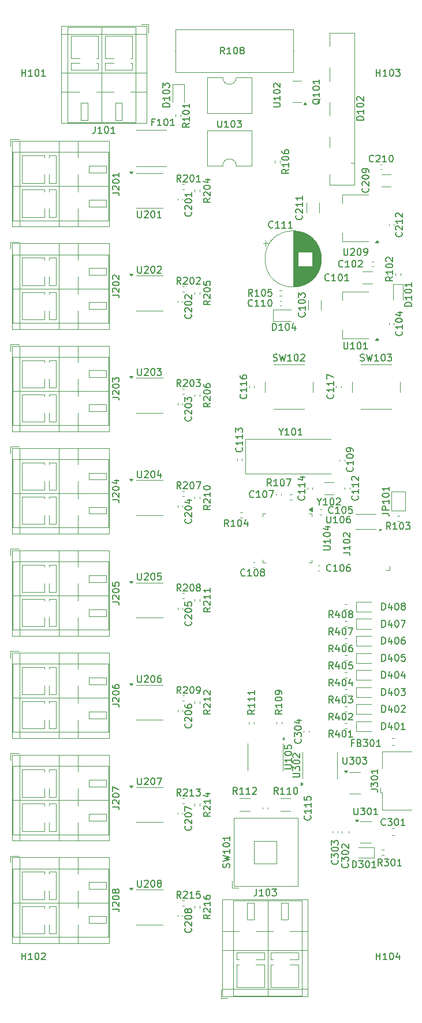
<source format=gbr>
G04 #@! TF.GenerationSoftware,KiCad,Pcbnew,8.0.8+1*
G04 #@! TF.CreationDate,2025-02-28T15:38:13+00:00*
G04 #@! TF.ProjectId,belegt,62656c65-6774-42e6-9b69-6361645f7063,rev?*
G04 #@! TF.SameCoordinates,Original*
G04 #@! TF.FileFunction,Legend,Top*
G04 #@! TF.FilePolarity,Positive*
%FSLAX46Y46*%
G04 Gerber Fmt 4.6, Leading zero omitted, Abs format (unit mm)*
G04 Created by KiCad (PCBNEW 8.0.8+1) date 2025-02-28 15:38:13*
%MOMM*%
%LPD*%
G01*
G04 APERTURE LIST*
%ADD10C,0.150000*%
%ADD11C,0.120000*%
%ADD12R,3.000000X1.500000*%
%ADD13O,3.000000X1.500000*%
%ADD14C,2.000000*%
%ADD15C,5.500000*%
%ADD16C,2.374900*%
%ADD17C,0.990600*%
%ADD18C,0.787400*%
%ADD19R,1.000000X1.800000*%
%ADD20R,1.500000X3.000000*%
%ADD21O,1.500000X3.000000*%
%ADD22R,2.000000X1.780000*%
%ADD23R,1.600000X1.600000*%
%ADD24C,1.600000*%
%ADD25O,1.600000X0.900000*%
%ADD26R,4.500000X2.000000*%
%ADD27R,3.200000X3.200000*%
%ADD28C,3.200000*%
%ADD29C,2.400000*%
%ADD30O,2.400000X2.400000*%
%ADD31R,0.750000X0.300000*%
%ADD32R,1.300000X1.500000*%
%ADD33R,1.500000X1.000000*%
%ADD34R,1.800000X1.800000*%
%ADD35C,1.800000*%
G04 APERTURE END LIST*
D10*
X127930952Y-102197080D02*
X127883333Y-102244700D01*
X127883333Y-102244700D02*
X127740476Y-102292319D01*
X127740476Y-102292319D02*
X127645238Y-102292319D01*
X127645238Y-102292319D02*
X127502381Y-102244700D01*
X127502381Y-102244700D02*
X127407143Y-102149461D01*
X127407143Y-102149461D02*
X127359524Y-102054223D01*
X127359524Y-102054223D02*
X127311905Y-101863747D01*
X127311905Y-101863747D02*
X127311905Y-101720890D01*
X127311905Y-101720890D02*
X127359524Y-101530414D01*
X127359524Y-101530414D02*
X127407143Y-101435176D01*
X127407143Y-101435176D02*
X127502381Y-101339938D01*
X127502381Y-101339938D02*
X127645238Y-101292319D01*
X127645238Y-101292319D02*
X127740476Y-101292319D01*
X127740476Y-101292319D02*
X127883333Y-101339938D01*
X127883333Y-101339938D02*
X127930952Y-101387557D01*
X128883333Y-102292319D02*
X128311905Y-102292319D01*
X128597619Y-102292319D02*
X128597619Y-101292319D01*
X128597619Y-101292319D02*
X128502381Y-101435176D01*
X128502381Y-101435176D02*
X128407143Y-101530414D01*
X128407143Y-101530414D02*
X128311905Y-101578033D01*
X129502381Y-101292319D02*
X129597619Y-101292319D01*
X129597619Y-101292319D02*
X129692857Y-101339938D01*
X129692857Y-101339938D02*
X129740476Y-101387557D01*
X129740476Y-101387557D02*
X129788095Y-101482795D01*
X129788095Y-101482795D02*
X129835714Y-101673271D01*
X129835714Y-101673271D02*
X129835714Y-101911366D01*
X129835714Y-101911366D02*
X129788095Y-102101842D01*
X129788095Y-102101842D02*
X129740476Y-102197080D01*
X129740476Y-102197080D02*
X129692857Y-102244700D01*
X129692857Y-102244700D02*
X129597619Y-102292319D01*
X129597619Y-102292319D02*
X129502381Y-102292319D01*
X129502381Y-102292319D02*
X129407143Y-102244700D01*
X129407143Y-102244700D02*
X129359524Y-102197080D01*
X129359524Y-102197080D02*
X129311905Y-102101842D01*
X129311905Y-102101842D02*
X129264286Y-101911366D01*
X129264286Y-101911366D02*
X129264286Y-101673271D01*
X129264286Y-101673271D02*
X129311905Y-101482795D01*
X129311905Y-101482795D02*
X129359524Y-101387557D01*
X129359524Y-101387557D02*
X129407143Y-101339938D01*
X129407143Y-101339938D02*
X129502381Y-101292319D01*
X130740476Y-101292319D02*
X130264286Y-101292319D01*
X130264286Y-101292319D02*
X130216667Y-101768509D01*
X130216667Y-101768509D02*
X130264286Y-101720890D01*
X130264286Y-101720890D02*
X130359524Y-101673271D01*
X130359524Y-101673271D02*
X130597619Y-101673271D01*
X130597619Y-101673271D02*
X130692857Y-101720890D01*
X130692857Y-101720890D02*
X130740476Y-101768509D01*
X130740476Y-101768509D02*
X130788095Y-101863747D01*
X130788095Y-101863747D02*
X130788095Y-102101842D01*
X130788095Y-102101842D02*
X130740476Y-102197080D01*
X130740476Y-102197080D02*
X130692857Y-102244700D01*
X130692857Y-102244700D02*
X130597619Y-102292319D01*
X130597619Y-102292319D02*
X130359524Y-102292319D01*
X130359524Y-102292319D02*
X130264286Y-102244700D01*
X130264286Y-102244700D02*
X130216667Y-102197080D01*
X123199580Y-135369047D02*
X123247200Y-135416666D01*
X123247200Y-135416666D02*
X123294819Y-135559523D01*
X123294819Y-135559523D02*
X123294819Y-135654761D01*
X123294819Y-135654761D02*
X123247200Y-135797618D01*
X123247200Y-135797618D02*
X123151961Y-135892856D01*
X123151961Y-135892856D02*
X123056723Y-135940475D01*
X123056723Y-135940475D02*
X122866247Y-135988094D01*
X122866247Y-135988094D02*
X122723390Y-135988094D01*
X122723390Y-135988094D02*
X122532914Y-135940475D01*
X122532914Y-135940475D02*
X122437676Y-135892856D01*
X122437676Y-135892856D02*
X122342438Y-135797618D01*
X122342438Y-135797618D02*
X122294819Y-135654761D01*
X122294819Y-135654761D02*
X122294819Y-135559523D01*
X122294819Y-135559523D02*
X122342438Y-135416666D01*
X122342438Y-135416666D02*
X122390057Y-135369047D01*
X122294819Y-135035713D02*
X122294819Y-134416666D01*
X122294819Y-134416666D02*
X122675771Y-134749999D01*
X122675771Y-134749999D02*
X122675771Y-134607142D01*
X122675771Y-134607142D02*
X122723390Y-134511904D01*
X122723390Y-134511904D02*
X122771009Y-134464285D01*
X122771009Y-134464285D02*
X122866247Y-134416666D01*
X122866247Y-134416666D02*
X123104342Y-134416666D01*
X123104342Y-134416666D02*
X123199580Y-134464285D01*
X123199580Y-134464285D02*
X123247200Y-134511904D01*
X123247200Y-134511904D02*
X123294819Y-134607142D01*
X123294819Y-134607142D02*
X123294819Y-134892856D01*
X123294819Y-134892856D02*
X123247200Y-134988094D01*
X123247200Y-134988094D02*
X123199580Y-135035713D01*
X122294819Y-133797618D02*
X122294819Y-133702380D01*
X122294819Y-133702380D02*
X122342438Y-133607142D01*
X122342438Y-133607142D02*
X122390057Y-133559523D01*
X122390057Y-133559523D02*
X122485295Y-133511904D01*
X122485295Y-133511904D02*
X122675771Y-133464285D01*
X122675771Y-133464285D02*
X122913866Y-133464285D01*
X122913866Y-133464285D02*
X123104342Y-133511904D01*
X123104342Y-133511904D02*
X123199580Y-133559523D01*
X123199580Y-133559523D02*
X123247200Y-133607142D01*
X123247200Y-133607142D02*
X123294819Y-133702380D01*
X123294819Y-133702380D02*
X123294819Y-133797618D01*
X123294819Y-133797618D02*
X123247200Y-133892856D01*
X123247200Y-133892856D02*
X123199580Y-133940475D01*
X123199580Y-133940475D02*
X123104342Y-133988094D01*
X123104342Y-133988094D02*
X122913866Y-134035713D01*
X122913866Y-134035713D02*
X122675771Y-134035713D01*
X122675771Y-134035713D02*
X122485295Y-133988094D01*
X122485295Y-133988094D02*
X122390057Y-133940475D01*
X122390057Y-133940475D02*
X122342438Y-133892856D01*
X122342438Y-133892856D02*
X122294819Y-133797618D01*
X122628152Y-132607142D02*
X123294819Y-132607142D01*
X122247200Y-132845237D02*
X122961485Y-133083332D01*
X122961485Y-133083332D02*
X122961485Y-132464285D01*
X99285714Y-156054819D02*
X99285714Y-156864342D01*
X99285714Y-156864342D02*
X99333333Y-156959580D01*
X99333333Y-156959580D02*
X99380952Y-157007200D01*
X99380952Y-157007200D02*
X99476190Y-157054819D01*
X99476190Y-157054819D02*
X99666666Y-157054819D01*
X99666666Y-157054819D02*
X99761904Y-157007200D01*
X99761904Y-157007200D02*
X99809523Y-156959580D01*
X99809523Y-156959580D02*
X99857142Y-156864342D01*
X99857142Y-156864342D02*
X99857142Y-156054819D01*
X100285714Y-156150057D02*
X100333333Y-156102438D01*
X100333333Y-156102438D02*
X100428571Y-156054819D01*
X100428571Y-156054819D02*
X100666666Y-156054819D01*
X100666666Y-156054819D02*
X100761904Y-156102438D01*
X100761904Y-156102438D02*
X100809523Y-156150057D01*
X100809523Y-156150057D02*
X100857142Y-156245295D01*
X100857142Y-156245295D02*
X100857142Y-156340533D01*
X100857142Y-156340533D02*
X100809523Y-156483390D01*
X100809523Y-156483390D02*
X100238095Y-157054819D01*
X100238095Y-157054819D02*
X100857142Y-157054819D01*
X101476190Y-156054819D02*
X101571428Y-156054819D01*
X101571428Y-156054819D02*
X101666666Y-156102438D01*
X101666666Y-156102438D02*
X101714285Y-156150057D01*
X101714285Y-156150057D02*
X101761904Y-156245295D01*
X101761904Y-156245295D02*
X101809523Y-156435771D01*
X101809523Y-156435771D02*
X101809523Y-156673866D01*
X101809523Y-156673866D02*
X101761904Y-156864342D01*
X101761904Y-156864342D02*
X101714285Y-156959580D01*
X101714285Y-156959580D02*
X101666666Y-157007200D01*
X101666666Y-157007200D02*
X101571428Y-157054819D01*
X101571428Y-157054819D02*
X101476190Y-157054819D01*
X101476190Y-157054819D02*
X101380952Y-157007200D01*
X101380952Y-157007200D02*
X101333333Y-156959580D01*
X101333333Y-156959580D02*
X101285714Y-156864342D01*
X101285714Y-156864342D02*
X101238095Y-156673866D01*
X101238095Y-156673866D02*
X101238095Y-156435771D01*
X101238095Y-156435771D02*
X101285714Y-156245295D01*
X101285714Y-156245295D02*
X101333333Y-156150057D01*
X101333333Y-156150057D02*
X101380952Y-156102438D01*
X101380952Y-156102438D02*
X101476190Y-156054819D01*
X102380952Y-156483390D02*
X102285714Y-156435771D01*
X102285714Y-156435771D02*
X102238095Y-156388152D01*
X102238095Y-156388152D02*
X102190476Y-156292914D01*
X102190476Y-156292914D02*
X102190476Y-156245295D01*
X102190476Y-156245295D02*
X102238095Y-156150057D01*
X102238095Y-156150057D02*
X102285714Y-156102438D01*
X102285714Y-156102438D02*
X102380952Y-156054819D01*
X102380952Y-156054819D02*
X102571428Y-156054819D01*
X102571428Y-156054819D02*
X102666666Y-156102438D01*
X102666666Y-156102438D02*
X102714285Y-156150057D01*
X102714285Y-156150057D02*
X102761904Y-156245295D01*
X102761904Y-156245295D02*
X102761904Y-156292914D01*
X102761904Y-156292914D02*
X102714285Y-156388152D01*
X102714285Y-156388152D02*
X102666666Y-156435771D01*
X102666666Y-156435771D02*
X102571428Y-156483390D01*
X102571428Y-156483390D02*
X102380952Y-156483390D01*
X102380952Y-156483390D02*
X102285714Y-156531009D01*
X102285714Y-156531009D02*
X102238095Y-156578628D01*
X102238095Y-156578628D02*
X102190476Y-156673866D01*
X102190476Y-156673866D02*
X102190476Y-156864342D01*
X102190476Y-156864342D02*
X102238095Y-156959580D01*
X102238095Y-156959580D02*
X102285714Y-157007200D01*
X102285714Y-157007200D02*
X102380952Y-157054819D01*
X102380952Y-157054819D02*
X102571428Y-157054819D01*
X102571428Y-157054819D02*
X102666666Y-157007200D01*
X102666666Y-157007200D02*
X102714285Y-156959580D01*
X102714285Y-156959580D02*
X102761904Y-156864342D01*
X102761904Y-156864342D02*
X102761904Y-156673866D01*
X102761904Y-156673866D02*
X102714285Y-156578628D01*
X102714285Y-156578628D02*
X102666666Y-156531009D01*
X102666666Y-156531009D02*
X102571428Y-156483390D01*
X95574819Y-70285714D02*
X96289104Y-70285714D01*
X96289104Y-70285714D02*
X96431961Y-70333333D01*
X96431961Y-70333333D02*
X96527200Y-70428571D01*
X96527200Y-70428571D02*
X96574819Y-70571428D01*
X96574819Y-70571428D02*
X96574819Y-70666666D01*
X95670057Y-69857142D02*
X95622438Y-69809523D01*
X95622438Y-69809523D02*
X95574819Y-69714285D01*
X95574819Y-69714285D02*
X95574819Y-69476190D01*
X95574819Y-69476190D02*
X95622438Y-69380952D01*
X95622438Y-69380952D02*
X95670057Y-69333333D01*
X95670057Y-69333333D02*
X95765295Y-69285714D01*
X95765295Y-69285714D02*
X95860533Y-69285714D01*
X95860533Y-69285714D02*
X96003390Y-69333333D01*
X96003390Y-69333333D02*
X96574819Y-69904761D01*
X96574819Y-69904761D02*
X96574819Y-69285714D01*
X95574819Y-68666666D02*
X95574819Y-68571428D01*
X95574819Y-68571428D02*
X95622438Y-68476190D01*
X95622438Y-68476190D02*
X95670057Y-68428571D01*
X95670057Y-68428571D02*
X95765295Y-68380952D01*
X95765295Y-68380952D02*
X95955771Y-68333333D01*
X95955771Y-68333333D02*
X96193866Y-68333333D01*
X96193866Y-68333333D02*
X96384342Y-68380952D01*
X96384342Y-68380952D02*
X96479580Y-68428571D01*
X96479580Y-68428571D02*
X96527200Y-68476190D01*
X96527200Y-68476190D02*
X96574819Y-68571428D01*
X96574819Y-68571428D02*
X96574819Y-68666666D01*
X96574819Y-68666666D02*
X96527200Y-68761904D01*
X96527200Y-68761904D02*
X96479580Y-68809523D01*
X96479580Y-68809523D02*
X96384342Y-68857142D01*
X96384342Y-68857142D02*
X96193866Y-68904761D01*
X96193866Y-68904761D02*
X95955771Y-68904761D01*
X95955771Y-68904761D02*
X95765295Y-68857142D01*
X95765295Y-68857142D02*
X95670057Y-68809523D01*
X95670057Y-68809523D02*
X95622438Y-68761904D01*
X95622438Y-68761904D02*
X95574819Y-68666666D01*
X95670057Y-67952380D02*
X95622438Y-67904761D01*
X95622438Y-67904761D02*
X95574819Y-67809523D01*
X95574819Y-67809523D02*
X95574819Y-67571428D01*
X95574819Y-67571428D02*
X95622438Y-67476190D01*
X95622438Y-67476190D02*
X95670057Y-67428571D01*
X95670057Y-67428571D02*
X95765295Y-67380952D01*
X95765295Y-67380952D02*
X95860533Y-67380952D01*
X95860533Y-67380952D02*
X96003390Y-67428571D01*
X96003390Y-67428571D02*
X96574819Y-67999999D01*
X96574819Y-67999999D02*
X96574819Y-67380952D01*
X95574819Y-145285714D02*
X96289104Y-145285714D01*
X96289104Y-145285714D02*
X96431961Y-145333333D01*
X96431961Y-145333333D02*
X96527200Y-145428571D01*
X96527200Y-145428571D02*
X96574819Y-145571428D01*
X96574819Y-145571428D02*
X96574819Y-145666666D01*
X95670057Y-144857142D02*
X95622438Y-144809523D01*
X95622438Y-144809523D02*
X95574819Y-144714285D01*
X95574819Y-144714285D02*
X95574819Y-144476190D01*
X95574819Y-144476190D02*
X95622438Y-144380952D01*
X95622438Y-144380952D02*
X95670057Y-144333333D01*
X95670057Y-144333333D02*
X95765295Y-144285714D01*
X95765295Y-144285714D02*
X95860533Y-144285714D01*
X95860533Y-144285714D02*
X96003390Y-144333333D01*
X96003390Y-144333333D02*
X96574819Y-144904761D01*
X96574819Y-144904761D02*
X96574819Y-144285714D01*
X95574819Y-143666666D02*
X95574819Y-143571428D01*
X95574819Y-143571428D02*
X95622438Y-143476190D01*
X95622438Y-143476190D02*
X95670057Y-143428571D01*
X95670057Y-143428571D02*
X95765295Y-143380952D01*
X95765295Y-143380952D02*
X95955771Y-143333333D01*
X95955771Y-143333333D02*
X96193866Y-143333333D01*
X96193866Y-143333333D02*
X96384342Y-143380952D01*
X96384342Y-143380952D02*
X96479580Y-143428571D01*
X96479580Y-143428571D02*
X96527200Y-143476190D01*
X96527200Y-143476190D02*
X96574819Y-143571428D01*
X96574819Y-143571428D02*
X96574819Y-143666666D01*
X96574819Y-143666666D02*
X96527200Y-143761904D01*
X96527200Y-143761904D02*
X96479580Y-143809523D01*
X96479580Y-143809523D02*
X96384342Y-143857142D01*
X96384342Y-143857142D02*
X96193866Y-143904761D01*
X96193866Y-143904761D02*
X95955771Y-143904761D01*
X95955771Y-143904761D02*
X95765295Y-143857142D01*
X95765295Y-143857142D02*
X95670057Y-143809523D01*
X95670057Y-143809523D02*
X95622438Y-143761904D01*
X95622438Y-143761904D02*
X95574819Y-143666666D01*
X95574819Y-142999999D02*
X95574819Y-142333333D01*
X95574819Y-142333333D02*
X96574819Y-142761904D01*
X127630952Y-110672080D02*
X127583333Y-110719700D01*
X127583333Y-110719700D02*
X127440476Y-110767319D01*
X127440476Y-110767319D02*
X127345238Y-110767319D01*
X127345238Y-110767319D02*
X127202381Y-110719700D01*
X127202381Y-110719700D02*
X127107143Y-110624461D01*
X127107143Y-110624461D02*
X127059524Y-110529223D01*
X127059524Y-110529223D02*
X127011905Y-110338747D01*
X127011905Y-110338747D02*
X127011905Y-110195890D01*
X127011905Y-110195890D02*
X127059524Y-110005414D01*
X127059524Y-110005414D02*
X127107143Y-109910176D01*
X127107143Y-109910176D02*
X127202381Y-109814938D01*
X127202381Y-109814938D02*
X127345238Y-109767319D01*
X127345238Y-109767319D02*
X127440476Y-109767319D01*
X127440476Y-109767319D02*
X127583333Y-109814938D01*
X127583333Y-109814938D02*
X127630952Y-109862557D01*
X128583333Y-110767319D02*
X128011905Y-110767319D01*
X128297619Y-110767319D02*
X128297619Y-109767319D01*
X128297619Y-109767319D02*
X128202381Y-109910176D01*
X128202381Y-109910176D02*
X128107143Y-110005414D01*
X128107143Y-110005414D02*
X128011905Y-110053033D01*
X129202381Y-109767319D02*
X129297619Y-109767319D01*
X129297619Y-109767319D02*
X129392857Y-109814938D01*
X129392857Y-109814938D02*
X129440476Y-109862557D01*
X129440476Y-109862557D02*
X129488095Y-109957795D01*
X129488095Y-109957795D02*
X129535714Y-110148271D01*
X129535714Y-110148271D02*
X129535714Y-110386366D01*
X129535714Y-110386366D02*
X129488095Y-110576842D01*
X129488095Y-110576842D02*
X129440476Y-110672080D01*
X129440476Y-110672080D02*
X129392857Y-110719700D01*
X129392857Y-110719700D02*
X129297619Y-110767319D01*
X129297619Y-110767319D02*
X129202381Y-110767319D01*
X129202381Y-110767319D02*
X129107143Y-110719700D01*
X129107143Y-110719700D02*
X129059524Y-110672080D01*
X129059524Y-110672080D02*
X129011905Y-110576842D01*
X129011905Y-110576842D02*
X128964286Y-110386366D01*
X128964286Y-110386366D02*
X128964286Y-110148271D01*
X128964286Y-110148271D02*
X129011905Y-109957795D01*
X129011905Y-109957795D02*
X129059524Y-109862557D01*
X129059524Y-109862557D02*
X129107143Y-109814938D01*
X129107143Y-109814938D02*
X129202381Y-109767319D01*
X130392857Y-109767319D02*
X130202381Y-109767319D01*
X130202381Y-109767319D02*
X130107143Y-109814938D01*
X130107143Y-109814938D02*
X130059524Y-109862557D01*
X130059524Y-109862557D02*
X129964286Y-110005414D01*
X129964286Y-110005414D02*
X129916667Y-110195890D01*
X129916667Y-110195890D02*
X129916667Y-110576842D01*
X129916667Y-110576842D02*
X129964286Y-110672080D01*
X129964286Y-110672080D02*
X130011905Y-110719700D01*
X130011905Y-110719700D02*
X130107143Y-110767319D01*
X130107143Y-110767319D02*
X130297619Y-110767319D01*
X130297619Y-110767319D02*
X130392857Y-110719700D01*
X130392857Y-110719700D02*
X130440476Y-110672080D01*
X130440476Y-110672080D02*
X130488095Y-110576842D01*
X130488095Y-110576842D02*
X130488095Y-110338747D01*
X130488095Y-110338747D02*
X130440476Y-110243509D01*
X130440476Y-110243509D02*
X130392857Y-110195890D01*
X130392857Y-110195890D02*
X130297619Y-110148271D01*
X130297619Y-110148271D02*
X130107143Y-110148271D01*
X130107143Y-110148271D02*
X130011905Y-110195890D01*
X130011905Y-110195890D02*
X129964286Y-110243509D01*
X129964286Y-110243509D02*
X129916667Y-110338747D01*
X131964286Y-79907200D02*
X132107143Y-79954819D01*
X132107143Y-79954819D02*
X132345238Y-79954819D01*
X132345238Y-79954819D02*
X132440476Y-79907200D01*
X132440476Y-79907200D02*
X132488095Y-79859580D01*
X132488095Y-79859580D02*
X132535714Y-79764342D01*
X132535714Y-79764342D02*
X132535714Y-79669104D01*
X132535714Y-79669104D02*
X132488095Y-79573866D01*
X132488095Y-79573866D02*
X132440476Y-79526247D01*
X132440476Y-79526247D02*
X132345238Y-79478628D01*
X132345238Y-79478628D02*
X132154762Y-79431009D01*
X132154762Y-79431009D02*
X132059524Y-79383390D01*
X132059524Y-79383390D02*
X132011905Y-79335771D01*
X132011905Y-79335771D02*
X131964286Y-79240533D01*
X131964286Y-79240533D02*
X131964286Y-79145295D01*
X131964286Y-79145295D02*
X132011905Y-79050057D01*
X132011905Y-79050057D02*
X132059524Y-79002438D01*
X132059524Y-79002438D02*
X132154762Y-78954819D01*
X132154762Y-78954819D02*
X132392857Y-78954819D01*
X132392857Y-78954819D02*
X132535714Y-79002438D01*
X132869048Y-78954819D02*
X133107143Y-79954819D01*
X133107143Y-79954819D02*
X133297619Y-79240533D01*
X133297619Y-79240533D02*
X133488095Y-79954819D01*
X133488095Y-79954819D02*
X133726191Y-78954819D01*
X134630952Y-79954819D02*
X134059524Y-79954819D01*
X134345238Y-79954819D02*
X134345238Y-78954819D01*
X134345238Y-78954819D02*
X134250000Y-79097676D01*
X134250000Y-79097676D02*
X134154762Y-79192914D01*
X134154762Y-79192914D02*
X134059524Y-79240533D01*
X135250000Y-78954819D02*
X135345238Y-78954819D01*
X135345238Y-78954819D02*
X135440476Y-79002438D01*
X135440476Y-79002438D02*
X135488095Y-79050057D01*
X135488095Y-79050057D02*
X135535714Y-79145295D01*
X135535714Y-79145295D02*
X135583333Y-79335771D01*
X135583333Y-79335771D02*
X135583333Y-79573866D01*
X135583333Y-79573866D02*
X135535714Y-79764342D01*
X135535714Y-79764342D02*
X135488095Y-79859580D01*
X135488095Y-79859580D02*
X135440476Y-79907200D01*
X135440476Y-79907200D02*
X135345238Y-79954819D01*
X135345238Y-79954819D02*
X135250000Y-79954819D01*
X135250000Y-79954819D02*
X135154762Y-79907200D01*
X135154762Y-79907200D02*
X135107143Y-79859580D01*
X135107143Y-79859580D02*
X135059524Y-79764342D01*
X135059524Y-79764342D02*
X135011905Y-79573866D01*
X135011905Y-79573866D02*
X135011905Y-79335771D01*
X135011905Y-79335771D02*
X135059524Y-79145295D01*
X135059524Y-79145295D02*
X135107143Y-79050057D01*
X135107143Y-79050057D02*
X135154762Y-79002438D01*
X135154762Y-79002438D02*
X135250000Y-78954819D01*
X135916667Y-78954819D02*
X136535714Y-78954819D01*
X136535714Y-78954819D02*
X136202381Y-79335771D01*
X136202381Y-79335771D02*
X136345238Y-79335771D01*
X136345238Y-79335771D02*
X136440476Y-79383390D01*
X136440476Y-79383390D02*
X136488095Y-79431009D01*
X136488095Y-79431009D02*
X136535714Y-79526247D01*
X136535714Y-79526247D02*
X136535714Y-79764342D01*
X136535714Y-79764342D02*
X136488095Y-79859580D01*
X136488095Y-79859580D02*
X136440476Y-79907200D01*
X136440476Y-79907200D02*
X136345238Y-79954819D01*
X136345238Y-79954819D02*
X136059524Y-79954819D01*
X136059524Y-79954819D02*
X135964286Y-79907200D01*
X135964286Y-79907200D02*
X135916667Y-79859580D01*
X127955952Y-132579819D02*
X127622619Y-132103628D01*
X127384524Y-132579819D02*
X127384524Y-131579819D01*
X127384524Y-131579819D02*
X127765476Y-131579819D01*
X127765476Y-131579819D02*
X127860714Y-131627438D01*
X127860714Y-131627438D02*
X127908333Y-131675057D01*
X127908333Y-131675057D02*
X127955952Y-131770295D01*
X127955952Y-131770295D02*
X127955952Y-131913152D01*
X127955952Y-131913152D02*
X127908333Y-132008390D01*
X127908333Y-132008390D02*
X127860714Y-132056009D01*
X127860714Y-132056009D02*
X127765476Y-132103628D01*
X127765476Y-132103628D02*
X127384524Y-132103628D01*
X128813095Y-131913152D02*
X128813095Y-132579819D01*
X128575000Y-131532200D02*
X128336905Y-132246485D01*
X128336905Y-132246485D02*
X128955952Y-132246485D01*
X129527381Y-131579819D02*
X129622619Y-131579819D01*
X129622619Y-131579819D02*
X129717857Y-131627438D01*
X129717857Y-131627438D02*
X129765476Y-131675057D01*
X129765476Y-131675057D02*
X129813095Y-131770295D01*
X129813095Y-131770295D02*
X129860714Y-131960771D01*
X129860714Y-131960771D02*
X129860714Y-132198866D01*
X129860714Y-132198866D02*
X129813095Y-132389342D01*
X129813095Y-132389342D02*
X129765476Y-132484580D01*
X129765476Y-132484580D02*
X129717857Y-132532200D01*
X129717857Y-132532200D02*
X129622619Y-132579819D01*
X129622619Y-132579819D02*
X129527381Y-132579819D01*
X129527381Y-132579819D02*
X129432143Y-132532200D01*
X129432143Y-132532200D02*
X129384524Y-132484580D01*
X129384524Y-132484580D02*
X129336905Y-132389342D01*
X129336905Y-132389342D02*
X129289286Y-132198866D01*
X129289286Y-132198866D02*
X129289286Y-131960771D01*
X129289286Y-131960771D02*
X129336905Y-131770295D01*
X129336905Y-131770295D02*
X129384524Y-131675057D01*
X129384524Y-131675057D02*
X129432143Y-131627438D01*
X129432143Y-131627438D02*
X129527381Y-131579819D01*
X130241667Y-131675057D02*
X130289286Y-131627438D01*
X130289286Y-131627438D02*
X130384524Y-131579819D01*
X130384524Y-131579819D02*
X130622619Y-131579819D01*
X130622619Y-131579819D02*
X130717857Y-131627438D01*
X130717857Y-131627438D02*
X130765476Y-131675057D01*
X130765476Y-131675057D02*
X130813095Y-131770295D01*
X130813095Y-131770295D02*
X130813095Y-131865533D01*
X130813095Y-131865533D02*
X130765476Y-132008390D01*
X130765476Y-132008390D02*
X130194048Y-132579819D01*
X130194048Y-132579819D02*
X130813095Y-132579819D01*
X119214286Y-79907200D02*
X119357143Y-79954819D01*
X119357143Y-79954819D02*
X119595238Y-79954819D01*
X119595238Y-79954819D02*
X119690476Y-79907200D01*
X119690476Y-79907200D02*
X119738095Y-79859580D01*
X119738095Y-79859580D02*
X119785714Y-79764342D01*
X119785714Y-79764342D02*
X119785714Y-79669104D01*
X119785714Y-79669104D02*
X119738095Y-79573866D01*
X119738095Y-79573866D02*
X119690476Y-79526247D01*
X119690476Y-79526247D02*
X119595238Y-79478628D01*
X119595238Y-79478628D02*
X119404762Y-79431009D01*
X119404762Y-79431009D02*
X119309524Y-79383390D01*
X119309524Y-79383390D02*
X119261905Y-79335771D01*
X119261905Y-79335771D02*
X119214286Y-79240533D01*
X119214286Y-79240533D02*
X119214286Y-79145295D01*
X119214286Y-79145295D02*
X119261905Y-79050057D01*
X119261905Y-79050057D02*
X119309524Y-79002438D01*
X119309524Y-79002438D02*
X119404762Y-78954819D01*
X119404762Y-78954819D02*
X119642857Y-78954819D01*
X119642857Y-78954819D02*
X119785714Y-79002438D01*
X120119048Y-78954819D02*
X120357143Y-79954819D01*
X120357143Y-79954819D02*
X120547619Y-79240533D01*
X120547619Y-79240533D02*
X120738095Y-79954819D01*
X120738095Y-79954819D02*
X120976191Y-78954819D01*
X121880952Y-79954819D02*
X121309524Y-79954819D01*
X121595238Y-79954819D02*
X121595238Y-78954819D01*
X121595238Y-78954819D02*
X121500000Y-79097676D01*
X121500000Y-79097676D02*
X121404762Y-79192914D01*
X121404762Y-79192914D02*
X121309524Y-79240533D01*
X122500000Y-78954819D02*
X122595238Y-78954819D01*
X122595238Y-78954819D02*
X122690476Y-79002438D01*
X122690476Y-79002438D02*
X122738095Y-79050057D01*
X122738095Y-79050057D02*
X122785714Y-79145295D01*
X122785714Y-79145295D02*
X122833333Y-79335771D01*
X122833333Y-79335771D02*
X122833333Y-79573866D01*
X122833333Y-79573866D02*
X122785714Y-79764342D01*
X122785714Y-79764342D02*
X122738095Y-79859580D01*
X122738095Y-79859580D02*
X122690476Y-79907200D01*
X122690476Y-79907200D02*
X122595238Y-79954819D01*
X122595238Y-79954819D02*
X122500000Y-79954819D01*
X122500000Y-79954819D02*
X122404762Y-79907200D01*
X122404762Y-79907200D02*
X122357143Y-79859580D01*
X122357143Y-79859580D02*
X122309524Y-79764342D01*
X122309524Y-79764342D02*
X122261905Y-79573866D01*
X122261905Y-79573866D02*
X122261905Y-79335771D01*
X122261905Y-79335771D02*
X122309524Y-79145295D01*
X122309524Y-79145295D02*
X122357143Y-79050057D01*
X122357143Y-79050057D02*
X122404762Y-79002438D01*
X122404762Y-79002438D02*
X122500000Y-78954819D01*
X123214286Y-79050057D02*
X123261905Y-79002438D01*
X123261905Y-79002438D02*
X123357143Y-78954819D01*
X123357143Y-78954819D02*
X123595238Y-78954819D01*
X123595238Y-78954819D02*
X123690476Y-79002438D01*
X123690476Y-79002438D02*
X123738095Y-79050057D01*
X123738095Y-79050057D02*
X123785714Y-79145295D01*
X123785714Y-79145295D02*
X123785714Y-79240533D01*
X123785714Y-79240533D02*
X123738095Y-79383390D01*
X123738095Y-79383390D02*
X123166667Y-79954819D01*
X123166667Y-79954819D02*
X123785714Y-79954819D01*
X122054819Y-140964285D02*
X122864342Y-140964285D01*
X122864342Y-140964285D02*
X122959580Y-140916666D01*
X122959580Y-140916666D02*
X123007200Y-140869047D01*
X123007200Y-140869047D02*
X123054819Y-140773809D01*
X123054819Y-140773809D02*
X123054819Y-140583333D01*
X123054819Y-140583333D02*
X123007200Y-140488095D01*
X123007200Y-140488095D02*
X122959580Y-140440476D01*
X122959580Y-140440476D02*
X122864342Y-140392857D01*
X122864342Y-140392857D02*
X122054819Y-140392857D01*
X122054819Y-140011904D02*
X122054819Y-139392857D01*
X122054819Y-139392857D02*
X122435771Y-139726190D01*
X122435771Y-139726190D02*
X122435771Y-139583333D01*
X122435771Y-139583333D02*
X122483390Y-139488095D01*
X122483390Y-139488095D02*
X122531009Y-139440476D01*
X122531009Y-139440476D02*
X122626247Y-139392857D01*
X122626247Y-139392857D02*
X122864342Y-139392857D01*
X122864342Y-139392857D02*
X122959580Y-139440476D01*
X122959580Y-139440476D02*
X123007200Y-139488095D01*
X123007200Y-139488095D02*
X123054819Y-139583333D01*
X123054819Y-139583333D02*
X123054819Y-139869047D01*
X123054819Y-139869047D02*
X123007200Y-139964285D01*
X123007200Y-139964285D02*
X122959580Y-140011904D01*
X122054819Y-138773809D02*
X122054819Y-138678571D01*
X122054819Y-138678571D02*
X122102438Y-138583333D01*
X122102438Y-138583333D02*
X122150057Y-138535714D01*
X122150057Y-138535714D02*
X122245295Y-138488095D01*
X122245295Y-138488095D02*
X122435771Y-138440476D01*
X122435771Y-138440476D02*
X122673866Y-138440476D01*
X122673866Y-138440476D02*
X122864342Y-138488095D01*
X122864342Y-138488095D02*
X122959580Y-138535714D01*
X122959580Y-138535714D02*
X123007200Y-138583333D01*
X123007200Y-138583333D02*
X123054819Y-138678571D01*
X123054819Y-138678571D02*
X123054819Y-138773809D01*
X123054819Y-138773809D02*
X123007200Y-138869047D01*
X123007200Y-138869047D02*
X122959580Y-138916666D01*
X122959580Y-138916666D02*
X122864342Y-138964285D01*
X122864342Y-138964285D02*
X122673866Y-139011904D01*
X122673866Y-139011904D02*
X122435771Y-139011904D01*
X122435771Y-139011904D02*
X122245295Y-138964285D01*
X122245295Y-138964285D02*
X122150057Y-138916666D01*
X122150057Y-138916666D02*
X122102438Y-138869047D01*
X122102438Y-138869047D02*
X122054819Y-138773809D01*
X122150057Y-138059523D02*
X122102438Y-138011904D01*
X122102438Y-138011904D02*
X122054819Y-137916666D01*
X122054819Y-137916666D02*
X122054819Y-137678571D01*
X122054819Y-137678571D02*
X122102438Y-137583333D01*
X122102438Y-137583333D02*
X122150057Y-137535714D01*
X122150057Y-137535714D02*
X122245295Y-137488095D01*
X122245295Y-137488095D02*
X122340533Y-137488095D01*
X122340533Y-137488095D02*
X122483390Y-137535714D01*
X122483390Y-137535714D02*
X123054819Y-138107142D01*
X123054819Y-138107142D02*
X123054819Y-137488095D01*
X119059524Y-75454819D02*
X119059524Y-74454819D01*
X119059524Y-74454819D02*
X119297619Y-74454819D01*
X119297619Y-74454819D02*
X119440476Y-74502438D01*
X119440476Y-74502438D02*
X119535714Y-74597676D01*
X119535714Y-74597676D02*
X119583333Y-74692914D01*
X119583333Y-74692914D02*
X119630952Y-74883390D01*
X119630952Y-74883390D02*
X119630952Y-75026247D01*
X119630952Y-75026247D02*
X119583333Y-75216723D01*
X119583333Y-75216723D02*
X119535714Y-75311961D01*
X119535714Y-75311961D02*
X119440476Y-75407200D01*
X119440476Y-75407200D02*
X119297619Y-75454819D01*
X119297619Y-75454819D02*
X119059524Y-75454819D01*
X120583333Y-75454819D02*
X120011905Y-75454819D01*
X120297619Y-75454819D02*
X120297619Y-74454819D01*
X120297619Y-74454819D02*
X120202381Y-74597676D01*
X120202381Y-74597676D02*
X120107143Y-74692914D01*
X120107143Y-74692914D02*
X120011905Y-74740533D01*
X121202381Y-74454819D02*
X121297619Y-74454819D01*
X121297619Y-74454819D02*
X121392857Y-74502438D01*
X121392857Y-74502438D02*
X121440476Y-74550057D01*
X121440476Y-74550057D02*
X121488095Y-74645295D01*
X121488095Y-74645295D02*
X121535714Y-74835771D01*
X121535714Y-74835771D02*
X121535714Y-75073866D01*
X121535714Y-75073866D02*
X121488095Y-75264342D01*
X121488095Y-75264342D02*
X121440476Y-75359580D01*
X121440476Y-75359580D02*
X121392857Y-75407200D01*
X121392857Y-75407200D02*
X121297619Y-75454819D01*
X121297619Y-75454819D02*
X121202381Y-75454819D01*
X121202381Y-75454819D02*
X121107143Y-75407200D01*
X121107143Y-75407200D02*
X121059524Y-75359580D01*
X121059524Y-75359580D02*
X121011905Y-75264342D01*
X121011905Y-75264342D02*
X120964286Y-75073866D01*
X120964286Y-75073866D02*
X120964286Y-74835771D01*
X120964286Y-74835771D02*
X121011905Y-74645295D01*
X121011905Y-74645295D02*
X121059524Y-74550057D01*
X121059524Y-74550057D02*
X121107143Y-74502438D01*
X121107143Y-74502438D02*
X121202381Y-74454819D01*
X122392857Y-74788152D02*
X122392857Y-75454819D01*
X122154762Y-74407200D02*
X121916667Y-75121485D01*
X121916667Y-75121485D02*
X122535714Y-75121485D01*
X134285714Y-38204819D02*
X134285714Y-37204819D01*
X134285714Y-37681009D02*
X134857142Y-37681009D01*
X134857142Y-38204819D02*
X134857142Y-37204819D01*
X135857142Y-38204819D02*
X135285714Y-38204819D01*
X135571428Y-38204819D02*
X135571428Y-37204819D01*
X135571428Y-37204819D02*
X135476190Y-37347676D01*
X135476190Y-37347676D02*
X135380952Y-37442914D01*
X135380952Y-37442914D02*
X135285714Y-37490533D01*
X136476190Y-37204819D02*
X136571428Y-37204819D01*
X136571428Y-37204819D02*
X136666666Y-37252438D01*
X136666666Y-37252438D02*
X136714285Y-37300057D01*
X136714285Y-37300057D02*
X136761904Y-37395295D01*
X136761904Y-37395295D02*
X136809523Y-37585771D01*
X136809523Y-37585771D02*
X136809523Y-37823866D01*
X136809523Y-37823866D02*
X136761904Y-38014342D01*
X136761904Y-38014342D02*
X136714285Y-38109580D01*
X136714285Y-38109580D02*
X136666666Y-38157200D01*
X136666666Y-38157200D02*
X136571428Y-38204819D01*
X136571428Y-38204819D02*
X136476190Y-38204819D01*
X136476190Y-38204819D02*
X136380952Y-38157200D01*
X136380952Y-38157200D02*
X136333333Y-38109580D01*
X136333333Y-38109580D02*
X136285714Y-38014342D01*
X136285714Y-38014342D02*
X136238095Y-37823866D01*
X136238095Y-37823866D02*
X136238095Y-37585771D01*
X136238095Y-37585771D02*
X136285714Y-37395295D01*
X136285714Y-37395295D02*
X136333333Y-37300057D01*
X136333333Y-37300057D02*
X136380952Y-37252438D01*
X136380952Y-37252438D02*
X136476190Y-37204819D01*
X137142857Y-37204819D02*
X137761904Y-37204819D01*
X137761904Y-37204819D02*
X137428571Y-37585771D01*
X137428571Y-37585771D02*
X137571428Y-37585771D01*
X137571428Y-37585771D02*
X137666666Y-37633390D01*
X137666666Y-37633390D02*
X137714285Y-37681009D01*
X137714285Y-37681009D02*
X137761904Y-37776247D01*
X137761904Y-37776247D02*
X137761904Y-38014342D01*
X137761904Y-38014342D02*
X137714285Y-38109580D01*
X137714285Y-38109580D02*
X137666666Y-38157200D01*
X137666666Y-38157200D02*
X137571428Y-38204819D01*
X137571428Y-38204819D02*
X137285714Y-38204819D01*
X137285714Y-38204819D02*
X137190476Y-38157200D01*
X137190476Y-38157200D02*
X137142857Y-38109580D01*
X105630952Y-53684819D02*
X105297619Y-53208628D01*
X105059524Y-53684819D02*
X105059524Y-52684819D01*
X105059524Y-52684819D02*
X105440476Y-52684819D01*
X105440476Y-52684819D02*
X105535714Y-52732438D01*
X105535714Y-52732438D02*
X105583333Y-52780057D01*
X105583333Y-52780057D02*
X105630952Y-52875295D01*
X105630952Y-52875295D02*
X105630952Y-53018152D01*
X105630952Y-53018152D02*
X105583333Y-53113390D01*
X105583333Y-53113390D02*
X105535714Y-53161009D01*
X105535714Y-53161009D02*
X105440476Y-53208628D01*
X105440476Y-53208628D02*
X105059524Y-53208628D01*
X106011905Y-52780057D02*
X106059524Y-52732438D01*
X106059524Y-52732438D02*
X106154762Y-52684819D01*
X106154762Y-52684819D02*
X106392857Y-52684819D01*
X106392857Y-52684819D02*
X106488095Y-52732438D01*
X106488095Y-52732438D02*
X106535714Y-52780057D01*
X106535714Y-52780057D02*
X106583333Y-52875295D01*
X106583333Y-52875295D02*
X106583333Y-52970533D01*
X106583333Y-52970533D02*
X106535714Y-53113390D01*
X106535714Y-53113390D02*
X105964286Y-53684819D01*
X105964286Y-53684819D02*
X106583333Y-53684819D01*
X107202381Y-52684819D02*
X107297619Y-52684819D01*
X107297619Y-52684819D02*
X107392857Y-52732438D01*
X107392857Y-52732438D02*
X107440476Y-52780057D01*
X107440476Y-52780057D02*
X107488095Y-52875295D01*
X107488095Y-52875295D02*
X107535714Y-53065771D01*
X107535714Y-53065771D02*
X107535714Y-53303866D01*
X107535714Y-53303866D02*
X107488095Y-53494342D01*
X107488095Y-53494342D02*
X107440476Y-53589580D01*
X107440476Y-53589580D02*
X107392857Y-53637200D01*
X107392857Y-53637200D02*
X107297619Y-53684819D01*
X107297619Y-53684819D02*
X107202381Y-53684819D01*
X107202381Y-53684819D02*
X107107143Y-53637200D01*
X107107143Y-53637200D02*
X107059524Y-53589580D01*
X107059524Y-53589580D02*
X107011905Y-53494342D01*
X107011905Y-53494342D02*
X106964286Y-53303866D01*
X106964286Y-53303866D02*
X106964286Y-53065771D01*
X106964286Y-53065771D02*
X107011905Y-52875295D01*
X107011905Y-52875295D02*
X107059524Y-52780057D01*
X107059524Y-52780057D02*
X107107143Y-52732438D01*
X107107143Y-52732438D02*
X107202381Y-52684819D01*
X108488095Y-53684819D02*
X107916667Y-53684819D01*
X108202381Y-53684819D02*
X108202381Y-52684819D01*
X108202381Y-52684819D02*
X108107143Y-52827676D01*
X108107143Y-52827676D02*
X108011905Y-52922914D01*
X108011905Y-52922914D02*
X107916667Y-52970533D01*
X129454819Y-108035714D02*
X130169104Y-108035714D01*
X130169104Y-108035714D02*
X130311961Y-108083333D01*
X130311961Y-108083333D02*
X130407200Y-108178571D01*
X130407200Y-108178571D02*
X130454819Y-108321428D01*
X130454819Y-108321428D02*
X130454819Y-108416666D01*
X130454819Y-107035714D02*
X130454819Y-107607142D01*
X130454819Y-107321428D02*
X129454819Y-107321428D01*
X129454819Y-107321428D02*
X129597676Y-107416666D01*
X129597676Y-107416666D02*
X129692914Y-107511904D01*
X129692914Y-107511904D02*
X129740533Y-107607142D01*
X129454819Y-106416666D02*
X129454819Y-106321428D01*
X129454819Y-106321428D02*
X129502438Y-106226190D01*
X129502438Y-106226190D02*
X129550057Y-106178571D01*
X129550057Y-106178571D02*
X129645295Y-106130952D01*
X129645295Y-106130952D02*
X129835771Y-106083333D01*
X129835771Y-106083333D02*
X130073866Y-106083333D01*
X130073866Y-106083333D02*
X130264342Y-106130952D01*
X130264342Y-106130952D02*
X130359580Y-106178571D01*
X130359580Y-106178571D02*
X130407200Y-106226190D01*
X130407200Y-106226190D02*
X130454819Y-106321428D01*
X130454819Y-106321428D02*
X130454819Y-106416666D01*
X130454819Y-106416666D02*
X130407200Y-106511904D01*
X130407200Y-106511904D02*
X130359580Y-106559523D01*
X130359580Y-106559523D02*
X130264342Y-106607142D01*
X130264342Y-106607142D02*
X130073866Y-106654761D01*
X130073866Y-106654761D02*
X129835771Y-106654761D01*
X129835771Y-106654761D02*
X129645295Y-106607142D01*
X129645295Y-106607142D02*
X129550057Y-106559523D01*
X129550057Y-106559523D02*
X129502438Y-106511904D01*
X129502438Y-106511904D02*
X129454819Y-106416666D01*
X129550057Y-105702380D02*
X129502438Y-105654761D01*
X129502438Y-105654761D02*
X129454819Y-105559523D01*
X129454819Y-105559523D02*
X129454819Y-105321428D01*
X129454819Y-105321428D02*
X129502438Y-105226190D01*
X129502438Y-105226190D02*
X129550057Y-105178571D01*
X129550057Y-105178571D02*
X129645295Y-105130952D01*
X129645295Y-105130952D02*
X129740533Y-105130952D01*
X129740533Y-105130952D02*
X129883390Y-105178571D01*
X129883390Y-105178571D02*
X130454819Y-105749999D01*
X130454819Y-105749999D02*
X130454819Y-105130952D01*
X105630952Y-158684819D02*
X105297619Y-158208628D01*
X105059524Y-158684819D02*
X105059524Y-157684819D01*
X105059524Y-157684819D02*
X105440476Y-157684819D01*
X105440476Y-157684819D02*
X105535714Y-157732438D01*
X105535714Y-157732438D02*
X105583333Y-157780057D01*
X105583333Y-157780057D02*
X105630952Y-157875295D01*
X105630952Y-157875295D02*
X105630952Y-158018152D01*
X105630952Y-158018152D02*
X105583333Y-158113390D01*
X105583333Y-158113390D02*
X105535714Y-158161009D01*
X105535714Y-158161009D02*
X105440476Y-158208628D01*
X105440476Y-158208628D02*
X105059524Y-158208628D01*
X106011905Y-157780057D02*
X106059524Y-157732438D01*
X106059524Y-157732438D02*
X106154762Y-157684819D01*
X106154762Y-157684819D02*
X106392857Y-157684819D01*
X106392857Y-157684819D02*
X106488095Y-157732438D01*
X106488095Y-157732438D02*
X106535714Y-157780057D01*
X106535714Y-157780057D02*
X106583333Y-157875295D01*
X106583333Y-157875295D02*
X106583333Y-157970533D01*
X106583333Y-157970533D02*
X106535714Y-158113390D01*
X106535714Y-158113390D02*
X105964286Y-158684819D01*
X105964286Y-158684819D02*
X106583333Y-158684819D01*
X107535714Y-158684819D02*
X106964286Y-158684819D01*
X107250000Y-158684819D02*
X107250000Y-157684819D01*
X107250000Y-157684819D02*
X107154762Y-157827676D01*
X107154762Y-157827676D02*
X107059524Y-157922914D01*
X107059524Y-157922914D02*
X106964286Y-157970533D01*
X108440476Y-157684819D02*
X107964286Y-157684819D01*
X107964286Y-157684819D02*
X107916667Y-158161009D01*
X107916667Y-158161009D02*
X107964286Y-158113390D01*
X107964286Y-158113390D02*
X108059524Y-158065771D01*
X108059524Y-158065771D02*
X108297619Y-158065771D01*
X108297619Y-158065771D02*
X108392857Y-158113390D01*
X108392857Y-158113390D02*
X108440476Y-158161009D01*
X108440476Y-158161009D02*
X108488095Y-158256247D01*
X108488095Y-158256247D02*
X108488095Y-158494342D01*
X108488095Y-158494342D02*
X108440476Y-158589580D01*
X108440476Y-158589580D02*
X108392857Y-158637200D01*
X108392857Y-158637200D02*
X108297619Y-158684819D01*
X108297619Y-158684819D02*
X108059524Y-158684819D01*
X108059524Y-158684819D02*
X107964286Y-158637200D01*
X107964286Y-158637200D02*
X107916667Y-158589580D01*
X99285714Y-81054819D02*
X99285714Y-81864342D01*
X99285714Y-81864342D02*
X99333333Y-81959580D01*
X99333333Y-81959580D02*
X99380952Y-82007200D01*
X99380952Y-82007200D02*
X99476190Y-82054819D01*
X99476190Y-82054819D02*
X99666666Y-82054819D01*
X99666666Y-82054819D02*
X99761904Y-82007200D01*
X99761904Y-82007200D02*
X99809523Y-81959580D01*
X99809523Y-81959580D02*
X99857142Y-81864342D01*
X99857142Y-81864342D02*
X99857142Y-81054819D01*
X100285714Y-81150057D02*
X100333333Y-81102438D01*
X100333333Y-81102438D02*
X100428571Y-81054819D01*
X100428571Y-81054819D02*
X100666666Y-81054819D01*
X100666666Y-81054819D02*
X100761904Y-81102438D01*
X100761904Y-81102438D02*
X100809523Y-81150057D01*
X100809523Y-81150057D02*
X100857142Y-81245295D01*
X100857142Y-81245295D02*
X100857142Y-81340533D01*
X100857142Y-81340533D02*
X100809523Y-81483390D01*
X100809523Y-81483390D02*
X100238095Y-82054819D01*
X100238095Y-82054819D02*
X100857142Y-82054819D01*
X101476190Y-81054819D02*
X101571428Y-81054819D01*
X101571428Y-81054819D02*
X101666666Y-81102438D01*
X101666666Y-81102438D02*
X101714285Y-81150057D01*
X101714285Y-81150057D02*
X101761904Y-81245295D01*
X101761904Y-81245295D02*
X101809523Y-81435771D01*
X101809523Y-81435771D02*
X101809523Y-81673866D01*
X101809523Y-81673866D02*
X101761904Y-81864342D01*
X101761904Y-81864342D02*
X101714285Y-81959580D01*
X101714285Y-81959580D02*
X101666666Y-82007200D01*
X101666666Y-82007200D02*
X101571428Y-82054819D01*
X101571428Y-82054819D02*
X101476190Y-82054819D01*
X101476190Y-82054819D02*
X101380952Y-82007200D01*
X101380952Y-82007200D02*
X101333333Y-81959580D01*
X101333333Y-81959580D02*
X101285714Y-81864342D01*
X101285714Y-81864342D02*
X101238095Y-81673866D01*
X101238095Y-81673866D02*
X101238095Y-81435771D01*
X101238095Y-81435771D02*
X101285714Y-81245295D01*
X101285714Y-81245295D02*
X101333333Y-81150057D01*
X101333333Y-81150057D02*
X101380952Y-81102438D01*
X101380952Y-81102438D02*
X101476190Y-81054819D01*
X102142857Y-81054819D02*
X102761904Y-81054819D01*
X102761904Y-81054819D02*
X102428571Y-81435771D01*
X102428571Y-81435771D02*
X102571428Y-81435771D01*
X102571428Y-81435771D02*
X102666666Y-81483390D01*
X102666666Y-81483390D02*
X102714285Y-81531009D01*
X102714285Y-81531009D02*
X102761904Y-81626247D01*
X102761904Y-81626247D02*
X102761904Y-81864342D01*
X102761904Y-81864342D02*
X102714285Y-81959580D01*
X102714285Y-81959580D02*
X102666666Y-82007200D01*
X102666666Y-82007200D02*
X102571428Y-82054819D01*
X102571428Y-82054819D02*
X102285714Y-82054819D01*
X102285714Y-82054819D02*
X102190476Y-82007200D01*
X102190476Y-82007200D02*
X102142857Y-81959580D01*
X95574819Y-160285714D02*
X96289104Y-160285714D01*
X96289104Y-160285714D02*
X96431961Y-160333333D01*
X96431961Y-160333333D02*
X96527200Y-160428571D01*
X96527200Y-160428571D02*
X96574819Y-160571428D01*
X96574819Y-160571428D02*
X96574819Y-160666666D01*
X95670057Y-159857142D02*
X95622438Y-159809523D01*
X95622438Y-159809523D02*
X95574819Y-159714285D01*
X95574819Y-159714285D02*
X95574819Y-159476190D01*
X95574819Y-159476190D02*
X95622438Y-159380952D01*
X95622438Y-159380952D02*
X95670057Y-159333333D01*
X95670057Y-159333333D02*
X95765295Y-159285714D01*
X95765295Y-159285714D02*
X95860533Y-159285714D01*
X95860533Y-159285714D02*
X96003390Y-159333333D01*
X96003390Y-159333333D02*
X96574819Y-159904761D01*
X96574819Y-159904761D02*
X96574819Y-159285714D01*
X95574819Y-158666666D02*
X95574819Y-158571428D01*
X95574819Y-158571428D02*
X95622438Y-158476190D01*
X95622438Y-158476190D02*
X95670057Y-158428571D01*
X95670057Y-158428571D02*
X95765295Y-158380952D01*
X95765295Y-158380952D02*
X95955771Y-158333333D01*
X95955771Y-158333333D02*
X96193866Y-158333333D01*
X96193866Y-158333333D02*
X96384342Y-158380952D01*
X96384342Y-158380952D02*
X96479580Y-158428571D01*
X96479580Y-158428571D02*
X96527200Y-158476190D01*
X96527200Y-158476190D02*
X96574819Y-158571428D01*
X96574819Y-158571428D02*
X96574819Y-158666666D01*
X96574819Y-158666666D02*
X96527200Y-158761904D01*
X96527200Y-158761904D02*
X96479580Y-158809523D01*
X96479580Y-158809523D02*
X96384342Y-158857142D01*
X96384342Y-158857142D02*
X96193866Y-158904761D01*
X96193866Y-158904761D02*
X95955771Y-158904761D01*
X95955771Y-158904761D02*
X95765295Y-158857142D01*
X95765295Y-158857142D02*
X95670057Y-158809523D01*
X95670057Y-158809523D02*
X95622438Y-158761904D01*
X95622438Y-158761904D02*
X95574819Y-158666666D01*
X96003390Y-157761904D02*
X95955771Y-157857142D01*
X95955771Y-157857142D02*
X95908152Y-157904761D01*
X95908152Y-157904761D02*
X95812914Y-157952380D01*
X95812914Y-157952380D02*
X95765295Y-157952380D01*
X95765295Y-157952380D02*
X95670057Y-157904761D01*
X95670057Y-157904761D02*
X95622438Y-157857142D01*
X95622438Y-157857142D02*
X95574819Y-157761904D01*
X95574819Y-157761904D02*
X95574819Y-157571428D01*
X95574819Y-157571428D02*
X95622438Y-157476190D01*
X95622438Y-157476190D02*
X95670057Y-157428571D01*
X95670057Y-157428571D02*
X95765295Y-157380952D01*
X95765295Y-157380952D02*
X95812914Y-157380952D01*
X95812914Y-157380952D02*
X95908152Y-157428571D01*
X95908152Y-157428571D02*
X95955771Y-157476190D01*
X95955771Y-157476190D02*
X96003390Y-157571428D01*
X96003390Y-157571428D02*
X96003390Y-157761904D01*
X96003390Y-157761904D02*
X96051009Y-157857142D01*
X96051009Y-157857142D02*
X96098628Y-157904761D01*
X96098628Y-157904761D02*
X96193866Y-157952380D01*
X96193866Y-157952380D02*
X96384342Y-157952380D01*
X96384342Y-157952380D02*
X96479580Y-157904761D01*
X96479580Y-157904761D02*
X96527200Y-157857142D01*
X96527200Y-157857142D02*
X96574819Y-157761904D01*
X96574819Y-157761904D02*
X96574819Y-157571428D01*
X96574819Y-157571428D02*
X96527200Y-157476190D01*
X96527200Y-157476190D02*
X96479580Y-157428571D01*
X96479580Y-157428571D02*
X96384342Y-157380952D01*
X96384342Y-157380952D02*
X96193866Y-157380952D01*
X96193866Y-157380952D02*
X96098628Y-157428571D01*
X96098628Y-157428571D02*
X96051009Y-157476190D01*
X96051009Y-157476190D02*
X96003390Y-157571428D01*
X139454819Y-71902975D02*
X138454819Y-71902975D01*
X138454819Y-71902975D02*
X138454819Y-71664880D01*
X138454819Y-71664880D02*
X138502438Y-71522023D01*
X138502438Y-71522023D02*
X138597676Y-71426785D01*
X138597676Y-71426785D02*
X138692914Y-71379166D01*
X138692914Y-71379166D02*
X138883390Y-71331547D01*
X138883390Y-71331547D02*
X139026247Y-71331547D01*
X139026247Y-71331547D02*
X139216723Y-71379166D01*
X139216723Y-71379166D02*
X139311961Y-71426785D01*
X139311961Y-71426785D02*
X139407200Y-71522023D01*
X139407200Y-71522023D02*
X139454819Y-71664880D01*
X139454819Y-71664880D02*
X139454819Y-71902975D01*
X139454819Y-70379166D02*
X139454819Y-70950594D01*
X139454819Y-70664880D02*
X138454819Y-70664880D01*
X138454819Y-70664880D02*
X138597676Y-70760118D01*
X138597676Y-70760118D02*
X138692914Y-70855356D01*
X138692914Y-70855356D02*
X138740533Y-70950594D01*
X138454819Y-69760118D02*
X138454819Y-69664880D01*
X138454819Y-69664880D02*
X138502438Y-69569642D01*
X138502438Y-69569642D02*
X138550057Y-69522023D01*
X138550057Y-69522023D02*
X138645295Y-69474404D01*
X138645295Y-69474404D02*
X138835771Y-69426785D01*
X138835771Y-69426785D02*
X139073866Y-69426785D01*
X139073866Y-69426785D02*
X139264342Y-69474404D01*
X139264342Y-69474404D02*
X139359580Y-69522023D01*
X139359580Y-69522023D02*
X139407200Y-69569642D01*
X139407200Y-69569642D02*
X139454819Y-69664880D01*
X139454819Y-69664880D02*
X139454819Y-69760118D01*
X139454819Y-69760118D02*
X139407200Y-69855356D01*
X139407200Y-69855356D02*
X139359580Y-69902975D01*
X139359580Y-69902975D02*
X139264342Y-69950594D01*
X139264342Y-69950594D02*
X139073866Y-69998213D01*
X139073866Y-69998213D02*
X138835771Y-69998213D01*
X138835771Y-69998213D02*
X138645295Y-69950594D01*
X138645295Y-69950594D02*
X138550057Y-69902975D01*
X138550057Y-69902975D02*
X138502438Y-69855356D01*
X138502438Y-69855356D02*
X138454819Y-69760118D01*
X139454819Y-68474404D02*
X139454819Y-69045832D01*
X139454819Y-68760118D02*
X138454819Y-68760118D01*
X138454819Y-68760118D02*
X138597676Y-68855356D01*
X138597676Y-68855356D02*
X138692914Y-68950594D01*
X138692914Y-68950594D02*
X138740533Y-69045832D01*
X125921428Y-100591128D02*
X125921428Y-101067319D01*
X125588095Y-100067319D02*
X125921428Y-100591128D01*
X125921428Y-100591128D02*
X126254761Y-100067319D01*
X127111904Y-101067319D02*
X126540476Y-101067319D01*
X126826190Y-101067319D02*
X126826190Y-100067319D01*
X126826190Y-100067319D02*
X126730952Y-100210176D01*
X126730952Y-100210176D02*
X126635714Y-100305414D01*
X126635714Y-100305414D02*
X126540476Y-100353033D01*
X127730952Y-100067319D02*
X127826190Y-100067319D01*
X127826190Y-100067319D02*
X127921428Y-100114938D01*
X127921428Y-100114938D02*
X127969047Y-100162557D01*
X127969047Y-100162557D02*
X128016666Y-100257795D01*
X128016666Y-100257795D02*
X128064285Y-100448271D01*
X128064285Y-100448271D02*
X128064285Y-100686366D01*
X128064285Y-100686366D02*
X128016666Y-100876842D01*
X128016666Y-100876842D02*
X127969047Y-100972080D01*
X127969047Y-100972080D02*
X127921428Y-101019700D01*
X127921428Y-101019700D02*
X127826190Y-101067319D01*
X127826190Y-101067319D02*
X127730952Y-101067319D01*
X127730952Y-101067319D02*
X127635714Y-101019700D01*
X127635714Y-101019700D02*
X127588095Y-100972080D01*
X127588095Y-100972080D02*
X127540476Y-100876842D01*
X127540476Y-100876842D02*
X127492857Y-100686366D01*
X127492857Y-100686366D02*
X127492857Y-100448271D01*
X127492857Y-100448271D02*
X127540476Y-100257795D01*
X127540476Y-100257795D02*
X127588095Y-100162557D01*
X127588095Y-100162557D02*
X127635714Y-100114938D01*
X127635714Y-100114938D02*
X127730952Y-100067319D01*
X128445238Y-100162557D02*
X128492857Y-100114938D01*
X128492857Y-100114938D02*
X128588095Y-100067319D01*
X128588095Y-100067319D02*
X128826190Y-100067319D01*
X128826190Y-100067319D02*
X128921428Y-100114938D01*
X128921428Y-100114938D02*
X128969047Y-100162557D01*
X128969047Y-100162557D02*
X129016666Y-100257795D01*
X129016666Y-100257795D02*
X129016666Y-100353033D01*
X129016666Y-100353033D02*
X128969047Y-100495890D01*
X128969047Y-100495890D02*
X128397619Y-101067319D01*
X128397619Y-101067319D02*
X129016666Y-101067319D01*
X107109580Y-133119047D02*
X107157200Y-133166666D01*
X107157200Y-133166666D02*
X107204819Y-133309523D01*
X107204819Y-133309523D02*
X107204819Y-133404761D01*
X107204819Y-133404761D02*
X107157200Y-133547618D01*
X107157200Y-133547618D02*
X107061961Y-133642856D01*
X107061961Y-133642856D02*
X106966723Y-133690475D01*
X106966723Y-133690475D02*
X106776247Y-133738094D01*
X106776247Y-133738094D02*
X106633390Y-133738094D01*
X106633390Y-133738094D02*
X106442914Y-133690475D01*
X106442914Y-133690475D02*
X106347676Y-133642856D01*
X106347676Y-133642856D02*
X106252438Y-133547618D01*
X106252438Y-133547618D02*
X106204819Y-133404761D01*
X106204819Y-133404761D02*
X106204819Y-133309523D01*
X106204819Y-133309523D02*
X106252438Y-133166666D01*
X106252438Y-133166666D02*
X106300057Y-133119047D01*
X106300057Y-132738094D02*
X106252438Y-132690475D01*
X106252438Y-132690475D02*
X106204819Y-132595237D01*
X106204819Y-132595237D02*
X106204819Y-132357142D01*
X106204819Y-132357142D02*
X106252438Y-132261904D01*
X106252438Y-132261904D02*
X106300057Y-132214285D01*
X106300057Y-132214285D02*
X106395295Y-132166666D01*
X106395295Y-132166666D02*
X106490533Y-132166666D01*
X106490533Y-132166666D02*
X106633390Y-132214285D01*
X106633390Y-132214285D02*
X107204819Y-132785713D01*
X107204819Y-132785713D02*
X107204819Y-132166666D01*
X106204819Y-131547618D02*
X106204819Y-131452380D01*
X106204819Y-131452380D02*
X106252438Y-131357142D01*
X106252438Y-131357142D02*
X106300057Y-131309523D01*
X106300057Y-131309523D02*
X106395295Y-131261904D01*
X106395295Y-131261904D02*
X106585771Y-131214285D01*
X106585771Y-131214285D02*
X106823866Y-131214285D01*
X106823866Y-131214285D02*
X107014342Y-131261904D01*
X107014342Y-131261904D02*
X107109580Y-131309523D01*
X107109580Y-131309523D02*
X107157200Y-131357142D01*
X107157200Y-131357142D02*
X107204819Y-131452380D01*
X107204819Y-131452380D02*
X107204819Y-131547618D01*
X107204819Y-131547618D02*
X107157200Y-131642856D01*
X107157200Y-131642856D02*
X107109580Y-131690475D01*
X107109580Y-131690475D02*
X107014342Y-131738094D01*
X107014342Y-131738094D02*
X106823866Y-131785713D01*
X106823866Y-131785713D02*
X106585771Y-131785713D01*
X106585771Y-131785713D02*
X106395295Y-131738094D01*
X106395295Y-131738094D02*
X106300057Y-131690475D01*
X106300057Y-131690475D02*
X106252438Y-131642856D01*
X106252438Y-131642856D02*
X106204819Y-131547618D01*
X106204819Y-130357142D02*
X106204819Y-130547618D01*
X106204819Y-130547618D02*
X106252438Y-130642856D01*
X106252438Y-130642856D02*
X106300057Y-130690475D01*
X106300057Y-130690475D02*
X106442914Y-130785713D01*
X106442914Y-130785713D02*
X106633390Y-130833332D01*
X106633390Y-130833332D02*
X107014342Y-130833332D01*
X107014342Y-130833332D02*
X107109580Y-130785713D01*
X107109580Y-130785713D02*
X107157200Y-130738094D01*
X107157200Y-130738094D02*
X107204819Y-130642856D01*
X107204819Y-130642856D02*
X107204819Y-130452380D01*
X107204819Y-130452380D02*
X107157200Y-130357142D01*
X107157200Y-130357142D02*
X107109580Y-130309523D01*
X107109580Y-130309523D02*
X107014342Y-130261904D01*
X107014342Y-130261904D02*
X106776247Y-130261904D01*
X106776247Y-130261904D02*
X106681009Y-130309523D01*
X106681009Y-130309523D02*
X106633390Y-130357142D01*
X106633390Y-130357142D02*
X106585771Y-130452380D01*
X106585771Y-130452380D02*
X106585771Y-130642856D01*
X106585771Y-130642856D02*
X106633390Y-130738094D01*
X106633390Y-130738094D02*
X106681009Y-130785713D01*
X106681009Y-130785713D02*
X106776247Y-130833332D01*
X127955952Y-135079819D02*
X127622619Y-134603628D01*
X127384524Y-135079819D02*
X127384524Y-134079819D01*
X127384524Y-134079819D02*
X127765476Y-134079819D01*
X127765476Y-134079819D02*
X127860714Y-134127438D01*
X127860714Y-134127438D02*
X127908333Y-134175057D01*
X127908333Y-134175057D02*
X127955952Y-134270295D01*
X127955952Y-134270295D02*
X127955952Y-134413152D01*
X127955952Y-134413152D02*
X127908333Y-134508390D01*
X127908333Y-134508390D02*
X127860714Y-134556009D01*
X127860714Y-134556009D02*
X127765476Y-134603628D01*
X127765476Y-134603628D02*
X127384524Y-134603628D01*
X128813095Y-134413152D02*
X128813095Y-135079819D01*
X128575000Y-134032200D02*
X128336905Y-134746485D01*
X128336905Y-134746485D02*
X128955952Y-134746485D01*
X129527381Y-134079819D02*
X129622619Y-134079819D01*
X129622619Y-134079819D02*
X129717857Y-134127438D01*
X129717857Y-134127438D02*
X129765476Y-134175057D01*
X129765476Y-134175057D02*
X129813095Y-134270295D01*
X129813095Y-134270295D02*
X129860714Y-134460771D01*
X129860714Y-134460771D02*
X129860714Y-134698866D01*
X129860714Y-134698866D02*
X129813095Y-134889342D01*
X129813095Y-134889342D02*
X129765476Y-134984580D01*
X129765476Y-134984580D02*
X129717857Y-135032200D01*
X129717857Y-135032200D02*
X129622619Y-135079819D01*
X129622619Y-135079819D02*
X129527381Y-135079819D01*
X129527381Y-135079819D02*
X129432143Y-135032200D01*
X129432143Y-135032200D02*
X129384524Y-134984580D01*
X129384524Y-134984580D02*
X129336905Y-134889342D01*
X129336905Y-134889342D02*
X129289286Y-134698866D01*
X129289286Y-134698866D02*
X129289286Y-134460771D01*
X129289286Y-134460771D02*
X129336905Y-134270295D01*
X129336905Y-134270295D02*
X129384524Y-134175057D01*
X129384524Y-134175057D02*
X129432143Y-134127438D01*
X129432143Y-134127438D02*
X129527381Y-134079819D01*
X130813095Y-135079819D02*
X130241667Y-135079819D01*
X130527381Y-135079819D02*
X130527381Y-134079819D01*
X130527381Y-134079819D02*
X130432143Y-134222676D01*
X130432143Y-134222676D02*
X130336905Y-134317914D01*
X130336905Y-134317914D02*
X130241667Y-134365533D01*
X135097024Y-131454819D02*
X135097024Y-130454819D01*
X135097024Y-130454819D02*
X135335119Y-130454819D01*
X135335119Y-130454819D02*
X135477976Y-130502438D01*
X135477976Y-130502438D02*
X135573214Y-130597676D01*
X135573214Y-130597676D02*
X135620833Y-130692914D01*
X135620833Y-130692914D02*
X135668452Y-130883390D01*
X135668452Y-130883390D02*
X135668452Y-131026247D01*
X135668452Y-131026247D02*
X135620833Y-131216723D01*
X135620833Y-131216723D02*
X135573214Y-131311961D01*
X135573214Y-131311961D02*
X135477976Y-131407200D01*
X135477976Y-131407200D02*
X135335119Y-131454819D01*
X135335119Y-131454819D02*
X135097024Y-131454819D01*
X136525595Y-130788152D02*
X136525595Y-131454819D01*
X136287500Y-130407200D02*
X136049405Y-131121485D01*
X136049405Y-131121485D02*
X136668452Y-131121485D01*
X137239881Y-130454819D02*
X137335119Y-130454819D01*
X137335119Y-130454819D02*
X137430357Y-130502438D01*
X137430357Y-130502438D02*
X137477976Y-130550057D01*
X137477976Y-130550057D02*
X137525595Y-130645295D01*
X137525595Y-130645295D02*
X137573214Y-130835771D01*
X137573214Y-130835771D02*
X137573214Y-131073866D01*
X137573214Y-131073866D02*
X137525595Y-131264342D01*
X137525595Y-131264342D02*
X137477976Y-131359580D01*
X137477976Y-131359580D02*
X137430357Y-131407200D01*
X137430357Y-131407200D02*
X137335119Y-131454819D01*
X137335119Y-131454819D02*
X137239881Y-131454819D01*
X137239881Y-131454819D02*
X137144643Y-131407200D01*
X137144643Y-131407200D02*
X137097024Y-131359580D01*
X137097024Y-131359580D02*
X137049405Y-131264342D01*
X137049405Y-131264342D02*
X137001786Y-131073866D01*
X137001786Y-131073866D02*
X137001786Y-130835771D01*
X137001786Y-130835771D02*
X137049405Y-130645295D01*
X137049405Y-130645295D02*
X137097024Y-130550057D01*
X137097024Y-130550057D02*
X137144643Y-130502438D01*
X137144643Y-130502438D02*
X137239881Y-130454819D01*
X137954167Y-130550057D02*
X138001786Y-130502438D01*
X138001786Y-130502438D02*
X138097024Y-130454819D01*
X138097024Y-130454819D02*
X138335119Y-130454819D01*
X138335119Y-130454819D02*
X138430357Y-130502438D01*
X138430357Y-130502438D02*
X138477976Y-130550057D01*
X138477976Y-130550057D02*
X138525595Y-130645295D01*
X138525595Y-130645295D02*
X138525595Y-130740533D01*
X138525595Y-130740533D02*
X138477976Y-130883390D01*
X138477976Y-130883390D02*
X137906548Y-131454819D01*
X137906548Y-131454819D02*
X138525595Y-131454819D01*
X123359580Y-58619047D02*
X123407200Y-58666666D01*
X123407200Y-58666666D02*
X123454819Y-58809523D01*
X123454819Y-58809523D02*
X123454819Y-58904761D01*
X123454819Y-58904761D02*
X123407200Y-59047618D01*
X123407200Y-59047618D02*
X123311961Y-59142856D01*
X123311961Y-59142856D02*
X123216723Y-59190475D01*
X123216723Y-59190475D02*
X123026247Y-59238094D01*
X123026247Y-59238094D02*
X122883390Y-59238094D01*
X122883390Y-59238094D02*
X122692914Y-59190475D01*
X122692914Y-59190475D02*
X122597676Y-59142856D01*
X122597676Y-59142856D02*
X122502438Y-59047618D01*
X122502438Y-59047618D02*
X122454819Y-58904761D01*
X122454819Y-58904761D02*
X122454819Y-58809523D01*
X122454819Y-58809523D02*
X122502438Y-58666666D01*
X122502438Y-58666666D02*
X122550057Y-58619047D01*
X122550057Y-58238094D02*
X122502438Y-58190475D01*
X122502438Y-58190475D02*
X122454819Y-58095237D01*
X122454819Y-58095237D02*
X122454819Y-57857142D01*
X122454819Y-57857142D02*
X122502438Y-57761904D01*
X122502438Y-57761904D02*
X122550057Y-57714285D01*
X122550057Y-57714285D02*
X122645295Y-57666666D01*
X122645295Y-57666666D02*
X122740533Y-57666666D01*
X122740533Y-57666666D02*
X122883390Y-57714285D01*
X122883390Y-57714285D02*
X123454819Y-58285713D01*
X123454819Y-58285713D02*
X123454819Y-57666666D01*
X123454819Y-56714285D02*
X123454819Y-57285713D01*
X123454819Y-56999999D02*
X122454819Y-56999999D01*
X122454819Y-56999999D02*
X122597676Y-57095237D01*
X122597676Y-57095237D02*
X122692914Y-57190475D01*
X122692914Y-57190475D02*
X122740533Y-57285713D01*
X123454819Y-55761904D02*
X123454819Y-56333332D01*
X123454819Y-56047618D02*
X122454819Y-56047618D01*
X122454819Y-56047618D02*
X122597676Y-56142856D01*
X122597676Y-56142856D02*
X122692914Y-56238094D01*
X122692914Y-56238094D02*
X122740533Y-56333332D01*
X127955952Y-117579819D02*
X127622619Y-117103628D01*
X127384524Y-117579819D02*
X127384524Y-116579819D01*
X127384524Y-116579819D02*
X127765476Y-116579819D01*
X127765476Y-116579819D02*
X127860714Y-116627438D01*
X127860714Y-116627438D02*
X127908333Y-116675057D01*
X127908333Y-116675057D02*
X127955952Y-116770295D01*
X127955952Y-116770295D02*
X127955952Y-116913152D01*
X127955952Y-116913152D02*
X127908333Y-117008390D01*
X127908333Y-117008390D02*
X127860714Y-117056009D01*
X127860714Y-117056009D02*
X127765476Y-117103628D01*
X127765476Y-117103628D02*
X127384524Y-117103628D01*
X128813095Y-116913152D02*
X128813095Y-117579819D01*
X128575000Y-116532200D02*
X128336905Y-117246485D01*
X128336905Y-117246485D02*
X128955952Y-117246485D01*
X129527381Y-116579819D02*
X129622619Y-116579819D01*
X129622619Y-116579819D02*
X129717857Y-116627438D01*
X129717857Y-116627438D02*
X129765476Y-116675057D01*
X129765476Y-116675057D02*
X129813095Y-116770295D01*
X129813095Y-116770295D02*
X129860714Y-116960771D01*
X129860714Y-116960771D02*
X129860714Y-117198866D01*
X129860714Y-117198866D02*
X129813095Y-117389342D01*
X129813095Y-117389342D02*
X129765476Y-117484580D01*
X129765476Y-117484580D02*
X129717857Y-117532200D01*
X129717857Y-117532200D02*
X129622619Y-117579819D01*
X129622619Y-117579819D02*
X129527381Y-117579819D01*
X129527381Y-117579819D02*
X129432143Y-117532200D01*
X129432143Y-117532200D02*
X129384524Y-117484580D01*
X129384524Y-117484580D02*
X129336905Y-117389342D01*
X129336905Y-117389342D02*
X129289286Y-117198866D01*
X129289286Y-117198866D02*
X129289286Y-116960771D01*
X129289286Y-116960771D02*
X129336905Y-116770295D01*
X129336905Y-116770295D02*
X129384524Y-116675057D01*
X129384524Y-116675057D02*
X129432143Y-116627438D01*
X129432143Y-116627438D02*
X129527381Y-116579819D01*
X130432143Y-117008390D02*
X130336905Y-116960771D01*
X130336905Y-116960771D02*
X130289286Y-116913152D01*
X130289286Y-116913152D02*
X130241667Y-116817914D01*
X130241667Y-116817914D02*
X130241667Y-116770295D01*
X130241667Y-116770295D02*
X130289286Y-116675057D01*
X130289286Y-116675057D02*
X130336905Y-116627438D01*
X130336905Y-116627438D02*
X130432143Y-116579819D01*
X130432143Y-116579819D02*
X130622619Y-116579819D01*
X130622619Y-116579819D02*
X130717857Y-116627438D01*
X130717857Y-116627438D02*
X130765476Y-116675057D01*
X130765476Y-116675057D02*
X130813095Y-116770295D01*
X130813095Y-116770295D02*
X130813095Y-116817914D01*
X130813095Y-116817914D02*
X130765476Y-116913152D01*
X130765476Y-116913152D02*
X130717857Y-116960771D01*
X130717857Y-116960771D02*
X130622619Y-117008390D01*
X130622619Y-117008390D02*
X130432143Y-117008390D01*
X130432143Y-117008390D02*
X130336905Y-117056009D01*
X130336905Y-117056009D02*
X130289286Y-117103628D01*
X130289286Y-117103628D02*
X130241667Y-117198866D01*
X130241667Y-117198866D02*
X130241667Y-117389342D01*
X130241667Y-117389342D02*
X130289286Y-117484580D01*
X130289286Y-117484580D02*
X130336905Y-117532200D01*
X130336905Y-117532200D02*
X130432143Y-117579819D01*
X130432143Y-117579819D02*
X130622619Y-117579819D01*
X130622619Y-117579819D02*
X130717857Y-117532200D01*
X130717857Y-117532200D02*
X130765476Y-117484580D01*
X130765476Y-117484580D02*
X130813095Y-117389342D01*
X130813095Y-117389342D02*
X130813095Y-117198866D01*
X130813095Y-117198866D02*
X130765476Y-117103628D01*
X130765476Y-117103628D02*
X130717857Y-117056009D01*
X130717857Y-117056009D02*
X130622619Y-117008390D01*
X107109580Y-73119047D02*
X107157200Y-73166666D01*
X107157200Y-73166666D02*
X107204819Y-73309523D01*
X107204819Y-73309523D02*
X107204819Y-73404761D01*
X107204819Y-73404761D02*
X107157200Y-73547618D01*
X107157200Y-73547618D02*
X107061961Y-73642856D01*
X107061961Y-73642856D02*
X106966723Y-73690475D01*
X106966723Y-73690475D02*
X106776247Y-73738094D01*
X106776247Y-73738094D02*
X106633390Y-73738094D01*
X106633390Y-73738094D02*
X106442914Y-73690475D01*
X106442914Y-73690475D02*
X106347676Y-73642856D01*
X106347676Y-73642856D02*
X106252438Y-73547618D01*
X106252438Y-73547618D02*
X106204819Y-73404761D01*
X106204819Y-73404761D02*
X106204819Y-73309523D01*
X106204819Y-73309523D02*
X106252438Y-73166666D01*
X106252438Y-73166666D02*
X106300057Y-73119047D01*
X106300057Y-72738094D02*
X106252438Y-72690475D01*
X106252438Y-72690475D02*
X106204819Y-72595237D01*
X106204819Y-72595237D02*
X106204819Y-72357142D01*
X106204819Y-72357142D02*
X106252438Y-72261904D01*
X106252438Y-72261904D02*
X106300057Y-72214285D01*
X106300057Y-72214285D02*
X106395295Y-72166666D01*
X106395295Y-72166666D02*
X106490533Y-72166666D01*
X106490533Y-72166666D02*
X106633390Y-72214285D01*
X106633390Y-72214285D02*
X107204819Y-72785713D01*
X107204819Y-72785713D02*
X107204819Y-72166666D01*
X106204819Y-71547618D02*
X106204819Y-71452380D01*
X106204819Y-71452380D02*
X106252438Y-71357142D01*
X106252438Y-71357142D02*
X106300057Y-71309523D01*
X106300057Y-71309523D02*
X106395295Y-71261904D01*
X106395295Y-71261904D02*
X106585771Y-71214285D01*
X106585771Y-71214285D02*
X106823866Y-71214285D01*
X106823866Y-71214285D02*
X107014342Y-71261904D01*
X107014342Y-71261904D02*
X107109580Y-71309523D01*
X107109580Y-71309523D02*
X107157200Y-71357142D01*
X107157200Y-71357142D02*
X107204819Y-71452380D01*
X107204819Y-71452380D02*
X107204819Y-71547618D01*
X107204819Y-71547618D02*
X107157200Y-71642856D01*
X107157200Y-71642856D02*
X107109580Y-71690475D01*
X107109580Y-71690475D02*
X107014342Y-71738094D01*
X107014342Y-71738094D02*
X106823866Y-71785713D01*
X106823866Y-71785713D02*
X106585771Y-71785713D01*
X106585771Y-71785713D02*
X106395295Y-71738094D01*
X106395295Y-71738094D02*
X106300057Y-71690475D01*
X106300057Y-71690475D02*
X106252438Y-71642856D01*
X106252438Y-71642856D02*
X106204819Y-71547618D01*
X106300057Y-70833332D02*
X106252438Y-70785713D01*
X106252438Y-70785713D02*
X106204819Y-70690475D01*
X106204819Y-70690475D02*
X106204819Y-70452380D01*
X106204819Y-70452380D02*
X106252438Y-70357142D01*
X106252438Y-70357142D02*
X106300057Y-70309523D01*
X106300057Y-70309523D02*
X106395295Y-70261904D01*
X106395295Y-70261904D02*
X106490533Y-70261904D01*
X106490533Y-70261904D02*
X106633390Y-70309523D01*
X106633390Y-70309523D02*
X107204819Y-70880951D01*
X107204819Y-70880951D02*
X107204819Y-70261904D01*
X128609580Y-153119047D02*
X128657200Y-153166666D01*
X128657200Y-153166666D02*
X128704819Y-153309523D01*
X128704819Y-153309523D02*
X128704819Y-153404761D01*
X128704819Y-153404761D02*
X128657200Y-153547618D01*
X128657200Y-153547618D02*
X128561961Y-153642856D01*
X128561961Y-153642856D02*
X128466723Y-153690475D01*
X128466723Y-153690475D02*
X128276247Y-153738094D01*
X128276247Y-153738094D02*
X128133390Y-153738094D01*
X128133390Y-153738094D02*
X127942914Y-153690475D01*
X127942914Y-153690475D02*
X127847676Y-153642856D01*
X127847676Y-153642856D02*
X127752438Y-153547618D01*
X127752438Y-153547618D02*
X127704819Y-153404761D01*
X127704819Y-153404761D02*
X127704819Y-153309523D01*
X127704819Y-153309523D02*
X127752438Y-153166666D01*
X127752438Y-153166666D02*
X127800057Y-153119047D01*
X127704819Y-152785713D02*
X127704819Y-152166666D01*
X127704819Y-152166666D02*
X128085771Y-152499999D01*
X128085771Y-152499999D02*
X128085771Y-152357142D01*
X128085771Y-152357142D02*
X128133390Y-152261904D01*
X128133390Y-152261904D02*
X128181009Y-152214285D01*
X128181009Y-152214285D02*
X128276247Y-152166666D01*
X128276247Y-152166666D02*
X128514342Y-152166666D01*
X128514342Y-152166666D02*
X128609580Y-152214285D01*
X128609580Y-152214285D02*
X128657200Y-152261904D01*
X128657200Y-152261904D02*
X128704819Y-152357142D01*
X128704819Y-152357142D02*
X128704819Y-152642856D01*
X128704819Y-152642856D02*
X128657200Y-152738094D01*
X128657200Y-152738094D02*
X128609580Y-152785713D01*
X127704819Y-151547618D02*
X127704819Y-151452380D01*
X127704819Y-151452380D02*
X127752438Y-151357142D01*
X127752438Y-151357142D02*
X127800057Y-151309523D01*
X127800057Y-151309523D02*
X127895295Y-151261904D01*
X127895295Y-151261904D02*
X128085771Y-151214285D01*
X128085771Y-151214285D02*
X128323866Y-151214285D01*
X128323866Y-151214285D02*
X128514342Y-151261904D01*
X128514342Y-151261904D02*
X128609580Y-151309523D01*
X128609580Y-151309523D02*
X128657200Y-151357142D01*
X128657200Y-151357142D02*
X128704819Y-151452380D01*
X128704819Y-151452380D02*
X128704819Y-151547618D01*
X128704819Y-151547618D02*
X128657200Y-151642856D01*
X128657200Y-151642856D02*
X128609580Y-151690475D01*
X128609580Y-151690475D02*
X128514342Y-151738094D01*
X128514342Y-151738094D02*
X128323866Y-151785713D01*
X128323866Y-151785713D02*
X128085771Y-151785713D01*
X128085771Y-151785713D02*
X127895295Y-151738094D01*
X127895295Y-151738094D02*
X127800057Y-151690475D01*
X127800057Y-151690475D02*
X127752438Y-151642856D01*
X127752438Y-151642856D02*
X127704819Y-151547618D01*
X127704819Y-150880951D02*
X127704819Y-150261904D01*
X127704819Y-150261904D02*
X128085771Y-150595237D01*
X128085771Y-150595237D02*
X128085771Y-150452380D01*
X128085771Y-150452380D02*
X128133390Y-150357142D01*
X128133390Y-150357142D02*
X128181009Y-150309523D01*
X128181009Y-150309523D02*
X128276247Y-150261904D01*
X128276247Y-150261904D02*
X128514342Y-150261904D01*
X128514342Y-150261904D02*
X128609580Y-150309523D01*
X128609580Y-150309523D02*
X128657200Y-150357142D01*
X128657200Y-150357142D02*
X128704819Y-150452380D01*
X128704819Y-150452380D02*
X128704819Y-150738094D01*
X128704819Y-150738094D02*
X128657200Y-150833332D01*
X128657200Y-150833332D02*
X128609580Y-150880951D01*
X107109580Y-88119047D02*
X107157200Y-88166666D01*
X107157200Y-88166666D02*
X107204819Y-88309523D01*
X107204819Y-88309523D02*
X107204819Y-88404761D01*
X107204819Y-88404761D02*
X107157200Y-88547618D01*
X107157200Y-88547618D02*
X107061961Y-88642856D01*
X107061961Y-88642856D02*
X106966723Y-88690475D01*
X106966723Y-88690475D02*
X106776247Y-88738094D01*
X106776247Y-88738094D02*
X106633390Y-88738094D01*
X106633390Y-88738094D02*
X106442914Y-88690475D01*
X106442914Y-88690475D02*
X106347676Y-88642856D01*
X106347676Y-88642856D02*
X106252438Y-88547618D01*
X106252438Y-88547618D02*
X106204819Y-88404761D01*
X106204819Y-88404761D02*
X106204819Y-88309523D01*
X106204819Y-88309523D02*
X106252438Y-88166666D01*
X106252438Y-88166666D02*
X106300057Y-88119047D01*
X106300057Y-87738094D02*
X106252438Y-87690475D01*
X106252438Y-87690475D02*
X106204819Y-87595237D01*
X106204819Y-87595237D02*
X106204819Y-87357142D01*
X106204819Y-87357142D02*
X106252438Y-87261904D01*
X106252438Y-87261904D02*
X106300057Y-87214285D01*
X106300057Y-87214285D02*
X106395295Y-87166666D01*
X106395295Y-87166666D02*
X106490533Y-87166666D01*
X106490533Y-87166666D02*
X106633390Y-87214285D01*
X106633390Y-87214285D02*
X107204819Y-87785713D01*
X107204819Y-87785713D02*
X107204819Y-87166666D01*
X106204819Y-86547618D02*
X106204819Y-86452380D01*
X106204819Y-86452380D02*
X106252438Y-86357142D01*
X106252438Y-86357142D02*
X106300057Y-86309523D01*
X106300057Y-86309523D02*
X106395295Y-86261904D01*
X106395295Y-86261904D02*
X106585771Y-86214285D01*
X106585771Y-86214285D02*
X106823866Y-86214285D01*
X106823866Y-86214285D02*
X107014342Y-86261904D01*
X107014342Y-86261904D02*
X107109580Y-86309523D01*
X107109580Y-86309523D02*
X107157200Y-86357142D01*
X107157200Y-86357142D02*
X107204819Y-86452380D01*
X107204819Y-86452380D02*
X107204819Y-86547618D01*
X107204819Y-86547618D02*
X107157200Y-86642856D01*
X107157200Y-86642856D02*
X107109580Y-86690475D01*
X107109580Y-86690475D02*
X107014342Y-86738094D01*
X107014342Y-86738094D02*
X106823866Y-86785713D01*
X106823866Y-86785713D02*
X106585771Y-86785713D01*
X106585771Y-86785713D02*
X106395295Y-86738094D01*
X106395295Y-86738094D02*
X106300057Y-86690475D01*
X106300057Y-86690475D02*
X106252438Y-86642856D01*
X106252438Y-86642856D02*
X106204819Y-86547618D01*
X106204819Y-85880951D02*
X106204819Y-85261904D01*
X106204819Y-85261904D02*
X106585771Y-85595237D01*
X106585771Y-85595237D02*
X106585771Y-85452380D01*
X106585771Y-85452380D02*
X106633390Y-85357142D01*
X106633390Y-85357142D02*
X106681009Y-85309523D01*
X106681009Y-85309523D02*
X106776247Y-85261904D01*
X106776247Y-85261904D02*
X107014342Y-85261904D01*
X107014342Y-85261904D02*
X107109580Y-85309523D01*
X107109580Y-85309523D02*
X107157200Y-85357142D01*
X107157200Y-85357142D02*
X107204819Y-85452380D01*
X107204819Y-85452380D02*
X107204819Y-85738094D01*
X107204819Y-85738094D02*
X107157200Y-85833332D01*
X107157200Y-85833332D02*
X107109580Y-85880951D01*
X133880952Y-50699580D02*
X133833333Y-50747200D01*
X133833333Y-50747200D02*
X133690476Y-50794819D01*
X133690476Y-50794819D02*
X133595238Y-50794819D01*
X133595238Y-50794819D02*
X133452381Y-50747200D01*
X133452381Y-50747200D02*
X133357143Y-50651961D01*
X133357143Y-50651961D02*
X133309524Y-50556723D01*
X133309524Y-50556723D02*
X133261905Y-50366247D01*
X133261905Y-50366247D02*
X133261905Y-50223390D01*
X133261905Y-50223390D02*
X133309524Y-50032914D01*
X133309524Y-50032914D02*
X133357143Y-49937676D01*
X133357143Y-49937676D02*
X133452381Y-49842438D01*
X133452381Y-49842438D02*
X133595238Y-49794819D01*
X133595238Y-49794819D02*
X133690476Y-49794819D01*
X133690476Y-49794819D02*
X133833333Y-49842438D01*
X133833333Y-49842438D02*
X133880952Y-49890057D01*
X134261905Y-49890057D02*
X134309524Y-49842438D01*
X134309524Y-49842438D02*
X134404762Y-49794819D01*
X134404762Y-49794819D02*
X134642857Y-49794819D01*
X134642857Y-49794819D02*
X134738095Y-49842438D01*
X134738095Y-49842438D02*
X134785714Y-49890057D01*
X134785714Y-49890057D02*
X134833333Y-49985295D01*
X134833333Y-49985295D02*
X134833333Y-50080533D01*
X134833333Y-50080533D02*
X134785714Y-50223390D01*
X134785714Y-50223390D02*
X134214286Y-50794819D01*
X134214286Y-50794819D02*
X134833333Y-50794819D01*
X135785714Y-50794819D02*
X135214286Y-50794819D01*
X135500000Y-50794819D02*
X135500000Y-49794819D01*
X135500000Y-49794819D02*
X135404762Y-49937676D01*
X135404762Y-49937676D02*
X135309524Y-50032914D01*
X135309524Y-50032914D02*
X135214286Y-50080533D01*
X136404762Y-49794819D02*
X136500000Y-49794819D01*
X136500000Y-49794819D02*
X136595238Y-49842438D01*
X136595238Y-49842438D02*
X136642857Y-49890057D01*
X136642857Y-49890057D02*
X136690476Y-49985295D01*
X136690476Y-49985295D02*
X136738095Y-50175771D01*
X136738095Y-50175771D02*
X136738095Y-50413866D01*
X136738095Y-50413866D02*
X136690476Y-50604342D01*
X136690476Y-50604342D02*
X136642857Y-50699580D01*
X136642857Y-50699580D02*
X136595238Y-50747200D01*
X136595238Y-50747200D02*
X136500000Y-50794819D01*
X136500000Y-50794819D02*
X136404762Y-50794819D01*
X136404762Y-50794819D02*
X136309524Y-50747200D01*
X136309524Y-50747200D02*
X136261905Y-50699580D01*
X136261905Y-50699580D02*
X136214286Y-50604342D01*
X136214286Y-50604342D02*
X136166667Y-50413866D01*
X136166667Y-50413866D02*
X136166667Y-50175771D01*
X136166667Y-50175771D02*
X136214286Y-49985295D01*
X136214286Y-49985295D02*
X136261905Y-49890057D01*
X136261905Y-49890057D02*
X136309524Y-49842438D01*
X136309524Y-49842438D02*
X136404762Y-49794819D01*
X103954819Y-42690475D02*
X102954819Y-42690475D01*
X102954819Y-42690475D02*
X102954819Y-42452380D01*
X102954819Y-42452380D02*
X103002438Y-42309523D01*
X103002438Y-42309523D02*
X103097676Y-42214285D01*
X103097676Y-42214285D02*
X103192914Y-42166666D01*
X103192914Y-42166666D02*
X103383390Y-42119047D01*
X103383390Y-42119047D02*
X103526247Y-42119047D01*
X103526247Y-42119047D02*
X103716723Y-42166666D01*
X103716723Y-42166666D02*
X103811961Y-42214285D01*
X103811961Y-42214285D02*
X103907200Y-42309523D01*
X103907200Y-42309523D02*
X103954819Y-42452380D01*
X103954819Y-42452380D02*
X103954819Y-42690475D01*
X103954819Y-41166666D02*
X103954819Y-41738094D01*
X103954819Y-41452380D02*
X102954819Y-41452380D01*
X102954819Y-41452380D02*
X103097676Y-41547618D01*
X103097676Y-41547618D02*
X103192914Y-41642856D01*
X103192914Y-41642856D02*
X103240533Y-41738094D01*
X102954819Y-40547618D02*
X102954819Y-40452380D01*
X102954819Y-40452380D02*
X103002438Y-40357142D01*
X103002438Y-40357142D02*
X103050057Y-40309523D01*
X103050057Y-40309523D02*
X103145295Y-40261904D01*
X103145295Y-40261904D02*
X103335771Y-40214285D01*
X103335771Y-40214285D02*
X103573866Y-40214285D01*
X103573866Y-40214285D02*
X103764342Y-40261904D01*
X103764342Y-40261904D02*
X103859580Y-40309523D01*
X103859580Y-40309523D02*
X103907200Y-40357142D01*
X103907200Y-40357142D02*
X103954819Y-40452380D01*
X103954819Y-40452380D02*
X103954819Y-40547618D01*
X103954819Y-40547618D02*
X103907200Y-40642856D01*
X103907200Y-40642856D02*
X103859580Y-40690475D01*
X103859580Y-40690475D02*
X103764342Y-40738094D01*
X103764342Y-40738094D02*
X103573866Y-40785713D01*
X103573866Y-40785713D02*
X103335771Y-40785713D01*
X103335771Y-40785713D02*
X103145295Y-40738094D01*
X103145295Y-40738094D02*
X103050057Y-40690475D01*
X103050057Y-40690475D02*
X103002438Y-40642856D01*
X103002438Y-40642856D02*
X102954819Y-40547618D01*
X102954819Y-39880951D02*
X102954819Y-39261904D01*
X102954819Y-39261904D02*
X103335771Y-39595237D01*
X103335771Y-39595237D02*
X103335771Y-39452380D01*
X103335771Y-39452380D02*
X103383390Y-39357142D01*
X103383390Y-39357142D02*
X103431009Y-39309523D01*
X103431009Y-39309523D02*
X103526247Y-39261904D01*
X103526247Y-39261904D02*
X103764342Y-39261904D01*
X103764342Y-39261904D02*
X103859580Y-39309523D01*
X103859580Y-39309523D02*
X103907200Y-39357142D01*
X103907200Y-39357142D02*
X103954819Y-39452380D01*
X103954819Y-39452380D02*
X103954819Y-39738094D01*
X103954819Y-39738094D02*
X103907200Y-39833332D01*
X103907200Y-39833332D02*
X103859580Y-39880951D01*
X101714285Y-44931009D02*
X101380952Y-44931009D01*
X101380952Y-45454819D02*
X101380952Y-44454819D01*
X101380952Y-44454819D02*
X101857142Y-44454819D01*
X102761904Y-45454819D02*
X102190476Y-45454819D01*
X102476190Y-45454819D02*
X102476190Y-44454819D01*
X102476190Y-44454819D02*
X102380952Y-44597676D01*
X102380952Y-44597676D02*
X102285714Y-44692914D01*
X102285714Y-44692914D02*
X102190476Y-44740533D01*
X103380952Y-44454819D02*
X103476190Y-44454819D01*
X103476190Y-44454819D02*
X103571428Y-44502438D01*
X103571428Y-44502438D02*
X103619047Y-44550057D01*
X103619047Y-44550057D02*
X103666666Y-44645295D01*
X103666666Y-44645295D02*
X103714285Y-44835771D01*
X103714285Y-44835771D02*
X103714285Y-45073866D01*
X103714285Y-45073866D02*
X103666666Y-45264342D01*
X103666666Y-45264342D02*
X103619047Y-45359580D01*
X103619047Y-45359580D02*
X103571428Y-45407200D01*
X103571428Y-45407200D02*
X103476190Y-45454819D01*
X103476190Y-45454819D02*
X103380952Y-45454819D01*
X103380952Y-45454819D02*
X103285714Y-45407200D01*
X103285714Y-45407200D02*
X103238095Y-45359580D01*
X103238095Y-45359580D02*
X103190476Y-45264342D01*
X103190476Y-45264342D02*
X103142857Y-45073866D01*
X103142857Y-45073866D02*
X103142857Y-44835771D01*
X103142857Y-44835771D02*
X103190476Y-44645295D01*
X103190476Y-44645295D02*
X103238095Y-44550057D01*
X103238095Y-44550057D02*
X103285714Y-44502438D01*
X103285714Y-44502438D02*
X103380952Y-44454819D01*
X104666666Y-45454819D02*
X104095238Y-45454819D01*
X104380952Y-45454819D02*
X104380952Y-44454819D01*
X104380952Y-44454819D02*
X104285714Y-44597676D01*
X104285714Y-44597676D02*
X104190476Y-44692914D01*
X104190476Y-44692914D02*
X104095238Y-44740533D01*
X126050057Y-41547619D02*
X126002438Y-41642857D01*
X126002438Y-41642857D02*
X125907200Y-41738095D01*
X125907200Y-41738095D02*
X125764342Y-41880952D01*
X125764342Y-41880952D02*
X125716723Y-41976190D01*
X125716723Y-41976190D02*
X125716723Y-42071428D01*
X125954819Y-42023809D02*
X125907200Y-42119047D01*
X125907200Y-42119047D02*
X125811961Y-42214285D01*
X125811961Y-42214285D02*
X125621485Y-42261904D01*
X125621485Y-42261904D02*
X125288152Y-42261904D01*
X125288152Y-42261904D02*
X125097676Y-42214285D01*
X125097676Y-42214285D02*
X125002438Y-42119047D01*
X125002438Y-42119047D02*
X124954819Y-42023809D01*
X124954819Y-42023809D02*
X124954819Y-41833333D01*
X124954819Y-41833333D02*
X125002438Y-41738095D01*
X125002438Y-41738095D02*
X125097676Y-41642857D01*
X125097676Y-41642857D02*
X125288152Y-41595238D01*
X125288152Y-41595238D02*
X125621485Y-41595238D01*
X125621485Y-41595238D02*
X125811961Y-41642857D01*
X125811961Y-41642857D02*
X125907200Y-41738095D01*
X125907200Y-41738095D02*
X125954819Y-41833333D01*
X125954819Y-41833333D02*
X125954819Y-42023809D01*
X125954819Y-40642857D02*
X125954819Y-41214285D01*
X125954819Y-40928571D02*
X124954819Y-40928571D01*
X124954819Y-40928571D02*
X125097676Y-41023809D01*
X125097676Y-41023809D02*
X125192914Y-41119047D01*
X125192914Y-41119047D02*
X125240533Y-41214285D01*
X124954819Y-40023809D02*
X124954819Y-39928571D01*
X124954819Y-39928571D02*
X125002438Y-39833333D01*
X125002438Y-39833333D02*
X125050057Y-39785714D01*
X125050057Y-39785714D02*
X125145295Y-39738095D01*
X125145295Y-39738095D02*
X125335771Y-39690476D01*
X125335771Y-39690476D02*
X125573866Y-39690476D01*
X125573866Y-39690476D02*
X125764342Y-39738095D01*
X125764342Y-39738095D02*
X125859580Y-39785714D01*
X125859580Y-39785714D02*
X125907200Y-39833333D01*
X125907200Y-39833333D02*
X125954819Y-39928571D01*
X125954819Y-39928571D02*
X125954819Y-40023809D01*
X125954819Y-40023809D02*
X125907200Y-40119047D01*
X125907200Y-40119047D02*
X125859580Y-40166666D01*
X125859580Y-40166666D02*
X125764342Y-40214285D01*
X125764342Y-40214285D02*
X125573866Y-40261904D01*
X125573866Y-40261904D02*
X125335771Y-40261904D01*
X125335771Y-40261904D02*
X125145295Y-40214285D01*
X125145295Y-40214285D02*
X125050057Y-40166666D01*
X125050057Y-40166666D02*
X125002438Y-40119047D01*
X125002438Y-40119047D02*
X124954819Y-40023809D01*
X125954819Y-38738095D02*
X125954819Y-39309523D01*
X125954819Y-39023809D02*
X124954819Y-39023809D01*
X124954819Y-39023809D02*
X125097676Y-39119047D01*
X125097676Y-39119047D02*
X125192914Y-39214285D01*
X125192914Y-39214285D02*
X125240533Y-39309523D01*
X127380952Y-68109580D02*
X127333333Y-68157200D01*
X127333333Y-68157200D02*
X127190476Y-68204819D01*
X127190476Y-68204819D02*
X127095238Y-68204819D01*
X127095238Y-68204819D02*
X126952381Y-68157200D01*
X126952381Y-68157200D02*
X126857143Y-68061961D01*
X126857143Y-68061961D02*
X126809524Y-67966723D01*
X126809524Y-67966723D02*
X126761905Y-67776247D01*
X126761905Y-67776247D02*
X126761905Y-67633390D01*
X126761905Y-67633390D02*
X126809524Y-67442914D01*
X126809524Y-67442914D02*
X126857143Y-67347676D01*
X126857143Y-67347676D02*
X126952381Y-67252438D01*
X126952381Y-67252438D02*
X127095238Y-67204819D01*
X127095238Y-67204819D02*
X127190476Y-67204819D01*
X127190476Y-67204819D02*
X127333333Y-67252438D01*
X127333333Y-67252438D02*
X127380952Y-67300057D01*
X128333333Y-68204819D02*
X127761905Y-68204819D01*
X128047619Y-68204819D02*
X128047619Y-67204819D01*
X128047619Y-67204819D02*
X127952381Y-67347676D01*
X127952381Y-67347676D02*
X127857143Y-67442914D01*
X127857143Y-67442914D02*
X127761905Y-67490533D01*
X128952381Y-67204819D02*
X129047619Y-67204819D01*
X129047619Y-67204819D02*
X129142857Y-67252438D01*
X129142857Y-67252438D02*
X129190476Y-67300057D01*
X129190476Y-67300057D02*
X129238095Y-67395295D01*
X129238095Y-67395295D02*
X129285714Y-67585771D01*
X129285714Y-67585771D02*
X129285714Y-67823866D01*
X129285714Y-67823866D02*
X129238095Y-68014342D01*
X129238095Y-68014342D02*
X129190476Y-68109580D01*
X129190476Y-68109580D02*
X129142857Y-68157200D01*
X129142857Y-68157200D02*
X129047619Y-68204819D01*
X129047619Y-68204819D02*
X128952381Y-68204819D01*
X128952381Y-68204819D02*
X128857143Y-68157200D01*
X128857143Y-68157200D02*
X128809524Y-68109580D01*
X128809524Y-68109580D02*
X128761905Y-68014342D01*
X128761905Y-68014342D02*
X128714286Y-67823866D01*
X128714286Y-67823866D02*
X128714286Y-67585771D01*
X128714286Y-67585771D02*
X128761905Y-67395295D01*
X128761905Y-67395295D02*
X128809524Y-67300057D01*
X128809524Y-67300057D02*
X128857143Y-67252438D01*
X128857143Y-67252438D02*
X128952381Y-67204819D01*
X130238095Y-68204819D02*
X129666667Y-68204819D01*
X129952381Y-68204819D02*
X129952381Y-67204819D01*
X129952381Y-67204819D02*
X129857143Y-67347676D01*
X129857143Y-67347676D02*
X129761905Y-67442914D01*
X129761905Y-67442914D02*
X129666667Y-67490533D01*
X116714285Y-157334819D02*
X116714285Y-158049104D01*
X116714285Y-158049104D02*
X116666666Y-158191961D01*
X116666666Y-158191961D02*
X116571428Y-158287200D01*
X116571428Y-158287200D02*
X116428571Y-158334819D01*
X116428571Y-158334819D02*
X116333333Y-158334819D01*
X117714285Y-158334819D02*
X117142857Y-158334819D01*
X117428571Y-158334819D02*
X117428571Y-157334819D01*
X117428571Y-157334819D02*
X117333333Y-157477676D01*
X117333333Y-157477676D02*
X117238095Y-157572914D01*
X117238095Y-157572914D02*
X117142857Y-157620533D01*
X118333333Y-157334819D02*
X118428571Y-157334819D01*
X118428571Y-157334819D02*
X118523809Y-157382438D01*
X118523809Y-157382438D02*
X118571428Y-157430057D01*
X118571428Y-157430057D02*
X118619047Y-157525295D01*
X118619047Y-157525295D02*
X118666666Y-157715771D01*
X118666666Y-157715771D02*
X118666666Y-157953866D01*
X118666666Y-157953866D02*
X118619047Y-158144342D01*
X118619047Y-158144342D02*
X118571428Y-158239580D01*
X118571428Y-158239580D02*
X118523809Y-158287200D01*
X118523809Y-158287200D02*
X118428571Y-158334819D01*
X118428571Y-158334819D02*
X118333333Y-158334819D01*
X118333333Y-158334819D02*
X118238095Y-158287200D01*
X118238095Y-158287200D02*
X118190476Y-158239580D01*
X118190476Y-158239580D02*
X118142857Y-158144342D01*
X118142857Y-158144342D02*
X118095238Y-157953866D01*
X118095238Y-157953866D02*
X118095238Y-157715771D01*
X118095238Y-157715771D02*
X118142857Y-157525295D01*
X118142857Y-157525295D02*
X118190476Y-157430057D01*
X118190476Y-157430057D02*
X118238095Y-157382438D01*
X118238095Y-157382438D02*
X118333333Y-157334819D01*
X119000000Y-157334819D02*
X119619047Y-157334819D01*
X119619047Y-157334819D02*
X119285714Y-157715771D01*
X119285714Y-157715771D02*
X119428571Y-157715771D01*
X119428571Y-157715771D02*
X119523809Y-157763390D01*
X119523809Y-157763390D02*
X119571428Y-157811009D01*
X119571428Y-157811009D02*
X119619047Y-157906247D01*
X119619047Y-157906247D02*
X119619047Y-158144342D01*
X119619047Y-158144342D02*
X119571428Y-158239580D01*
X119571428Y-158239580D02*
X119523809Y-158287200D01*
X119523809Y-158287200D02*
X119428571Y-158334819D01*
X119428571Y-158334819D02*
X119142857Y-158334819D01*
X119142857Y-158334819D02*
X119047619Y-158287200D01*
X119047619Y-158287200D02*
X119000000Y-158239580D01*
X135097024Y-121454819D02*
X135097024Y-120454819D01*
X135097024Y-120454819D02*
X135335119Y-120454819D01*
X135335119Y-120454819D02*
X135477976Y-120502438D01*
X135477976Y-120502438D02*
X135573214Y-120597676D01*
X135573214Y-120597676D02*
X135620833Y-120692914D01*
X135620833Y-120692914D02*
X135668452Y-120883390D01*
X135668452Y-120883390D02*
X135668452Y-121026247D01*
X135668452Y-121026247D02*
X135620833Y-121216723D01*
X135620833Y-121216723D02*
X135573214Y-121311961D01*
X135573214Y-121311961D02*
X135477976Y-121407200D01*
X135477976Y-121407200D02*
X135335119Y-121454819D01*
X135335119Y-121454819D02*
X135097024Y-121454819D01*
X136525595Y-120788152D02*
X136525595Y-121454819D01*
X136287500Y-120407200D02*
X136049405Y-121121485D01*
X136049405Y-121121485D02*
X136668452Y-121121485D01*
X137239881Y-120454819D02*
X137335119Y-120454819D01*
X137335119Y-120454819D02*
X137430357Y-120502438D01*
X137430357Y-120502438D02*
X137477976Y-120550057D01*
X137477976Y-120550057D02*
X137525595Y-120645295D01*
X137525595Y-120645295D02*
X137573214Y-120835771D01*
X137573214Y-120835771D02*
X137573214Y-121073866D01*
X137573214Y-121073866D02*
X137525595Y-121264342D01*
X137525595Y-121264342D02*
X137477976Y-121359580D01*
X137477976Y-121359580D02*
X137430357Y-121407200D01*
X137430357Y-121407200D02*
X137335119Y-121454819D01*
X137335119Y-121454819D02*
X137239881Y-121454819D01*
X137239881Y-121454819D02*
X137144643Y-121407200D01*
X137144643Y-121407200D02*
X137097024Y-121359580D01*
X137097024Y-121359580D02*
X137049405Y-121264342D01*
X137049405Y-121264342D02*
X137001786Y-121073866D01*
X137001786Y-121073866D02*
X137001786Y-120835771D01*
X137001786Y-120835771D02*
X137049405Y-120645295D01*
X137049405Y-120645295D02*
X137097024Y-120550057D01*
X137097024Y-120550057D02*
X137144643Y-120502438D01*
X137144643Y-120502438D02*
X137239881Y-120454819D01*
X138430357Y-120454819D02*
X138239881Y-120454819D01*
X138239881Y-120454819D02*
X138144643Y-120502438D01*
X138144643Y-120502438D02*
X138097024Y-120550057D01*
X138097024Y-120550057D02*
X138001786Y-120692914D01*
X138001786Y-120692914D02*
X137954167Y-120883390D01*
X137954167Y-120883390D02*
X137954167Y-121264342D01*
X137954167Y-121264342D02*
X138001786Y-121359580D01*
X138001786Y-121359580D02*
X138049405Y-121407200D01*
X138049405Y-121407200D02*
X138144643Y-121454819D01*
X138144643Y-121454819D02*
X138335119Y-121454819D01*
X138335119Y-121454819D02*
X138430357Y-121407200D01*
X138430357Y-121407200D02*
X138477976Y-121359580D01*
X138477976Y-121359580D02*
X138525595Y-121264342D01*
X138525595Y-121264342D02*
X138525595Y-121026247D01*
X138525595Y-121026247D02*
X138477976Y-120931009D01*
X138477976Y-120931009D02*
X138430357Y-120883390D01*
X138430357Y-120883390D02*
X138335119Y-120835771D01*
X138335119Y-120835771D02*
X138144643Y-120835771D01*
X138144643Y-120835771D02*
X138049405Y-120883390D01*
X138049405Y-120883390D02*
X138001786Y-120931009D01*
X138001786Y-120931009D02*
X137954167Y-121026247D01*
X119204819Y-42714285D02*
X120014342Y-42714285D01*
X120014342Y-42714285D02*
X120109580Y-42666666D01*
X120109580Y-42666666D02*
X120157200Y-42619047D01*
X120157200Y-42619047D02*
X120204819Y-42523809D01*
X120204819Y-42523809D02*
X120204819Y-42333333D01*
X120204819Y-42333333D02*
X120157200Y-42238095D01*
X120157200Y-42238095D02*
X120109580Y-42190476D01*
X120109580Y-42190476D02*
X120014342Y-42142857D01*
X120014342Y-42142857D02*
X119204819Y-42142857D01*
X120204819Y-41142857D02*
X120204819Y-41714285D01*
X120204819Y-41428571D02*
X119204819Y-41428571D01*
X119204819Y-41428571D02*
X119347676Y-41523809D01*
X119347676Y-41523809D02*
X119442914Y-41619047D01*
X119442914Y-41619047D02*
X119490533Y-41714285D01*
X119204819Y-40523809D02*
X119204819Y-40428571D01*
X119204819Y-40428571D02*
X119252438Y-40333333D01*
X119252438Y-40333333D02*
X119300057Y-40285714D01*
X119300057Y-40285714D02*
X119395295Y-40238095D01*
X119395295Y-40238095D02*
X119585771Y-40190476D01*
X119585771Y-40190476D02*
X119823866Y-40190476D01*
X119823866Y-40190476D02*
X120014342Y-40238095D01*
X120014342Y-40238095D02*
X120109580Y-40285714D01*
X120109580Y-40285714D02*
X120157200Y-40333333D01*
X120157200Y-40333333D02*
X120204819Y-40428571D01*
X120204819Y-40428571D02*
X120204819Y-40523809D01*
X120204819Y-40523809D02*
X120157200Y-40619047D01*
X120157200Y-40619047D02*
X120109580Y-40666666D01*
X120109580Y-40666666D02*
X120014342Y-40714285D01*
X120014342Y-40714285D02*
X119823866Y-40761904D01*
X119823866Y-40761904D02*
X119585771Y-40761904D01*
X119585771Y-40761904D02*
X119395295Y-40714285D01*
X119395295Y-40714285D02*
X119300057Y-40666666D01*
X119300057Y-40666666D02*
X119252438Y-40619047D01*
X119252438Y-40619047D02*
X119204819Y-40523809D01*
X119300057Y-39809523D02*
X119252438Y-39761904D01*
X119252438Y-39761904D02*
X119204819Y-39666666D01*
X119204819Y-39666666D02*
X119204819Y-39428571D01*
X119204819Y-39428571D02*
X119252438Y-39333333D01*
X119252438Y-39333333D02*
X119300057Y-39285714D01*
X119300057Y-39285714D02*
X119395295Y-39238095D01*
X119395295Y-39238095D02*
X119490533Y-39238095D01*
X119490533Y-39238095D02*
X119633390Y-39285714D01*
X119633390Y-39285714D02*
X120204819Y-39857142D01*
X120204819Y-39857142D02*
X120204819Y-39238095D01*
X105630952Y-68684819D02*
X105297619Y-68208628D01*
X105059524Y-68684819D02*
X105059524Y-67684819D01*
X105059524Y-67684819D02*
X105440476Y-67684819D01*
X105440476Y-67684819D02*
X105535714Y-67732438D01*
X105535714Y-67732438D02*
X105583333Y-67780057D01*
X105583333Y-67780057D02*
X105630952Y-67875295D01*
X105630952Y-67875295D02*
X105630952Y-68018152D01*
X105630952Y-68018152D02*
X105583333Y-68113390D01*
X105583333Y-68113390D02*
X105535714Y-68161009D01*
X105535714Y-68161009D02*
X105440476Y-68208628D01*
X105440476Y-68208628D02*
X105059524Y-68208628D01*
X106011905Y-67780057D02*
X106059524Y-67732438D01*
X106059524Y-67732438D02*
X106154762Y-67684819D01*
X106154762Y-67684819D02*
X106392857Y-67684819D01*
X106392857Y-67684819D02*
X106488095Y-67732438D01*
X106488095Y-67732438D02*
X106535714Y-67780057D01*
X106535714Y-67780057D02*
X106583333Y-67875295D01*
X106583333Y-67875295D02*
X106583333Y-67970533D01*
X106583333Y-67970533D02*
X106535714Y-68113390D01*
X106535714Y-68113390D02*
X105964286Y-68684819D01*
X105964286Y-68684819D02*
X106583333Y-68684819D01*
X107202381Y-67684819D02*
X107297619Y-67684819D01*
X107297619Y-67684819D02*
X107392857Y-67732438D01*
X107392857Y-67732438D02*
X107440476Y-67780057D01*
X107440476Y-67780057D02*
X107488095Y-67875295D01*
X107488095Y-67875295D02*
X107535714Y-68065771D01*
X107535714Y-68065771D02*
X107535714Y-68303866D01*
X107535714Y-68303866D02*
X107488095Y-68494342D01*
X107488095Y-68494342D02*
X107440476Y-68589580D01*
X107440476Y-68589580D02*
X107392857Y-68637200D01*
X107392857Y-68637200D02*
X107297619Y-68684819D01*
X107297619Y-68684819D02*
X107202381Y-68684819D01*
X107202381Y-68684819D02*
X107107143Y-68637200D01*
X107107143Y-68637200D02*
X107059524Y-68589580D01*
X107059524Y-68589580D02*
X107011905Y-68494342D01*
X107011905Y-68494342D02*
X106964286Y-68303866D01*
X106964286Y-68303866D02*
X106964286Y-68065771D01*
X106964286Y-68065771D02*
X107011905Y-67875295D01*
X107011905Y-67875295D02*
X107059524Y-67780057D01*
X107059524Y-67780057D02*
X107107143Y-67732438D01*
X107107143Y-67732438D02*
X107202381Y-67684819D01*
X107916667Y-67780057D02*
X107964286Y-67732438D01*
X107964286Y-67732438D02*
X108059524Y-67684819D01*
X108059524Y-67684819D02*
X108297619Y-67684819D01*
X108297619Y-67684819D02*
X108392857Y-67732438D01*
X108392857Y-67732438D02*
X108440476Y-67780057D01*
X108440476Y-67780057D02*
X108488095Y-67875295D01*
X108488095Y-67875295D02*
X108488095Y-67970533D01*
X108488095Y-67970533D02*
X108440476Y-68113390D01*
X108440476Y-68113390D02*
X107869048Y-68684819D01*
X107869048Y-68684819D02*
X108488095Y-68684819D01*
X99285714Y-66054819D02*
X99285714Y-66864342D01*
X99285714Y-66864342D02*
X99333333Y-66959580D01*
X99333333Y-66959580D02*
X99380952Y-67007200D01*
X99380952Y-67007200D02*
X99476190Y-67054819D01*
X99476190Y-67054819D02*
X99666666Y-67054819D01*
X99666666Y-67054819D02*
X99761904Y-67007200D01*
X99761904Y-67007200D02*
X99809523Y-66959580D01*
X99809523Y-66959580D02*
X99857142Y-66864342D01*
X99857142Y-66864342D02*
X99857142Y-66054819D01*
X100285714Y-66150057D02*
X100333333Y-66102438D01*
X100333333Y-66102438D02*
X100428571Y-66054819D01*
X100428571Y-66054819D02*
X100666666Y-66054819D01*
X100666666Y-66054819D02*
X100761904Y-66102438D01*
X100761904Y-66102438D02*
X100809523Y-66150057D01*
X100809523Y-66150057D02*
X100857142Y-66245295D01*
X100857142Y-66245295D02*
X100857142Y-66340533D01*
X100857142Y-66340533D02*
X100809523Y-66483390D01*
X100809523Y-66483390D02*
X100238095Y-67054819D01*
X100238095Y-67054819D02*
X100857142Y-67054819D01*
X101476190Y-66054819D02*
X101571428Y-66054819D01*
X101571428Y-66054819D02*
X101666666Y-66102438D01*
X101666666Y-66102438D02*
X101714285Y-66150057D01*
X101714285Y-66150057D02*
X101761904Y-66245295D01*
X101761904Y-66245295D02*
X101809523Y-66435771D01*
X101809523Y-66435771D02*
X101809523Y-66673866D01*
X101809523Y-66673866D02*
X101761904Y-66864342D01*
X101761904Y-66864342D02*
X101714285Y-66959580D01*
X101714285Y-66959580D02*
X101666666Y-67007200D01*
X101666666Y-67007200D02*
X101571428Y-67054819D01*
X101571428Y-67054819D02*
X101476190Y-67054819D01*
X101476190Y-67054819D02*
X101380952Y-67007200D01*
X101380952Y-67007200D02*
X101333333Y-66959580D01*
X101333333Y-66959580D02*
X101285714Y-66864342D01*
X101285714Y-66864342D02*
X101238095Y-66673866D01*
X101238095Y-66673866D02*
X101238095Y-66435771D01*
X101238095Y-66435771D02*
X101285714Y-66245295D01*
X101285714Y-66245295D02*
X101333333Y-66150057D01*
X101333333Y-66150057D02*
X101380952Y-66102438D01*
X101380952Y-66102438D02*
X101476190Y-66054819D01*
X102190476Y-66150057D02*
X102238095Y-66102438D01*
X102238095Y-66102438D02*
X102333333Y-66054819D01*
X102333333Y-66054819D02*
X102571428Y-66054819D01*
X102571428Y-66054819D02*
X102666666Y-66102438D01*
X102666666Y-66102438D02*
X102714285Y-66150057D01*
X102714285Y-66150057D02*
X102761904Y-66245295D01*
X102761904Y-66245295D02*
X102761904Y-66340533D01*
X102761904Y-66340533D02*
X102714285Y-66483390D01*
X102714285Y-66483390D02*
X102142857Y-67054819D01*
X102142857Y-67054819D02*
X102761904Y-67054819D01*
X127955952Y-125079819D02*
X127622619Y-124603628D01*
X127384524Y-125079819D02*
X127384524Y-124079819D01*
X127384524Y-124079819D02*
X127765476Y-124079819D01*
X127765476Y-124079819D02*
X127860714Y-124127438D01*
X127860714Y-124127438D02*
X127908333Y-124175057D01*
X127908333Y-124175057D02*
X127955952Y-124270295D01*
X127955952Y-124270295D02*
X127955952Y-124413152D01*
X127955952Y-124413152D02*
X127908333Y-124508390D01*
X127908333Y-124508390D02*
X127860714Y-124556009D01*
X127860714Y-124556009D02*
X127765476Y-124603628D01*
X127765476Y-124603628D02*
X127384524Y-124603628D01*
X128813095Y-124413152D02*
X128813095Y-125079819D01*
X128575000Y-124032200D02*
X128336905Y-124746485D01*
X128336905Y-124746485D02*
X128955952Y-124746485D01*
X129527381Y-124079819D02*
X129622619Y-124079819D01*
X129622619Y-124079819D02*
X129717857Y-124127438D01*
X129717857Y-124127438D02*
X129765476Y-124175057D01*
X129765476Y-124175057D02*
X129813095Y-124270295D01*
X129813095Y-124270295D02*
X129860714Y-124460771D01*
X129860714Y-124460771D02*
X129860714Y-124698866D01*
X129860714Y-124698866D02*
X129813095Y-124889342D01*
X129813095Y-124889342D02*
X129765476Y-124984580D01*
X129765476Y-124984580D02*
X129717857Y-125032200D01*
X129717857Y-125032200D02*
X129622619Y-125079819D01*
X129622619Y-125079819D02*
X129527381Y-125079819D01*
X129527381Y-125079819D02*
X129432143Y-125032200D01*
X129432143Y-125032200D02*
X129384524Y-124984580D01*
X129384524Y-124984580D02*
X129336905Y-124889342D01*
X129336905Y-124889342D02*
X129289286Y-124698866D01*
X129289286Y-124698866D02*
X129289286Y-124460771D01*
X129289286Y-124460771D02*
X129336905Y-124270295D01*
X129336905Y-124270295D02*
X129384524Y-124175057D01*
X129384524Y-124175057D02*
X129432143Y-124127438D01*
X129432143Y-124127438D02*
X129527381Y-124079819D01*
X130765476Y-124079819D02*
X130289286Y-124079819D01*
X130289286Y-124079819D02*
X130241667Y-124556009D01*
X130241667Y-124556009D02*
X130289286Y-124508390D01*
X130289286Y-124508390D02*
X130384524Y-124460771D01*
X130384524Y-124460771D02*
X130622619Y-124460771D01*
X130622619Y-124460771D02*
X130717857Y-124508390D01*
X130717857Y-124508390D02*
X130765476Y-124556009D01*
X130765476Y-124556009D02*
X130813095Y-124651247D01*
X130813095Y-124651247D02*
X130813095Y-124889342D01*
X130813095Y-124889342D02*
X130765476Y-124984580D01*
X130765476Y-124984580D02*
X130717857Y-125032200D01*
X130717857Y-125032200D02*
X130622619Y-125079819D01*
X130622619Y-125079819D02*
X130384524Y-125079819D01*
X130384524Y-125079819D02*
X130289286Y-125032200D01*
X130289286Y-125032200D02*
X130241667Y-124984580D01*
X107109580Y-163119047D02*
X107157200Y-163166666D01*
X107157200Y-163166666D02*
X107204819Y-163309523D01*
X107204819Y-163309523D02*
X107204819Y-163404761D01*
X107204819Y-163404761D02*
X107157200Y-163547618D01*
X107157200Y-163547618D02*
X107061961Y-163642856D01*
X107061961Y-163642856D02*
X106966723Y-163690475D01*
X106966723Y-163690475D02*
X106776247Y-163738094D01*
X106776247Y-163738094D02*
X106633390Y-163738094D01*
X106633390Y-163738094D02*
X106442914Y-163690475D01*
X106442914Y-163690475D02*
X106347676Y-163642856D01*
X106347676Y-163642856D02*
X106252438Y-163547618D01*
X106252438Y-163547618D02*
X106204819Y-163404761D01*
X106204819Y-163404761D02*
X106204819Y-163309523D01*
X106204819Y-163309523D02*
X106252438Y-163166666D01*
X106252438Y-163166666D02*
X106300057Y-163119047D01*
X106300057Y-162738094D02*
X106252438Y-162690475D01*
X106252438Y-162690475D02*
X106204819Y-162595237D01*
X106204819Y-162595237D02*
X106204819Y-162357142D01*
X106204819Y-162357142D02*
X106252438Y-162261904D01*
X106252438Y-162261904D02*
X106300057Y-162214285D01*
X106300057Y-162214285D02*
X106395295Y-162166666D01*
X106395295Y-162166666D02*
X106490533Y-162166666D01*
X106490533Y-162166666D02*
X106633390Y-162214285D01*
X106633390Y-162214285D02*
X107204819Y-162785713D01*
X107204819Y-162785713D02*
X107204819Y-162166666D01*
X106204819Y-161547618D02*
X106204819Y-161452380D01*
X106204819Y-161452380D02*
X106252438Y-161357142D01*
X106252438Y-161357142D02*
X106300057Y-161309523D01*
X106300057Y-161309523D02*
X106395295Y-161261904D01*
X106395295Y-161261904D02*
X106585771Y-161214285D01*
X106585771Y-161214285D02*
X106823866Y-161214285D01*
X106823866Y-161214285D02*
X107014342Y-161261904D01*
X107014342Y-161261904D02*
X107109580Y-161309523D01*
X107109580Y-161309523D02*
X107157200Y-161357142D01*
X107157200Y-161357142D02*
X107204819Y-161452380D01*
X107204819Y-161452380D02*
X107204819Y-161547618D01*
X107204819Y-161547618D02*
X107157200Y-161642856D01*
X107157200Y-161642856D02*
X107109580Y-161690475D01*
X107109580Y-161690475D02*
X107014342Y-161738094D01*
X107014342Y-161738094D02*
X106823866Y-161785713D01*
X106823866Y-161785713D02*
X106585771Y-161785713D01*
X106585771Y-161785713D02*
X106395295Y-161738094D01*
X106395295Y-161738094D02*
X106300057Y-161690475D01*
X106300057Y-161690475D02*
X106252438Y-161642856D01*
X106252438Y-161642856D02*
X106204819Y-161547618D01*
X106633390Y-160642856D02*
X106585771Y-160738094D01*
X106585771Y-160738094D02*
X106538152Y-160785713D01*
X106538152Y-160785713D02*
X106442914Y-160833332D01*
X106442914Y-160833332D02*
X106395295Y-160833332D01*
X106395295Y-160833332D02*
X106300057Y-160785713D01*
X106300057Y-160785713D02*
X106252438Y-160738094D01*
X106252438Y-160738094D02*
X106204819Y-160642856D01*
X106204819Y-160642856D02*
X106204819Y-160452380D01*
X106204819Y-160452380D02*
X106252438Y-160357142D01*
X106252438Y-160357142D02*
X106300057Y-160309523D01*
X106300057Y-160309523D02*
X106395295Y-160261904D01*
X106395295Y-160261904D02*
X106442914Y-160261904D01*
X106442914Y-160261904D02*
X106538152Y-160309523D01*
X106538152Y-160309523D02*
X106585771Y-160357142D01*
X106585771Y-160357142D02*
X106633390Y-160452380D01*
X106633390Y-160452380D02*
X106633390Y-160642856D01*
X106633390Y-160642856D02*
X106681009Y-160738094D01*
X106681009Y-160738094D02*
X106728628Y-160785713D01*
X106728628Y-160785713D02*
X106823866Y-160833332D01*
X106823866Y-160833332D02*
X107014342Y-160833332D01*
X107014342Y-160833332D02*
X107109580Y-160785713D01*
X107109580Y-160785713D02*
X107157200Y-160738094D01*
X107157200Y-160738094D02*
X107204819Y-160642856D01*
X107204819Y-160642856D02*
X107204819Y-160452380D01*
X107204819Y-160452380D02*
X107157200Y-160357142D01*
X107157200Y-160357142D02*
X107109580Y-160309523D01*
X107109580Y-160309523D02*
X107014342Y-160261904D01*
X107014342Y-160261904D02*
X106823866Y-160261904D01*
X106823866Y-160261904D02*
X106728628Y-160309523D01*
X106728628Y-160309523D02*
X106681009Y-160357142D01*
X106681009Y-160357142D02*
X106633390Y-160452380D01*
X105630952Y-83684819D02*
X105297619Y-83208628D01*
X105059524Y-83684819D02*
X105059524Y-82684819D01*
X105059524Y-82684819D02*
X105440476Y-82684819D01*
X105440476Y-82684819D02*
X105535714Y-82732438D01*
X105535714Y-82732438D02*
X105583333Y-82780057D01*
X105583333Y-82780057D02*
X105630952Y-82875295D01*
X105630952Y-82875295D02*
X105630952Y-83018152D01*
X105630952Y-83018152D02*
X105583333Y-83113390D01*
X105583333Y-83113390D02*
X105535714Y-83161009D01*
X105535714Y-83161009D02*
X105440476Y-83208628D01*
X105440476Y-83208628D02*
X105059524Y-83208628D01*
X106011905Y-82780057D02*
X106059524Y-82732438D01*
X106059524Y-82732438D02*
X106154762Y-82684819D01*
X106154762Y-82684819D02*
X106392857Y-82684819D01*
X106392857Y-82684819D02*
X106488095Y-82732438D01*
X106488095Y-82732438D02*
X106535714Y-82780057D01*
X106535714Y-82780057D02*
X106583333Y-82875295D01*
X106583333Y-82875295D02*
X106583333Y-82970533D01*
X106583333Y-82970533D02*
X106535714Y-83113390D01*
X106535714Y-83113390D02*
X105964286Y-83684819D01*
X105964286Y-83684819D02*
X106583333Y-83684819D01*
X107202381Y-82684819D02*
X107297619Y-82684819D01*
X107297619Y-82684819D02*
X107392857Y-82732438D01*
X107392857Y-82732438D02*
X107440476Y-82780057D01*
X107440476Y-82780057D02*
X107488095Y-82875295D01*
X107488095Y-82875295D02*
X107535714Y-83065771D01*
X107535714Y-83065771D02*
X107535714Y-83303866D01*
X107535714Y-83303866D02*
X107488095Y-83494342D01*
X107488095Y-83494342D02*
X107440476Y-83589580D01*
X107440476Y-83589580D02*
X107392857Y-83637200D01*
X107392857Y-83637200D02*
X107297619Y-83684819D01*
X107297619Y-83684819D02*
X107202381Y-83684819D01*
X107202381Y-83684819D02*
X107107143Y-83637200D01*
X107107143Y-83637200D02*
X107059524Y-83589580D01*
X107059524Y-83589580D02*
X107011905Y-83494342D01*
X107011905Y-83494342D02*
X106964286Y-83303866D01*
X106964286Y-83303866D02*
X106964286Y-83065771D01*
X106964286Y-83065771D02*
X107011905Y-82875295D01*
X107011905Y-82875295D02*
X107059524Y-82780057D01*
X107059524Y-82780057D02*
X107107143Y-82732438D01*
X107107143Y-82732438D02*
X107202381Y-82684819D01*
X107869048Y-82684819D02*
X108488095Y-82684819D01*
X108488095Y-82684819D02*
X108154762Y-83065771D01*
X108154762Y-83065771D02*
X108297619Y-83065771D01*
X108297619Y-83065771D02*
X108392857Y-83113390D01*
X108392857Y-83113390D02*
X108440476Y-83161009D01*
X108440476Y-83161009D02*
X108488095Y-83256247D01*
X108488095Y-83256247D02*
X108488095Y-83494342D01*
X108488095Y-83494342D02*
X108440476Y-83589580D01*
X108440476Y-83589580D02*
X108392857Y-83637200D01*
X108392857Y-83637200D02*
X108297619Y-83684819D01*
X108297619Y-83684819D02*
X108011905Y-83684819D01*
X108011905Y-83684819D02*
X107916667Y-83637200D01*
X107916667Y-83637200D02*
X107869048Y-83589580D01*
X131035714Y-145454819D02*
X131035714Y-146264342D01*
X131035714Y-146264342D02*
X131083333Y-146359580D01*
X131083333Y-146359580D02*
X131130952Y-146407200D01*
X131130952Y-146407200D02*
X131226190Y-146454819D01*
X131226190Y-146454819D02*
X131416666Y-146454819D01*
X131416666Y-146454819D02*
X131511904Y-146407200D01*
X131511904Y-146407200D02*
X131559523Y-146359580D01*
X131559523Y-146359580D02*
X131607142Y-146264342D01*
X131607142Y-146264342D02*
X131607142Y-145454819D01*
X131988095Y-145454819D02*
X132607142Y-145454819D01*
X132607142Y-145454819D02*
X132273809Y-145835771D01*
X132273809Y-145835771D02*
X132416666Y-145835771D01*
X132416666Y-145835771D02*
X132511904Y-145883390D01*
X132511904Y-145883390D02*
X132559523Y-145931009D01*
X132559523Y-145931009D02*
X132607142Y-146026247D01*
X132607142Y-146026247D02*
X132607142Y-146264342D01*
X132607142Y-146264342D02*
X132559523Y-146359580D01*
X132559523Y-146359580D02*
X132511904Y-146407200D01*
X132511904Y-146407200D02*
X132416666Y-146454819D01*
X132416666Y-146454819D02*
X132130952Y-146454819D01*
X132130952Y-146454819D02*
X132035714Y-146407200D01*
X132035714Y-146407200D02*
X131988095Y-146359580D01*
X133226190Y-145454819D02*
X133321428Y-145454819D01*
X133321428Y-145454819D02*
X133416666Y-145502438D01*
X133416666Y-145502438D02*
X133464285Y-145550057D01*
X133464285Y-145550057D02*
X133511904Y-145645295D01*
X133511904Y-145645295D02*
X133559523Y-145835771D01*
X133559523Y-145835771D02*
X133559523Y-146073866D01*
X133559523Y-146073866D02*
X133511904Y-146264342D01*
X133511904Y-146264342D02*
X133464285Y-146359580D01*
X133464285Y-146359580D02*
X133416666Y-146407200D01*
X133416666Y-146407200D02*
X133321428Y-146454819D01*
X133321428Y-146454819D02*
X133226190Y-146454819D01*
X133226190Y-146454819D02*
X133130952Y-146407200D01*
X133130952Y-146407200D02*
X133083333Y-146359580D01*
X133083333Y-146359580D02*
X133035714Y-146264342D01*
X133035714Y-146264342D02*
X132988095Y-146073866D01*
X132988095Y-146073866D02*
X132988095Y-145835771D01*
X132988095Y-145835771D02*
X133035714Y-145645295D01*
X133035714Y-145645295D02*
X133083333Y-145550057D01*
X133083333Y-145550057D02*
X133130952Y-145502438D01*
X133130952Y-145502438D02*
X133226190Y-145454819D01*
X134511904Y-146454819D02*
X133940476Y-146454819D01*
X134226190Y-146454819D02*
X134226190Y-145454819D01*
X134226190Y-145454819D02*
X134130952Y-145597676D01*
X134130952Y-145597676D02*
X134035714Y-145692914D01*
X134035714Y-145692914D02*
X133940476Y-145740533D01*
X135130952Y-153954819D02*
X134797619Y-153478628D01*
X134559524Y-153954819D02*
X134559524Y-152954819D01*
X134559524Y-152954819D02*
X134940476Y-152954819D01*
X134940476Y-152954819D02*
X135035714Y-153002438D01*
X135035714Y-153002438D02*
X135083333Y-153050057D01*
X135083333Y-153050057D02*
X135130952Y-153145295D01*
X135130952Y-153145295D02*
X135130952Y-153288152D01*
X135130952Y-153288152D02*
X135083333Y-153383390D01*
X135083333Y-153383390D02*
X135035714Y-153431009D01*
X135035714Y-153431009D02*
X134940476Y-153478628D01*
X134940476Y-153478628D02*
X134559524Y-153478628D01*
X135464286Y-152954819D02*
X136083333Y-152954819D01*
X136083333Y-152954819D02*
X135750000Y-153335771D01*
X135750000Y-153335771D02*
X135892857Y-153335771D01*
X135892857Y-153335771D02*
X135988095Y-153383390D01*
X135988095Y-153383390D02*
X136035714Y-153431009D01*
X136035714Y-153431009D02*
X136083333Y-153526247D01*
X136083333Y-153526247D02*
X136083333Y-153764342D01*
X136083333Y-153764342D02*
X136035714Y-153859580D01*
X136035714Y-153859580D02*
X135988095Y-153907200D01*
X135988095Y-153907200D02*
X135892857Y-153954819D01*
X135892857Y-153954819D02*
X135607143Y-153954819D01*
X135607143Y-153954819D02*
X135511905Y-153907200D01*
X135511905Y-153907200D02*
X135464286Y-153859580D01*
X136702381Y-152954819D02*
X136797619Y-152954819D01*
X136797619Y-152954819D02*
X136892857Y-153002438D01*
X136892857Y-153002438D02*
X136940476Y-153050057D01*
X136940476Y-153050057D02*
X136988095Y-153145295D01*
X136988095Y-153145295D02*
X137035714Y-153335771D01*
X137035714Y-153335771D02*
X137035714Y-153573866D01*
X137035714Y-153573866D02*
X136988095Y-153764342D01*
X136988095Y-153764342D02*
X136940476Y-153859580D01*
X136940476Y-153859580D02*
X136892857Y-153907200D01*
X136892857Y-153907200D02*
X136797619Y-153954819D01*
X136797619Y-153954819D02*
X136702381Y-153954819D01*
X136702381Y-153954819D02*
X136607143Y-153907200D01*
X136607143Y-153907200D02*
X136559524Y-153859580D01*
X136559524Y-153859580D02*
X136511905Y-153764342D01*
X136511905Y-153764342D02*
X136464286Y-153573866D01*
X136464286Y-153573866D02*
X136464286Y-153335771D01*
X136464286Y-153335771D02*
X136511905Y-153145295D01*
X136511905Y-153145295D02*
X136559524Y-153050057D01*
X136559524Y-153050057D02*
X136607143Y-153002438D01*
X136607143Y-153002438D02*
X136702381Y-152954819D01*
X137988095Y-153954819D02*
X137416667Y-153954819D01*
X137702381Y-153954819D02*
X137702381Y-152954819D01*
X137702381Y-152954819D02*
X137607143Y-153097676D01*
X137607143Y-153097676D02*
X137511905Y-153192914D01*
X137511905Y-153192914D02*
X137416667Y-153240533D01*
X99285714Y-111054819D02*
X99285714Y-111864342D01*
X99285714Y-111864342D02*
X99333333Y-111959580D01*
X99333333Y-111959580D02*
X99380952Y-112007200D01*
X99380952Y-112007200D02*
X99476190Y-112054819D01*
X99476190Y-112054819D02*
X99666666Y-112054819D01*
X99666666Y-112054819D02*
X99761904Y-112007200D01*
X99761904Y-112007200D02*
X99809523Y-111959580D01*
X99809523Y-111959580D02*
X99857142Y-111864342D01*
X99857142Y-111864342D02*
X99857142Y-111054819D01*
X100285714Y-111150057D02*
X100333333Y-111102438D01*
X100333333Y-111102438D02*
X100428571Y-111054819D01*
X100428571Y-111054819D02*
X100666666Y-111054819D01*
X100666666Y-111054819D02*
X100761904Y-111102438D01*
X100761904Y-111102438D02*
X100809523Y-111150057D01*
X100809523Y-111150057D02*
X100857142Y-111245295D01*
X100857142Y-111245295D02*
X100857142Y-111340533D01*
X100857142Y-111340533D02*
X100809523Y-111483390D01*
X100809523Y-111483390D02*
X100238095Y-112054819D01*
X100238095Y-112054819D02*
X100857142Y-112054819D01*
X101476190Y-111054819D02*
X101571428Y-111054819D01*
X101571428Y-111054819D02*
X101666666Y-111102438D01*
X101666666Y-111102438D02*
X101714285Y-111150057D01*
X101714285Y-111150057D02*
X101761904Y-111245295D01*
X101761904Y-111245295D02*
X101809523Y-111435771D01*
X101809523Y-111435771D02*
X101809523Y-111673866D01*
X101809523Y-111673866D02*
X101761904Y-111864342D01*
X101761904Y-111864342D02*
X101714285Y-111959580D01*
X101714285Y-111959580D02*
X101666666Y-112007200D01*
X101666666Y-112007200D02*
X101571428Y-112054819D01*
X101571428Y-112054819D02*
X101476190Y-112054819D01*
X101476190Y-112054819D02*
X101380952Y-112007200D01*
X101380952Y-112007200D02*
X101333333Y-111959580D01*
X101333333Y-111959580D02*
X101285714Y-111864342D01*
X101285714Y-111864342D02*
X101238095Y-111673866D01*
X101238095Y-111673866D02*
X101238095Y-111435771D01*
X101238095Y-111435771D02*
X101285714Y-111245295D01*
X101285714Y-111245295D02*
X101333333Y-111150057D01*
X101333333Y-111150057D02*
X101380952Y-111102438D01*
X101380952Y-111102438D02*
X101476190Y-111054819D01*
X102714285Y-111054819D02*
X102238095Y-111054819D01*
X102238095Y-111054819D02*
X102190476Y-111531009D01*
X102190476Y-111531009D02*
X102238095Y-111483390D01*
X102238095Y-111483390D02*
X102333333Y-111435771D01*
X102333333Y-111435771D02*
X102571428Y-111435771D01*
X102571428Y-111435771D02*
X102666666Y-111483390D01*
X102666666Y-111483390D02*
X102714285Y-111531009D01*
X102714285Y-111531009D02*
X102761904Y-111626247D01*
X102761904Y-111626247D02*
X102761904Y-111864342D01*
X102761904Y-111864342D02*
X102714285Y-111959580D01*
X102714285Y-111959580D02*
X102666666Y-112007200D01*
X102666666Y-112007200D02*
X102571428Y-112054819D01*
X102571428Y-112054819D02*
X102333333Y-112054819D01*
X102333333Y-112054819D02*
X102238095Y-112007200D01*
X102238095Y-112007200D02*
X102190476Y-111959580D01*
X120854819Y-139714285D02*
X121664342Y-139714285D01*
X121664342Y-139714285D02*
X121759580Y-139666666D01*
X121759580Y-139666666D02*
X121807200Y-139619047D01*
X121807200Y-139619047D02*
X121854819Y-139523809D01*
X121854819Y-139523809D02*
X121854819Y-139333333D01*
X121854819Y-139333333D02*
X121807200Y-139238095D01*
X121807200Y-139238095D02*
X121759580Y-139190476D01*
X121759580Y-139190476D02*
X121664342Y-139142857D01*
X121664342Y-139142857D02*
X120854819Y-139142857D01*
X121854819Y-138142857D02*
X121854819Y-138714285D01*
X121854819Y-138428571D02*
X120854819Y-138428571D01*
X120854819Y-138428571D02*
X120997676Y-138523809D01*
X120997676Y-138523809D02*
X121092914Y-138619047D01*
X121092914Y-138619047D02*
X121140533Y-138714285D01*
X120854819Y-137523809D02*
X120854819Y-137428571D01*
X120854819Y-137428571D02*
X120902438Y-137333333D01*
X120902438Y-137333333D02*
X120950057Y-137285714D01*
X120950057Y-137285714D02*
X121045295Y-137238095D01*
X121045295Y-137238095D02*
X121235771Y-137190476D01*
X121235771Y-137190476D02*
X121473866Y-137190476D01*
X121473866Y-137190476D02*
X121664342Y-137238095D01*
X121664342Y-137238095D02*
X121759580Y-137285714D01*
X121759580Y-137285714D02*
X121807200Y-137333333D01*
X121807200Y-137333333D02*
X121854819Y-137428571D01*
X121854819Y-137428571D02*
X121854819Y-137523809D01*
X121854819Y-137523809D02*
X121807200Y-137619047D01*
X121807200Y-137619047D02*
X121759580Y-137666666D01*
X121759580Y-137666666D02*
X121664342Y-137714285D01*
X121664342Y-137714285D02*
X121473866Y-137761904D01*
X121473866Y-137761904D02*
X121235771Y-137761904D01*
X121235771Y-137761904D02*
X121045295Y-137714285D01*
X121045295Y-137714285D02*
X120950057Y-137666666D01*
X120950057Y-137666666D02*
X120902438Y-137619047D01*
X120902438Y-137619047D02*
X120854819Y-137523809D01*
X120854819Y-136285714D02*
X120854819Y-136761904D01*
X120854819Y-136761904D02*
X121331009Y-136809523D01*
X121331009Y-136809523D02*
X121283390Y-136761904D01*
X121283390Y-136761904D02*
X121235771Y-136666666D01*
X121235771Y-136666666D02*
X121235771Y-136428571D01*
X121235771Y-136428571D02*
X121283390Y-136333333D01*
X121283390Y-136333333D02*
X121331009Y-136285714D01*
X121331009Y-136285714D02*
X121426247Y-136238095D01*
X121426247Y-136238095D02*
X121664342Y-136238095D01*
X121664342Y-136238095D02*
X121759580Y-136285714D01*
X121759580Y-136285714D02*
X121807200Y-136333333D01*
X121807200Y-136333333D02*
X121854819Y-136428571D01*
X121854819Y-136428571D02*
X121854819Y-136666666D01*
X121854819Y-136666666D02*
X121807200Y-136761904D01*
X121807200Y-136761904D02*
X121759580Y-136809523D01*
X82285714Y-38204819D02*
X82285714Y-37204819D01*
X82285714Y-37681009D02*
X82857142Y-37681009D01*
X82857142Y-38204819D02*
X82857142Y-37204819D01*
X83857142Y-38204819D02*
X83285714Y-38204819D01*
X83571428Y-38204819D02*
X83571428Y-37204819D01*
X83571428Y-37204819D02*
X83476190Y-37347676D01*
X83476190Y-37347676D02*
X83380952Y-37442914D01*
X83380952Y-37442914D02*
X83285714Y-37490533D01*
X84476190Y-37204819D02*
X84571428Y-37204819D01*
X84571428Y-37204819D02*
X84666666Y-37252438D01*
X84666666Y-37252438D02*
X84714285Y-37300057D01*
X84714285Y-37300057D02*
X84761904Y-37395295D01*
X84761904Y-37395295D02*
X84809523Y-37585771D01*
X84809523Y-37585771D02*
X84809523Y-37823866D01*
X84809523Y-37823866D02*
X84761904Y-38014342D01*
X84761904Y-38014342D02*
X84714285Y-38109580D01*
X84714285Y-38109580D02*
X84666666Y-38157200D01*
X84666666Y-38157200D02*
X84571428Y-38204819D01*
X84571428Y-38204819D02*
X84476190Y-38204819D01*
X84476190Y-38204819D02*
X84380952Y-38157200D01*
X84380952Y-38157200D02*
X84333333Y-38109580D01*
X84333333Y-38109580D02*
X84285714Y-38014342D01*
X84285714Y-38014342D02*
X84238095Y-37823866D01*
X84238095Y-37823866D02*
X84238095Y-37585771D01*
X84238095Y-37585771D02*
X84285714Y-37395295D01*
X84285714Y-37395295D02*
X84333333Y-37300057D01*
X84333333Y-37300057D02*
X84380952Y-37252438D01*
X84380952Y-37252438D02*
X84476190Y-37204819D01*
X85761904Y-38204819D02*
X85190476Y-38204819D01*
X85476190Y-38204819D02*
X85476190Y-37204819D01*
X85476190Y-37204819D02*
X85380952Y-37347676D01*
X85380952Y-37347676D02*
X85285714Y-37442914D01*
X85285714Y-37442914D02*
X85190476Y-37490533D01*
X126554819Y-107626785D02*
X127364342Y-107626785D01*
X127364342Y-107626785D02*
X127459580Y-107579166D01*
X127459580Y-107579166D02*
X127507200Y-107531547D01*
X127507200Y-107531547D02*
X127554819Y-107436309D01*
X127554819Y-107436309D02*
X127554819Y-107245833D01*
X127554819Y-107245833D02*
X127507200Y-107150595D01*
X127507200Y-107150595D02*
X127459580Y-107102976D01*
X127459580Y-107102976D02*
X127364342Y-107055357D01*
X127364342Y-107055357D02*
X126554819Y-107055357D01*
X127554819Y-106055357D02*
X127554819Y-106626785D01*
X127554819Y-106341071D02*
X126554819Y-106341071D01*
X126554819Y-106341071D02*
X126697676Y-106436309D01*
X126697676Y-106436309D02*
X126792914Y-106531547D01*
X126792914Y-106531547D02*
X126840533Y-106626785D01*
X126554819Y-105436309D02*
X126554819Y-105341071D01*
X126554819Y-105341071D02*
X126602438Y-105245833D01*
X126602438Y-105245833D02*
X126650057Y-105198214D01*
X126650057Y-105198214D02*
X126745295Y-105150595D01*
X126745295Y-105150595D02*
X126935771Y-105102976D01*
X126935771Y-105102976D02*
X127173866Y-105102976D01*
X127173866Y-105102976D02*
X127364342Y-105150595D01*
X127364342Y-105150595D02*
X127459580Y-105198214D01*
X127459580Y-105198214D02*
X127507200Y-105245833D01*
X127507200Y-105245833D02*
X127554819Y-105341071D01*
X127554819Y-105341071D02*
X127554819Y-105436309D01*
X127554819Y-105436309D02*
X127507200Y-105531547D01*
X127507200Y-105531547D02*
X127459580Y-105579166D01*
X127459580Y-105579166D02*
X127364342Y-105626785D01*
X127364342Y-105626785D02*
X127173866Y-105674404D01*
X127173866Y-105674404D02*
X126935771Y-105674404D01*
X126935771Y-105674404D02*
X126745295Y-105626785D01*
X126745295Y-105626785D02*
X126650057Y-105579166D01*
X126650057Y-105579166D02*
X126602438Y-105531547D01*
X126602438Y-105531547D02*
X126554819Y-105436309D01*
X126888152Y-104245833D02*
X127554819Y-104245833D01*
X126507200Y-104483928D02*
X127221485Y-104722023D01*
X127221485Y-104722023D02*
X127221485Y-104102976D01*
X115030952Y-111372080D02*
X114983333Y-111419700D01*
X114983333Y-111419700D02*
X114840476Y-111467319D01*
X114840476Y-111467319D02*
X114745238Y-111467319D01*
X114745238Y-111467319D02*
X114602381Y-111419700D01*
X114602381Y-111419700D02*
X114507143Y-111324461D01*
X114507143Y-111324461D02*
X114459524Y-111229223D01*
X114459524Y-111229223D02*
X114411905Y-111038747D01*
X114411905Y-111038747D02*
X114411905Y-110895890D01*
X114411905Y-110895890D02*
X114459524Y-110705414D01*
X114459524Y-110705414D02*
X114507143Y-110610176D01*
X114507143Y-110610176D02*
X114602381Y-110514938D01*
X114602381Y-110514938D02*
X114745238Y-110467319D01*
X114745238Y-110467319D02*
X114840476Y-110467319D01*
X114840476Y-110467319D02*
X114983333Y-110514938D01*
X114983333Y-110514938D02*
X115030952Y-110562557D01*
X115983333Y-111467319D02*
X115411905Y-111467319D01*
X115697619Y-111467319D02*
X115697619Y-110467319D01*
X115697619Y-110467319D02*
X115602381Y-110610176D01*
X115602381Y-110610176D02*
X115507143Y-110705414D01*
X115507143Y-110705414D02*
X115411905Y-110753033D01*
X116602381Y-110467319D02*
X116697619Y-110467319D01*
X116697619Y-110467319D02*
X116792857Y-110514938D01*
X116792857Y-110514938D02*
X116840476Y-110562557D01*
X116840476Y-110562557D02*
X116888095Y-110657795D01*
X116888095Y-110657795D02*
X116935714Y-110848271D01*
X116935714Y-110848271D02*
X116935714Y-111086366D01*
X116935714Y-111086366D02*
X116888095Y-111276842D01*
X116888095Y-111276842D02*
X116840476Y-111372080D01*
X116840476Y-111372080D02*
X116792857Y-111419700D01*
X116792857Y-111419700D02*
X116697619Y-111467319D01*
X116697619Y-111467319D02*
X116602381Y-111467319D01*
X116602381Y-111467319D02*
X116507143Y-111419700D01*
X116507143Y-111419700D02*
X116459524Y-111372080D01*
X116459524Y-111372080D02*
X116411905Y-111276842D01*
X116411905Y-111276842D02*
X116364286Y-111086366D01*
X116364286Y-111086366D02*
X116364286Y-110848271D01*
X116364286Y-110848271D02*
X116411905Y-110657795D01*
X116411905Y-110657795D02*
X116459524Y-110562557D01*
X116459524Y-110562557D02*
X116507143Y-110514938D01*
X116507143Y-110514938D02*
X116602381Y-110467319D01*
X117507143Y-110895890D02*
X117411905Y-110848271D01*
X117411905Y-110848271D02*
X117364286Y-110800652D01*
X117364286Y-110800652D02*
X117316667Y-110705414D01*
X117316667Y-110705414D02*
X117316667Y-110657795D01*
X117316667Y-110657795D02*
X117364286Y-110562557D01*
X117364286Y-110562557D02*
X117411905Y-110514938D01*
X117411905Y-110514938D02*
X117507143Y-110467319D01*
X117507143Y-110467319D02*
X117697619Y-110467319D01*
X117697619Y-110467319D02*
X117792857Y-110514938D01*
X117792857Y-110514938D02*
X117840476Y-110562557D01*
X117840476Y-110562557D02*
X117888095Y-110657795D01*
X117888095Y-110657795D02*
X117888095Y-110705414D01*
X117888095Y-110705414D02*
X117840476Y-110800652D01*
X117840476Y-110800652D02*
X117792857Y-110848271D01*
X117792857Y-110848271D02*
X117697619Y-110895890D01*
X117697619Y-110895890D02*
X117507143Y-110895890D01*
X117507143Y-110895890D02*
X117411905Y-110943509D01*
X117411905Y-110943509D02*
X117364286Y-110991128D01*
X117364286Y-110991128D02*
X117316667Y-111086366D01*
X117316667Y-111086366D02*
X117316667Y-111276842D01*
X117316667Y-111276842D02*
X117364286Y-111372080D01*
X117364286Y-111372080D02*
X117411905Y-111419700D01*
X117411905Y-111419700D02*
X117507143Y-111467319D01*
X117507143Y-111467319D02*
X117697619Y-111467319D01*
X117697619Y-111467319D02*
X117792857Y-111419700D01*
X117792857Y-111419700D02*
X117840476Y-111372080D01*
X117840476Y-111372080D02*
X117888095Y-111276842D01*
X117888095Y-111276842D02*
X117888095Y-111086366D01*
X117888095Y-111086366D02*
X117840476Y-110991128D01*
X117840476Y-110991128D02*
X117792857Y-110943509D01*
X117792857Y-110943509D02*
X117697619Y-110895890D01*
X135097024Y-128954819D02*
X135097024Y-127954819D01*
X135097024Y-127954819D02*
X135335119Y-127954819D01*
X135335119Y-127954819D02*
X135477976Y-128002438D01*
X135477976Y-128002438D02*
X135573214Y-128097676D01*
X135573214Y-128097676D02*
X135620833Y-128192914D01*
X135620833Y-128192914D02*
X135668452Y-128383390D01*
X135668452Y-128383390D02*
X135668452Y-128526247D01*
X135668452Y-128526247D02*
X135620833Y-128716723D01*
X135620833Y-128716723D02*
X135573214Y-128811961D01*
X135573214Y-128811961D02*
X135477976Y-128907200D01*
X135477976Y-128907200D02*
X135335119Y-128954819D01*
X135335119Y-128954819D02*
X135097024Y-128954819D01*
X136525595Y-128288152D02*
X136525595Y-128954819D01*
X136287500Y-127907200D02*
X136049405Y-128621485D01*
X136049405Y-128621485D02*
X136668452Y-128621485D01*
X137239881Y-127954819D02*
X137335119Y-127954819D01*
X137335119Y-127954819D02*
X137430357Y-128002438D01*
X137430357Y-128002438D02*
X137477976Y-128050057D01*
X137477976Y-128050057D02*
X137525595Y-128145295D01*
X137525595Y-128145295D02*
X137573214Y-128335771D01*
X137573214Y-128335771D02*
X137573214Y-128573866D01*
X137573214Y-128573866D02*
X137525595Y-128764342D01*
X137525595Y-128764342D02*
X137477976Y-128859580D01*
X137477976Y-128859580D02*
X137430357Y-128907200D01*
X137430357Y-128907200D02*
X137335119Y-128954819D01*
X137335119Y-128954819D02*
X137239881Y-128954819D01*
X137239881Y-128954819D02*
X137144643Y-128907200D01*
X137144643Y-128907200D02*
X137097024Y-128859580D01*
X137097024Y-128859580D02*
X137049405Y-128764342D01*
X137049405Y-128764342D02*
X137001786Y-128573866D01*
X137001786Y-128573866D02*
X137001786Y-128335771D01*
X137001786Y-128335771D02*
X137049405Y-128145295D01*
X137049405Y-128145295D02*
X137097024Y-128050057D01*
X137097024Y-128050057D02*
X137144643Y-128002438D01*
X137144643Y-128002438D02*
X137239881Y-127954819D01*
X137906548Y-127954819D02*
X138525595Y-127954819D01*
X138525595Y-127954819D02*
X138192262Y-128335771D01*
X138192262Y-128335771D02*
X138335119Y-128335771D01*
X138335119Y-128335771D02*
X138430357Y-128383390D01*
X138430357Y-128383390D02*
X138477976Y-128431009D01*
X138477976Y-128431009D02*
X138525595Y-128526247D01*
X138525595Y-128526247D02*
X138525595Y-128764342D01*
X138525595Y-128764342D02*
X138477976Y-128859580D01*
X138477976Y-128859580D02*
X138430357Y-128907200D01*
X138430357Y-128907200D02*
X138335119Y-128954819D01*
X138335119Y-128954819D02*
X138049405Y-128954819D01*
X138049405Y-128954819D02*
X137954167Y-128907200D01*
X137954167Y-128907200D02*
X137906548Y-128859580D01*
X109954819Y-146119047D02*
X109478628Y-146452380D01*
X109954819Y-146690475D02*
X108954819Y-146690475D01*
X108954819Y-146690475D02*
X108954819Y-146309523D01*
X108954819Y-146309523D02*
X109002438Y-146214285D01*
X109002438Y-146214285D02*
X109050057Y-146166666D01*
X109050057Y-146166666D02*
X109145295Y-146119047D01*
X109145295Y-146119047D02*
X109288152Y-146119047D01*
X109288152Y-146119047D02*
X109383390Y-146166666D01*
X109383390Y-146166666D02*
X109431009Y-146214285D01*
X109431009Y-146214285D02*
X109478628Y-146309523D01*
X109478628Y-146309523D02*
X109478628Y-146690475D01*
X109050057Y-145738094D02*
X109002438Y-145690475D01*
X109002438Y-145690475D02*
X108954819Y-145595237D01*
X108954819Y-145595237D02*
X108954819Y-145357142D01*
X108954819Y-145357142D02*
X109002438Y-145261904D01*
X109002438Y-145261904D02*
X109050057Y-145214285D01*
X109050057Y-145214285D02*
X109145295Y-145166666D01*
X109145295Y-145166666D02*
X109240533Y-145166666D01*
X109240533Y-145166666D02*
X109383390Y-145214285D01*
X109383390Y-145214285D02*
X109954819Y-145785713D01*
X109954819Y-145785713D02*
X109954819Y-145166666D01*
X109954819Y-144214285D02*
X109954819Y-144785713D01*
X109954819Y-144499999D02*
X108954819Y-144499999D01*
X108954819Y-144499999D02*
X109097676Y-144595237D01*
X109097676Y-144595237D02*
X109192914Y-144690475D01*
X109192914Y-144690475D02*
X109240533Y-144785713D01*
X109288152Y-143357142D02*
X109954819Y-143357142D01*
X108907200Y-143595237D02*
X109621485Y-143833332D01*
X109621485Y-143833332D02*
X109621485Y-143214285D01*
X127955952Y-130079819D02*
X127622619Y-129603628D01*
X127384524Y-130079819D02*
X127384524Y-129079819D01*
X127384524Y-129079819D02*
X127765476Y-129079819D01*
X127765476Y-129079819D02*
X127860714Y-129127438D01*
X127860714Y-129127438D02*
X127908333Y-129175057D01*
X127908333Y-129175057D02*
X127955952Y-129270295D01*
X127955952Y-129270295D02*
X127955952Y-129413152D01*
X127955952Y-129413152D02*
X127908333Y-129508390D01*
X127908333Y-129508390D02*
X127860714Y-129556009D01*
X127860714Y-129556009D02*
X127765476Y-129603628D01*
X127765476Y-129603628D02*
X127384524Y-129603628D01*
X128813095Y-129413152D02*
X128813095Y-130079819D01*
X128575000Y-129032200D02*
X128336905Y-129746485D01*
X128336905Y-129746485D02*
X128955952Y-129746485D01*
X129527381Y-129079819D02*
X129622619Y-129079819D01*
X129622619Y-129079819D02*
X129717857Y-129127438D01*
X129717857Y-129127438D02*
X129765476Y-129175057D01*
X129765476Y-129175057D02*
X129813095Y-129270295D01*
X129813095Y-129270295D02*
X129860714Y-129460771D01*
X129860714Y-129460771D02*
X129860714Y-129698866D01*
X129860714Y-129698866D02*
X129813095Y-129889342D01*
X129813095Y-129889342D02*
X129765476Y-129984580D01*
X129765476Y-129984580D02*
X129717857Y-130032200D01*
X129717857Y-130032200D02*
X129622619Y-130079819D01*
X129622619Y-130079819D02*
X129527381Y-130079819D01*
X129527381Y-130079819D02*
X129432143Y-130032200D01*
X129432143Y-130032200D02*
X129384524Y-129984580D01*
X129384524Y-129984580D02*
X129336905Y-129889342D01*
X129336905Y-129889342D02*
X129289286Y-129698866D01*
X129289286Y-129698866D02*
X129289286Y-129460771D01*
X129289286Y-129460771D02*
X129336905Y-129270295D01*
X129336905Y-129270295D02*
X129384524Y-129175057D01*
X129384524Y-129175057D02*
X129432143Y-129127438D01*
X129432143Y-129127438D02*
X129527381Y-129079819D01*
X130194048Y-129079819D02*
X130813095Y-129079819D01*
X130813095Y-129079819D02*
X130479762Y-129460771D01*
X130479762Y-129460771D02*
X130622619Y-129460771D01*
X130622619Y-129460771D02*
X130717857Y-129508390D01*
X130717857Y-129508390D02*
X130765476Y-129556009D01*
X130765476Y-129556009D02*
X130813095Y-129651247D01*
X130813095Y-129651247D02*
X130813095Y-129889342D01*
X130813095Y-129889342D02*
X130765476Y-129984580D01*
X130765476Y-129984580D02*
X130717857Y-130032200D01*
X130717857Y-130032200D02*
X130622619Y-130079819D01*
X130622619Y-130079819D02*
X130336905Y-130079819D01*
X130336905Y-130079819D02*
X130241667Y-130032200D01*
X130241667Y-130032200D02*
X130194048Y-129984580D01*
X119880952Y-143454819D02*
X119547619Y-142978628D01*
X119309524Y-143454819D02*
X119309524Y-142454819D01*
X119309524Y-142454819D02*
X119690476Y-142454819D01*
X119690476Y-142454819D02*
X119785714Y-142502438D01*
X119785714Y-142502438D02*
X119833333Y-142550057D01*
X119833333Y-142550057D02*
X119880952Y-142645295D01*
X119880952Y-142645295D02*
X119880952Y-142788152D01*
X119880952Y-142788152D02*
X119833333Y-142883390D01*
X119833333Y-142883390D02*
X119785714Y-142931009D01*
X119785714Y-142931009D02*
X119690476Y-142978628D01*
X119690476Y-142978628D02*
X119309524Y-142978628D01*
X120833333Y-143454819D02*
X120261905Y-143454819D01*
X120547619Y-143454819D02*
X120547619Y-142454819D01*
X120547619Y-142454819D02*
X120452381Y-142597676D01*
X120452381Y-142597676D02*
X120357143Y-142692914D01*
X120357143Y-142692914D02*
X120261905Y-142740533D01*
X121785714Y-143454819D02*
X121214286Y-143454819D01*
X121500000Y-143454819D02*
X121500000Y-142454819D01*
X121500000Y-142454819D02*
X121404762Y-142597676D01*
X121404762Y-142597676D02*
X121309524Y-142692914D01*
X121309524Y-142692914D02*
X121214286Y-142740533D01*
X122404762Y-142454819D02*
X122500000Y-142454819D01*
X122500000Y-142454819D02*
X122595238Y-142502438D01*
X122595238Y-142502438D02*
X122642857Y-142550057D01*
X122642857Y-142550057D02*
X122690476Y-142645295D01*
X122690476Y-142645295D02*
X122738095Y-142835771D01*
X122738095Y-142835771D02*
X122738095Y-143073866D01*
X122738095Y-143073866D02*
X122690476Y-143264342D01*
X122690476Y-143264342D02*
X122642857Y-143359580D01*
X122642857Y-143359580D02*
X122595238Y-143407200D01*
X122595238Y-143407200D02*
X122500000Y-143454819D01*
X122500000Y-143454819D02*
X122404762Y-143454819D01*
X122404762Y-143454819D02*
X122309524Y-143407200D01*
X122309524Y-143407200D02*
X122261905Y-143359580D01*
X122261905Y-143359580D02*
X122214286Y-143264342D01*
X122214286Y-143264342D02*
X122166667Y-143073866D01*
X122166667Y-143073866D02*
X122166667Y-142835771D01*
X122166667Y-142835771D02*
X122214286Y-142645295D01*
X122214286Y-142645295D02*
X122261905Y-142550057D01*
X122261905Y-142550057D02*
X122309524Y-142502438D01*
X122309524Y-142502438D02*
X122404762Y-142454819D01*
X121454819Y-51869047D02*
X120978628Y-52202380D01*
X121454819Y-52440475D02*
X120454819Y-52440475D01*
X120454819Y-52440475D02*
X120454819Y-52059523D01*
X120454819Y-52059523D02*
X120502438Y-51964285D01*
X120502438Y-51964285D02*
X120550057Y-51916666D01*
X120550057Y-51916666D02*
X120645295Y-51869047D01*
X120645295Y-51869047D02*
X120788152Y-51869047D01*
X120788152Y-51869047D02*
X120883390Y-51916666D01*
X120883390Y-51916666D02*
X120931009Y-51964285D01*
X120931009Y-51964285D02*
X120978628Y-52059523D01*
X120978628Y-52059523D02*
X120978628Y-52440475D01*
X121454819Y-50916666D02*
X121454819Y-51488094D01*
X121454819Y-51202380D02*
X120454819Y-51202380D01*
X120454819Y-51202380D02*
X120597676Y-51297618D01*
X120597676Y-51297618D02*
X120692914Y-51392856D01*
X120692914Y-51392856D02*
X120740533Y-51488094D01*
X120454819Y-50297618D02*
X120454819Y-50202380D01*
X120454819Y-50202380D02*
X120502438Y-50107142D01*
X120502438Y-50107142D02*
X120550057Y-50059523D01*
X120550057Y-50059523D02*
X120645295Y-50011904D01*
X120645295Y-50011904D02*
X120835771Y-49964285D01*
X120835771Y-49964285D02*
X121073866Y-49964285D01*
X121073866Y-49964285D02*
X121264342Y-50011904D01*
X121264342Y-50011904D02*
X121359580Y-50059523D01*
X121359580Y-50059523D02*
X121407200Y-50107142D01*
X121407200Y-50107142D02*
X121454819Y-50202380D01*
X121454819Y-50202380D02*
X121454819Y-50297618D01*
X121454819Y-50297618D02*
X121407200Y-50392856D01*
X121407200Y-50392856D02*
X121359580Y-50440475D01*
X121359580Y-50440475D02*
X121264342Y-50488094D01*
X121264342Y-50488094D02*
X121073866Y-50535713D01*
X121073866Y-50535713D02*
X120835771Y-50535713D01*
X120835771Y-50535713D02*
X120645295Y-50488094D01*
X120645295Y-50488094D02*
X120550057Y-50440475D01*
X120550057Y-50440475D02*
X120502438Y-50392856D01*
X120502438Y-50392856D02*
X120454819Y-50297618D01*
X120454819Y-49107142D02*
X120454819Y-49297618D01*
X120454819Y-49297618D02*
X120502438Y-49392856D01*
X120502438Y-49392856D02*
X120550057Y-49440475D01*
X120550057Y-49440475D02*
X120692914Y-49535713D01*
X120692914Y-49535713D02*
X120883390Y-49583332D01*
X120883390Y-49583332D02*
X121264342Y-49583332D01*
X121264342Y-49583332D02*
X121359580Y-49535713D01*
X121359580Y-49535713D02*
X121407200Y-49488094D01*
X121407200Y-49488094D02*
X121454819Y-49392856D01*
X121454819Y-49392856D02*
X121454819Y-49202380D01*
X121454819Y-49202380D02*
X121407200Y-49107142D01*
X121407200Y-49107142D02*
X121359580Y-49059523D01*
X121359580Y-49059523D02*
X121264342Y-49011904D01*
X121264342Y-49011904D02*
X121026247Y-49011904D01*
X121026247Y-49011904D02*
X120931009Y-49059523D01*
X120931009Y-49059523D02*
X120883390Y-49107142D01*
X120883390Y-49107142D02*
X120835771Y-49202380D01*
X120835771Y-49202380D02*
X120835771Y-49392856D01*
X120835771Y-49392856D02*
X120883390Y-49488094D01*
X120883390Y-49488094D02*
X120931009Y-49535713D01*
X120931009Y-49535713D02*
X121026247Y-49583332D01*
X113880952Y-143454819D02*
X113547619Y-142978628D01*
X113309524Y-143454819D02*
X113309524Y-142454819D01*
X113309524Y-142454819D02*
X113690476Y-142454819D01*
X113690476Y-142454819D02*
X113785714Y-142502438D01*
X113785714Y-142502438D02*
X113833333Y-142550057D01*
X113833333Y-142550057D02*
X113880952Y-142645295D01*
X113880952Y-142645295D02*
X113880952Y-142788152D01*
X113880952Y-142788152D02*
X113833333Y-142883390D01*
X113833333Y-142883390D02*
X113785714Y-142931009D01*
X113785714Y-142931009D02*
X113690476Y-142978628D01*
X113690476Y-142978628D02*
X113309524Y-142978628D01*
X114833333Y-143454819D02*
X114261905Y-143454819D01*
X114547619Y-143454819D02*
X114547619Y-142454819D01*
X114547619Y-142454819D02*
X114452381Y-142597676D01*
X114452381Y-142597676D02*
X114357143Y-142692914D01*
X114357143Y-142692914D02*
X114261905Y-142740533D01*
X115785714Y-143454819D02*
X115214286Y-143454819D01*
X115500000Y-143454819D02*
X115500000Y-142454819D01*
X115500000Y-142454819D02*
X115404762Y-142597676D01*
X115404762Y-142597676D02*
X115309524Y-142692914D01*
X115309524Y-142692914D02*
X115214286Y-142740533D01*
X116166667Y-142550057D02*
X116214286Y-142502438D01*
X116214286Y-142502438D02*
X116309524Y-142454819D01*
X116309524Y-142454819D02*
X116547619Y-142454819D01*
X116547619Y-142454819D02*
X116642857Y-142502438D01*
X116642857Y-142502438D02*
X116690476Y-142550057D01*
X116690476Y-142550057D02*
X116738095Y-142645295D01*
X116738095Y-142645295D02*
X116738095Y-142740533D01*
X116738095Y-142740533D02*
X116690476Y-142883390D01*
X116690476Y-142883390D02*
X116119048Y-143454819D01*
X116119048Y-143454819D02*
X116738095Y-143454819D01*
X109954819Y-101119047D02*
X109478628Y-101452380D01*
X109954819Y-101690475D02*
X108954819Y-101690475D01*
X108954819Y-101690475D02*
X108954819Y-101309523D01*
X108954819Y-101309523D02*
X109002438Y-101214285D01*
X109002438Y-101214285D02*
X109050057Y-101166666D01*
X109050057Y-101166666D02*
X109145295Y-101119047D01*
X109145295Y-101119047D02*
X109288152Y-101119047D01*
X109288152Y-101119047D02*
X109383390Y-101166666D01*
X109383390Y-101166666D02*
X109431009Y-101214285D01*
X109431009Y-101214285D02*
X109478628Y-101309523D01*
X109478628Y-101309523D02*
X109478628Y-101690475D01*
X109050057Y-100738094D02*
X109002438Y-100690475D01*
X109002438Y-100690475D02*
X108954819Y-100595237D01*
X108954819Y-100595237D02*
X108954819Y-100357142D01*
X108954819Y-100357142D02*
X109002438Y-100261904D01*
X109002438Y-100261904D02*
X109050057Y-100214285D01*
X109050057Y-100214285D02*
X109145295Y-100166666D01*
X109145295Y-100166666D02*
X109240533Y-100166666D01*
X109240533Y-100166666D02*
X109383390Y-100214285D01*
X109383390Y-100214285D02*
X109954819Y-100785713D01*
X109954819Y-100785713D02*
X109954819Y-100166666D01*
X109954819Y-99214285D02*
X109954819Y-99785713D01*
X109954819Y-99499999D02*
X108954819Y-99499999D01*
X108954819Y-99499999D02*
X109097676Y-99595237D01*
X109097676Y-99595237D02*
X109192914Y-99690475D01*
X109192914Y-99690475D02*
X109240533Y-99785713D01*
X108954819Y-98595237D02*
X108954819Y-98499999D01*
X108954819Y-98499999D02*
X109002438Y-98404761D01*
X109002438Y-98404761D02*
X109050057Y-98357142D01*
X109050057Y-98357142D02*
X109145295Y-98309523D01*
X109145295Y-98309523D02*
X109335771Y-98261904D01*
X109335771Y-98261904D02*
X109573866Y-98261904D01*
X109573866Y-98261904D02*
X109764342Y-98309523D01*
X109764342Y-98309523D02*
X109859580Y-98357142D01*
X109859580Y-98357142D02*
X109907200Y-98404761D01*
X109907200Y-98404761D02*
X109954819Y-98499999D01*
X109954819Y-98499999D02*
X109954819Y-98595237D01*
X109954819Y-98595237D02*
X109907200Y-98690475D01*
X109907200Y-98690475D02*
X109859580Y-98738094D01*
X109859580Y-98738094D02*
X109764342Y-98785713D01*
X109764342Y-98785713D02*
X109573866Y-98833332D01*
X109573866Y-98833332D02*
X109335771Y-98833332D01*
X109335771Y-98833332D02*
X109145295Y-98785713D01*
X109145295Y-98785713D02*
X109050057Y-98738094D01*
X109050057Y-98738094D02*
X109002438Y-98690475D01*
X109002438Y-98690475D02*
X108954819Y-98595237D01*
X135097024Y-126454819D02*
X135097024Y-125454819D01*
X135097024Y-125454819D02*
X135335119Y-125454819D01*
X135335119Y-125454819D02*
X135477976Y-125502438D01*
X135477976Y-125502438D02*
X135573214Y-125597676D01*
X135573214Y-125597676D02*
X135620833Y-125692914D01*
X135620833Y-125692914D02*
X135668452Y-125883390D01*
X135668452Y-125883390D02*
X135668452Y-126026247D01*
X135668452Y-126026247D02*
X135620833Y-126216723D01*
X135620833Y-126216723D02*
X135573214Y-126311961D01*
X135573214Y-126311961D02*
X135477976Y-126407200D01*
X135477976Y-126407200D02*
X135335119Y-126454819D01*
X135335119Y-126454819D02*
X135097024Y-126454819D01*
X136525595Y-125788152D02*
X136525595Y-126454819D01*
X136287500Y-125407200D02*
X136049405Y-126121485D01*
X136049405Y-126121485D02*
X136668452Y-126121485D01*
X137239881Y-125454819D02*
X137335119Y-125454819D01*
X137335119Y-125454819D02*
X137430357Y-125502438D01*
X137430357Y-125502438D02*
X137477976Y-125550057D01*
X137477976Y-125550057D02*
X137525595Y-125645295D01*
X137525595Y-125645295D02*
X137573214Y-125835771D01*
X137573214Y-125835771D02*
X137573214Y-126073866D01*
X137573214Y-126073866D02*
X137525595Y-126264342D01*
X137525595Y-126264342D02*
X137477976Y-126359580D01*
X137477976Y-126359580D02*
X137430357Y-126407200D01*
X137430357Y-126407200D02*
X137335119Y-126454819D01*
X137335119Y-126454819D02*
X137239881Y-126454819D01*
X137239881Y-126454819D02*
X137144643Y-126407200D01*
X137144643Y-126407200D02*
X137097024Y-126359580D01*
X137097024Y-126359580D02*
X137049405Y-126264342D01*
X137049405Y-126264342D02*
X137001786Y-126073866D01*
X137001786Y-126073866D02*
X137001786Y-125835771D01*
X137001786Y-125835771D02*
X137049405Y-125645295D01*
X137049405Y-125645295D02*
X137097024Y-125550057D01*
X137097024Y-125550057D02*
X137144643Y-125502438D01*
X137144643Y-125502438D02*
X137239881Y-125454819D01*
X138430357Y-125788152D02*
X138430357Y-126454819D01*
X138192262Y-125407200D02*
X137954167Y-126121485D01*
X137954167Y-126121485D02*
X138573214Y-126121485D01*
X118880952Y-98267319D02*
X118547619Y-97791128D01*
X118309524Y-98267319D02*
X118309524Y-97267319D01*
X118309524Y-97267319D02*
X118690476Y-97267319D01*
X118690476Y-97267319D02*
X118785714Y-97314938D01*
X118785714Y-97314938D02*
X118833333Y-97362557D01*
X118833333Y-97362557D02*
X118880952Y-97457795D01*
X118880952Y-97457795D02*
X118880952Y-97600652D01*
X118880952Y-97600652D02*
X118833333Y-97695890D01*
X118833333Y-97695890D02*
X118785714Y-97743509D01*
X118785714Y-97743509D02*
X118690476Y-97791128D01*
X118690476Y-97791128D02*
X118309524Y-97791128D01*
X119833333Y-98267319D02*
X119261905Y-98267319D01*
X119547619Y-98267319D02*
X119547619Y-97267319D01*
X119547619Y-97267319D02*
X119452381Y-97410176D01*
X119452381Y-97410176D02*
X119357143Y-97505414D01*
X119357143Y-97505414D02*
X119261905Y-97553033D01*
X120452381Y-97267319D02*
X120547619Y-97267319D01*
X120547619Y-97267319D02*
X120642857Y-97314938D01*
X120642857Y-97314938D02*
X120690476Y-97362557D01*
X120690476Y-97362557D02*
X120738095Y-97457795D01*
X120738095Y-97457795D02*
X120785714Y-97648271D01*
X120785714Y-97648271D02*
X120785714Y-97886366D01*
X120785714Y-97886366D02*
X120738095Y-98076842D01*
X120738095Y-98076842D02*
X120690476Y-98172080D01*
X120690476Y-98172080D02*
X120642857Y-98219700D01*
X120642857Y-98219700D02*
X120547619Y-98267319D01*
X120547619Y-98267319D02*
X120452381Y-98267319D01*
X120452381Y-98267319D02*
X120357143Y-98219700D01*
X120357143Y-98219700D02*
X120309524Y-98172080D01*
X120309524Y-98172080D02*
X120261905Y-98076842D01*
X120261905Y-98076842D02*
X120214286Y-97886366D01*
X120214286Y-97886366D02*
X120214286Y-97648271D01*
X120214286Y-97648271D02*
X120261905Y-97457795D01*
X120261905Y-97457795D02*
X120309524Y-97362557D01*
X120309524Y-97362557D02*
X120357143Y-97314938D01*
X120357143Y-97314938D02*
X120452381Y-97267319D01*
X121119048Y-97267319D02*
X121785714Y-97267319D01*
X121785714Y-97267319D02*
X121357143Y-98267319D01*
X127955952Y-127579819D02*
X127622619Y-127103628D01*
X127384524Y-127579819D02*
X127384524Y-126579819D01*
X127384524Y-126579819D02*
X127765476Y-126579819D01*
X127765476Y-126579819D02*
X127860714Y-126627438D01*
X127860714Y-126627438D02*
X127908333Y-126675057D01*
X127908333Y-126675057D02*
X127955952Y-126770295D01*
X127955952Y-126770295D02*
X127955952Y-126913152D01*
X127955952Y-126913152D02*
X127908333Y-127008390D01*
X127908333Y-127008390D02*
X127860714Y-127056009D01*
X127860714Y-127056009D02*
X127765476Y-127103628D01*
X127765476Y-127103628D02*
X127384524Y-127103628D01*
X128813095Y-126913152D02*
X128813095Y-127579819D01*
X128575000Y-126532200D02*
X128336905Y-127246485D01*
X128336905Y-127246485D02*
X128955952Y-127246485D01*
X129527381Y-126579819D02*
X129622619Y-126579819D01*
X129622619Y-126579819D02*
X129717857Y-126627438D01*
X129717857Y-126627438D02*
X129765476Y-126675057D01*
X129765476Y-126675057D02*
X129813095Y-126770295D01*
X129813095Y-126770295D02*
X129860714Y-126960771D01*
X129860714Y-126960771D02*
X129860714Y-127198866D01*
X129860714Y-127198866D02*
X129813095Y-127389342D01*
X129813095Y-127389342D02*
X129765476Y-127484580D01*
X129765476Y-127484580D02*
X129717857Y-127532200D01*
X129717857Y-127532200D02*
X129622619Y-127579819D01*
X129622619Y-127579819D02*
X129527381Y-127579819D01*
X129527381Y-127579819D02*
X129432143Y-127532200D01*
X129432143Y-127532200D02*
X129384524Y-127484580D01*
X129384524Y-127484580D02*
X129336905Y-127389342D01*
X129336905Y-127389342D02*
X129289286Y-127198866D01*
X129289286Y-127198866D02*
X129289286Y-126960771D01*
X129289286Y-126960771D02*
X129336905Y-126770295D01*
X129336905Y-126770295D02*
X129384524Y-126675057D01*
X129384524Y-126675057D02*
X129432143Y-126627438D01*
X129432143Y-126627438D02*
X129527381Y-126579819D01*
X130717857Y-126913152D02*
X130717857Y-127579819D01*
X130479762Y-126532200D02*
X130241667Y-127246485D01*
X130241667Y-127246485D02*
X130860714Y-127246485D01*
X130809580Y-95531547D02*
X130857200Y-95579166D01*
X130857200Y-95579166D02*
X130904819Y-95722023D01*
X130904819Y-95722023D02*
X130904819Y-95817261D01*
X130904819Y-95817261D02*
X130857200Y-95960118D01*
X130857200Y-95960118D02*
X130761961Y-96055356D01*
X130761961Y-96055356D02*
X130666723Y-96102975D01*
X130666723Y-96102975D02*
X130476247Y-96150594D01*
X130476247Y-96150594D02*
X130333390Y-96150594D01*
X130333390Y-96150594D02*
X130142914Y-96102975D01*
X130142914Y-96102975D02*
X130047676Y-96055356D01*
X130047676Y-96055356D02*
X129952438Y-95960118D01*
X129952438Y-95960118D02*
X129904819Y-95817261D01*
X129904819Y-95817261D02*
X129904819Y-95722023D01*
X129904819Y-95722023D02*
X129952438Y-95579166D01*
X129952438Y-95579166D02*
X130000057Y-95531547D01*
X130904819Y-94579166D02*
X130904819Y-95150594D01*
X130904819Y-94864880D02*
X129904819Y-94864880D01*
X129904819Y-94864880D02*
X130047676Y-94960118D01*
X130047676Y-94960118D02*
X130142914Y-95055356D01*
X130142914Y-95055356D02*
X130190533Y-95150594D01*
X129904819Y-93960118D02*
X129904819Y-93864880D01*
X129904819Y-93864880D02*
X129952438Y-93769642D01*
X129952438Y-93769642D02*
X130000057Y-93722023D01*
X130000057Y-93722023D02*
X130095295Y-93674404D01*
X130095295Y-93674404D02*
X130285771Y-93626785D01*
X130285771Y-93626785D02*
X130523866Y-93626785D01*
X130523866Y-93626785D02*
X130714342Y-93674404D01*
X130714342Y-93674404D02*
X130809580Y-93722023D01*
X130809580Y-93722023D02*
X130857200Y-93769642D01*
X130857200Y-93769642D02*
X130904819Y-93864880D01*
X130904819Y-93864880D02*
X130904819Y-93960118D01*
X130904819Y-93960118D02*
X130857200Y-94055356D01*
X130857200Y-94055356D02*
X130809580Y-94102975D01*
X130809580Y-94102975D02*
X130714342Y-94150594D01*
X130714342Y-94150594D02*
X130523866Y-94198213D01*
X130523866Y-94198213D02*
X130285771Y-94198213D01*
X130285771Y-94198213D02*
X130095295Y-94150594D01*
X130095295Y-94150594D02*
X130000057Y-94102975D01*
X130000057Y-94102975D02*
X129952438Y-94055356D01*
X129952438Y-94055356D02*
X129904819Y-93960118D01*
X130904819Y-93150594D02*
X130904819Y-92960118D01*
X130904819Y-92960118D02*
X130857200Y-92864880D01*
X130857200Y-92864880D02*
X130809580Y-92817261D01*
X130809580Y-92817261D02*
X130666723Y-92722023D01*
X130666723Y-92722023D02*
X130476247Y-92674404D01*
X130476247Y-92674404D02*
X130095295Y-92674404D01*
X130095295Y-92674404D02*
X130000057Y-92722023D01*
X130000057Y-92722023D02*
X129952438Y-92769642D01*
X129952438Y-92769642D02*
X129904819Y-92864880D01*
X129904819Y-92864880D02*
X129904819Y-93055356D01*
X129904819Y-93055356D02*
X129952438Y-93150594D01*
X129952438Y-93150594D02*
X130000057Y-93198213D01*
X130000057Y-93198213D02*
X130095295Y-93245832D01*
X130095295Y-93245832D02*
X130333390Y-93245832D01*
X130333390Y-93245832D02*
X130428628Y-93198213D01*
X130428628Y-93198213D02*
X130476247Y-93150594D01*
X130476247Y-93150594D02*
X130523866Y-93055356D01*
X130523866Y-93055356D02*
X130523866Y-92864880D01*
X130523866Y-92864880D02*
X130476247Y-92769642D01*
X130476247Y-92769642D02*
X130428628Y-92722023D01*
X130428628Y-92722023D02*
X130333390Y-92674404D01*
X135097024Y-118954819D02*
X135097024Y-117954819D01*
X135097024Y-117954819D02*
X135335119Y-117954819D01*
X135335119Y-117954819D02*
X135477976Y-118002438D01*
X135477976Y-118002438D02*
X135573214Y-118097676D01*
X135573214Y-118097676D02*
X135620833Y-118192914D01*
X135620833Y-118192914D02*
X135668452Y-118383390D01*
X135668452Y-118383390D02*
X135668452Y-118526247D01*
X135668452Y-118526247D02*
X135620833Y-118716723D01*
X135620833Y-118716723D02*
X135573214Y-118811961D01*
X135573214Y-118811961D02*
X135477976Y-118907200D01*
X135477976Y-118907200D02*
X135335119Y-118954819D01*
X135335119Y-118954819D02*
X135097024Y-118954819D01*
X136525595Y-118288152D02*
X136525595Y-118954819D01*
X136287500Y-117907200D02*
X136049405Y-118621485D01*
X136049405Y-118621485D02*
X136668452Y-118621485D01*
X137239881Y-117954819D02*
X137335119Y-117954819D01*
X137335119Y-117954819D02*
X137430357Y-118002438D01*
X137430357Y-118002438D02*
X137477976Y-118050057D01*
X137477976Y-118050057D02*
X137525595Y-118145295D01*
X137525595Y-118145295D02*
X137573214Y-118335771D01*
X137573214Y-118335771D02*
X137573214Y-118573866D01*
X137573214Y-118573866D02*
X137525595Y-118764342D01*
X137525595Y-118764342D02*
X137477976Y-118859580D01*
X137477976Y-118859580D02*
X137430357Y-118907200D01*
X137430357Y-118907200D02*
X137335119Y-118954819D01*
X137335119Y-118954819D02*
X137239881Y-118954819D01*
X137239881Y-118954819D02*
X137144643Y-118907200D01*
X137144643Y-118907200D02*
X137097024Y-118859580D01*
X137097024Y-118859580D02*
X137049405Y-118764342D01*
X137049405Y-118764342D02*
X137001786Y-118573866D01*
X137001786Y-118573866D02*
X137001786Y-118335771D01*
X137001786Y-118335771D02*
X137049405Y-118145295D01*
X137049405Y-118145295D02*
X137097024Y-118050057D01*
X137097024Y-118050057D02*
X137144643Y-118002438D01*
X137144643Y-118002438D02*
X137239881Y-117954819D01*
X137906548Y-117954819D02*
X138573214Y-117954819D01*
X138573214Y-117954819D02*
X138144643Y-118954819D01*
X95574819Y-130285714D02*
X96289104Y-130285714D01*
X96289104Y-130285714D02*
X96431961Y-130333333D01*
X96431961Y-130333333D02*
X96527200Y-130428571D01*
X96527200Y-130428571D02*
X96574819Y-130571428D01*
X96574819Y-130571428D02*
X96574819Y-130666666D01*
X95670057Y-129857142D02*
X95622438Y-129809523D01*
X95622438Y-129809523D02*
X95574819Y-129714285D01*
X95574819Y-129714285D02*
X95574819Y-129476190D01*
X95574819Y-129476190D02*
X95622438Y-129380952D01*
X95622438Y-129380952D02*
X95670057Y-129333333D01*
X95670057Y-129333333D02*
X95765295Y-129285714D01*
X95765295Y-129285714D02*
X95860533Y-129285714D01*
X95860533Y-129285714D02*
X96003390Y-129333333D01*
X96003390Y-129333333D02*
X96574819Y-129904761D01*
X96574819Y-129904761D02*
X96574819Y-129285714D01*
X95574819Y-128666666D02*
X95574819Y-128571428D01*
X95574819Y-128571428D02*
X95622438Y-128476190D01*
X95622438Y-128476190D02*
X95670057Y-128428571D01*
X95670057Y-128428571D02*
X95765295Y-128380952D01*
X95765295Y-128380952D02*
X95955771Y-128333333D01*
X95955771Y-128333333D02*
X96193866Y-128333333D01*
X96193866Y-128333333D02*
X96384342Y-128380952D01*
X96384342Y-128380952D02*
X96479580Y-128428571D01*
X96479580Y-128428571D02*
X96527200Y-128476190D01*
X96527200Y-128476190D02*
X96574819Y-128571428D01*
X96574819Y-128571428D02*
X96574819Y-128666666D01*
X96574819Y-128666666D02*
X96527200Y-128761904D01*
X96527200Y-128761904D02*
X96479580Y-128809523D01*
X96479580Y-128809523D02*
X96384342Y-128857142D01*
X96384342Y-128857142D02*
X96193866Y-128904761D01*
X96193866Y-128904761D02*
X95955771Y-128904761D01*
X95955771Y-128904761D02*
X95765295Y-128857142D01*
X95765295Y-128857142D02*
X95670057Y-128809523D01*
X95670057Y-128809523D02*
X95622438Y-128761904D01*
X95622438Y-128761904D02*
X95574819Y-128666666D01*
X95574819Y-127476190D02*
X95574819Y-127666666D01*
X95574819Y-127666666D02*
X95622438Y-127761904D01*
X95622438Y-127761904D02*
X95670057Y-127809523D01*
X95670057Y-127809523D02*
X95812914Y-127904761D01*
X95812914Y-127904761D02*
X96003390Y-127952380D01*
X96003390Y-127952380D02*
X96384342Y-127952380D01*
X96384342Y-127952380D02*
X96479580Y-127904761D01*
X96479580Y-127904761D02*
X96527200Y-127857142D01*
X96527200Y-127857142D02*
X96574819Y-127761904D01*
X96574819Y-127761904D02*
X96574819Y-127571428D01*
X96574819Y-127571428D02*
X96527200Y-127476190D01*
X96527200Y-127476190D02*
X96479580Y-127428571D01*
X96479580Y-127428571D02*
X96384342Y-127380952D01*
X96384342Y-127380952D02*
X96146247Y-127380952D01*
X96146247Y-127380952D02*
X96051009Y-127428571D01*
X96051009Y-127428571D02*
X96003390Y-127476190D01*
X96003390Y-127476190D02*
X95955771Y-127571428D01*
X95955771Y-127571428D02*
X95955771Y-127761904D01*
X95955771Y-127761904D02*
X96003390Y-127857142D01*
X96003390Y-127857142D02*
X96051009Y-127904761D01*
X96051009Y-127904761D02*
X96146247Y-127952380D01*
X127949580Y-84849047D02*
X127997200Y-84896666D01*
X127997200Y-84896666D02*
X128044819Y-85039523D01*
X128044819Y-85039523D02*
X128044819Y-85134761D01*
X128044819Y-85134761D02*
X127997200Y-85277618D01*
X127997200Y-85277618D02*
X127901961Y-85372856D01*
X127901961Y-85372856D02*
X127806723Y-85420475D01*
X127806723Y-85420475D02*
X127616247Y-85468094D01*
X127616247Y-85468094D02*
X127473390Y-85468094D01*
X127473390Y-85468094D02*
X127282914Y-85420475D01*
X127282914Y-85420475D02*
X127187676Y-85372856D01*
X127187676Y-85372856D02*
X127092438Y-85277618D01*
X127092438Y-85277618D02*
X127044819Y-85134761D01*
X127044819Y-85134761D02*
X127044819Y-85039523D01*
X127044819Y-85039523D02*
X127092438Y-84896666D01*
X127092438Y-84896666D02*
X127140057Y-84849047D01*
X128044819Y-83896666D02*
X128044819Y-84468094D01*
X128044819Y-84182380D02*
X127044819Y-84182380D01*
X127044819Y-84182380D02*
X127187676Y-84277618D01*
X127187676Y-84277618D02*
X127282914Y-84372856D01*
X127282914Y-84372856D02*
X127330533Y-84468094D01*
X128044819Y-82944285D02*
X128044819Y-83515713D01*
X128044819Y-83229999D02*
X127044819Y-83229999D01*
X127044819Y-83229999D02*
X127187676Y-83325237D01*
X127187676Y-83325237D02*
X127282914Y-83420475D01*
X127282914Y-83420475D02*
X127330533Y-83515713D01*
X127044819Y-82610951D02*
X127044819Y-81944285D01*
X127044819Y-81944285D02*
X128044819Y-82372856D01*
X109954819Y-71119047D02*
X109478628Y-71452380D01*
X109954819Y-71690475D02*
X108954819Y-71690475D01*
X108954819Y-71690475D02*
X108954819Y-71309523D01*
X108954819Y-71309523D02*
X109002438Y-71214285D01*
X109002438Y-71214285D02*
X109050057Y-71166666D01*
X109050057Y-71166666D02*
X109145295Y-71119047D01*
X109145295Y-71119047D02*
X109288152Y-71119047D01*
X109288152Y-71119047D02*
X109383390Y-71166666D01*
X109383390Y-71166666D02*
X109431009Y-71214285D01*
X109431009Y-71214285D02*
X109478628Y-71309523D01*
X109478628Y-71309523D02*
X109478628Y-71690475D01*
X109050057Y-70738094D02*
X109002438Y-70690475D01*
X109002438Y-70690475D02*
X108954819Y-70595237D01*
X108954819Y-70595237D02*
X108954819Y-70357142D01*
X108954819Y-70357142D02*
X109002438Y-70261904D01*
X109002438Y-70261904D02*
X109050057Y-70214285D01*
X109050057Y-70214285D02*
X109145295Y-70166666D01*
X109145295Y-70166666D02*
X109240533Y-70166666D01*
X109240533Y-70166666D02*
X109383390Y-70214285D01*
X109383390Y-70214285D02*
X109954819Y-70785713D01*
X109954819Y-70785713D02*
X109954819Y-70166666D01*
X108954819Y-69547618D02*
X108954819Y-69452380D01*
X108954819Y-69452380D02*
X109002438Y-69357142D01*
X109002438Y-69357142D02*
X109050057Y-69309523D01*
X109050057Y-69309523D02*
X109145295Y-69261904D01*
X109145295Y-69261904D02*
X109335771Y-69214285D01*
X109335771Y-69214285D02*
X109573866Y-69214285D01*
X109573866Y-69214285D02*
X109764342Y-69261904D01*
X109764342Y-69261904D02*
X109859580Y-69309523D01*
X109859580Y-69309523D02*
X109907200Y-69357142D01*
X109907200Y-69357142D02*
X109954819Y-69452380D01*
X109954819Y-69452380D02*
X109954819Y-69547618D01*
X109954819Y-69547618D02*
X109907200Y-69642856D01*
X109907200Y-69642856D02*
X109859580Y-69690475D01*
X109859580Y-69690475D02*
X109764342Y-69738094D01*
X109764342Y-69738094D02*
X109573866Y-69785713D01*
X109573866Y-69785713D02*
X109335771Y-69785713D01*
X109335771Y-69785713D02*
X109145295Y-69738094D01*
X109145295Y-69738094D02*
X109050057Y-69690475D01*
X109050057Y-69690475D02*
X109002438Y-69642856D01*
X109002438Y-69642856D02*
X108954819Y-69547618D01*
X108954819Y-68309523D02*
X108954819Y-68785713D01*
X108954819Y-68785713D02*
X109431009Y-68833332D01*
X109431009Y-68833332D02*
X109383390Y-68785713D01*
X109383390Y-68785713D02*
X109335771Y-68690475D01*
X109335771Y-68690475D02*
X109335771Y-68452380D01*
X109335771Y-68452380D02*
X109383390Y-68357142D01*
X109383390Y-68357142D02*
X109431009Y-68309523D01*
X109431009Y-68309523D02*
X109526247Y-68261904D01*
X109526247Y-68261904D02*
X109764342Y-68261904D01*
X109764342Y-68261904D02*
X109859580Y-68309523D01*
X109859580Y-68309523D02*
X109907200Y-68357142D01*
X109907200Y-68357142D02*
X109954819Y-68452380D01*
X109954819Y-68452380D02*
X109954819Y-68690475D01*
X109954819Y-68690475D02*
X109907200Y-68785713D01*
X109907200Y-68785713D02*
X109859580Y-68833332D01*
X112630952Y-104204819D02*
X112297619Y-103728628D01*
X112059524Y-104204819D02*
X112059524Y-103204819D01*
X112059524Y-103204819D02*
X112440476Y-103204819D01*
X112440476Y-103204819D02*
X112535714Y-103252438D01*
X112535714Y-103252438D02*
X112583333Y-103300057D01*
X112583333Y-103300057D02*
X112630952Y-103395295D01*
X112630952Y-103395295D02*
X112630952Y-103538152D01*
X112630952Y-103538152D02*
X112583333Y-103633390D01*
X112583333Y-103633390D02*
X112535714Y-103681009D01*
X112535714Y-103681009D02*
X112440476Y-103728628D01*
X112440476Y-103728628D02*
X112059524Y-103728628D01*
X113583333Y-104204819D02*
X113011905Y-104204819D01*
X113297619Y-104204819D02*
X113297619Y-103204819D01*
X113297619Y-103204819D02*
X113202381Y-103347676D01*
X113202381Y-103347676D02*
X113107143Y-103442914D01*
X113107143Y-103442914D02*
X113011905Y-103490533D01*
X114202381Y-103204819D02*
X114297619Y-103204819D01*
X114297619Y-103204819D02*
X114392857Y-103252438D01*
X114392857Y-103252438D02*
X114440476Y-103300057D01*
X114440476Y-103300057D02*
X114488095Y-103395295D01*
X114488095Y-103395295D02*
X114535714Y-103585771D01*
X114535714Y-103585771D02*
X114535714Y-103823866D01*
X114535714Y-103823866D02*
X114488095Y-104014342D01*
X114488095Y-104014342D02*
X114440476Y-104109580D01*
X114440476Y-104109580D02*
X114392857Y-104157200D01*
X114392857Y-104157200D02*
X114297619Y-104204819D01*
X114297619Y-104204819D02*
X114202381Y-104204819D01*
X114202381Y-104204819D02*
X114107143Y-104157200D01*
X114107143Y-104157200D02*
X114059524Y-104109580D01*
X114059524Y-104109580D02*
X114011905Y-104014342D01*
X114011905Y-104014342D02*
X113964286Y-103823866D01*
X113964286Y-103823866D02*
X113964286Y-103585771D01*
X113964286Y-103585771D02*
X114011905Y-103395295D01*
X114011905Y-103395295D02*
X114059524Y-103300057D01*
X114059524Y-103300057D02*
X114107143Y-103252438D01*
X114107143Y-103252438D02*
X114202381Y-103204819D01*
X115392857Y-103538152D02*
X115392857Y-104204819D01*
X115154762Y-103157200D02*
X114916667Y-103871485D01*
X114916667Y-103871485D02*
X115535714Y-103871485D01*
X95574819Y-115285714D02*
X96289104Y-115285714D01*
X96289104Y-115285714D02*
X96431961Y-115333333D01*
X96431961Y-115333333D02*
X96527200Y-115428571D01*
X96527200Y-115428571D02*
X96574819Y-115571428D01*
X96574819Y-115571428D02*
X96574819Y-115666666D01*
X95670057Y-114857142D02*
X95622438Y-114809523D01*
X95622438Y-114809523D02*
X95574819Y-114714285D01*
X95574819Y-114714285D02*
X95574819Y-114476190D01*
X95574819Y-114476190D02*
X95622438Y-114380952D01*
X95622438Y-114380952D02*
X95670057Y-114333333D01*
X95670057Y-114333333D02*
X95765295Y-114285714D01*
X95765295Y-114285714D02*
X95860533Y-114285714D01*
X95860533Y-114285714D02*
X96003390Y-114333333D01*
X96003390Y-114333333D02*
X96574819Y-114904761D01*
X96574819Y-114904761D02*
X96574819Y-114285714D01*
X95574819Y-113666666D02*
X95574819Y-113571428D01*
X95574819Y-113571428D02*
X95622438Y-113476190D01*
X95622438Y-113476190D02*
X95670057Y-113428571D01*
X95670057Y-113428571D02*
X95765295Y-113380952D01*
X95765295Y-113380952D02*
X95955771Y-113333333D01*
X95955771Y-113333333D02*
X96193866Y-113333333D01*
X96193866Y-113333333D02*
X96384342Y-113380952D01*
X96384342Y-113380952D02*
X96479580Y-113428571D01*
X96479580Y-113428571D02*
X96527200Y-113476190D01*
X96527200Y-113476190D02*
X96574819Y-113571428D01*
X96574819Y-113571428D02*
X96574819Y-113666666D01*
X96574819Y-113666666D02*
X96527200Y-113761904D01*
X96527200Y-113761904D02*
X96479580Y-113809523D01*
X96479580Y-113809523D02*
X96384342Y-113857142D01*
X96384342Y-113857142D02*
X96193866Y-113904761D01*
X96193866Y-113904761D02*
X95955771Y-113904761D01*
X95955771Y-113904761D02*
X95765295Y-113857142D01*
X95765295Y-113857142D02*
X95670057Y-113809523D01*
X95670057Y-113809523D02*
X95622438Y-113761904D01*
X95622438Y-113761904D02*
X95574819Y-113666666D01*
X95574819Y-112428571D02*
X95574819Y-112904761D01*
X95574819Y-112904761D02*
X96051009Y-112952380D01*
X96051009Y-112952380D02*
X96003390Y-112904761D01*
X96003390Y-112904761D02*
X95955771Y-112809523D01*
X95955771Y-112809523D02*
X95955771Y-112571428D01*
X95955771Y-112571428D02*
X96003390Y-112476190D01*
X96003390Y-112476190D02*
X96051009Y-112428571D01*
X96051009Y-112428571D02*
X96146247Y-112380952D01*
X96146247Y-112380952D02*
X96384342Y-112380952D01*
X96384342Y-112380952D02*
X96479580Y-112428571D01*
X96479580Y-112428571D02*
X96527200Y-112476190D01*
X96527200Y-112476190D02*
X96574819Y-112571428D01*
X96574819Y-112571428D02*
X96574819Y-112809523D01*
X96574819Y-112809523D02*
X96527200Y-112904761D01*
X96527200Y-112904761D02*
X96479580Y-112952380D01*
X114584580Y-92656547D02*
X114632200Y-92704166D01*
X114632200Y-92704166D02*
X114679819Y-92847023D01*
X114679819Y-92847023D02*
X114679819Y-92942261D01*
X114679819Y-92942261D02*
X114632200Y-93085118D01*
X114632200Y-93085118D02*
X114536961Y-93180356D01*
X114536961Y-93180356D02*
X114441723Y-93227975D01*
X114441723Y-93227975D02*
X114251247Y-93275594D01*
X114251247Y-93275594D02*
X114108390Y-93275594D01*
X114108390Y-93275594D02*
X113917914Y-93227975D01*
X113917914Y-93227975D02*
X113822676Y-93180356D01*
X113822676Y-93180356D02*
X113727438Y-93085118D01*
X113727438Y-93085118D02*
X113679819Y-92942261D01*
X113679819Y-92942261D02*
X113679819Y-92847023D01*
X113679819Y-92847023D02*
X113727438Y-92704166D01*
X113727438Y-92704166D02*
X113775057Y-92656547D01*
X114679819Y-91704166D02*
X114679819Y-92275594D01*
X114679819Y-91989880D02*
X113679819Y-91989880D01*
X113679819Y-91989880D02*
X113822676Y-92085118D01*
X113822676Y-92085118D02*
X113917914Y-92180356D01*
X113917914Y-92180356D02*
X113965533Y-92275594D01*
X114679819Y-90751785D02*
X114679819Y-91323213D01*
X114679819Y-91037499D02*
X113679819Y-91037499D01*
X113679819Y-91037499D02*
X113822676Y-91132737D01*
X113822676Y-91132737D02*
X113917914Y-91227975D01*
X113917914Y-91227975D02*
X113965533Y-91323213D01*
X113679819Y-90418451D02*
X113679819Y-89799404D01*
X113679819Y-89799404D02*
X114060771Y-90132737D01*
X114060771Y-90132737D02*
X114060771Y-89989880D01*
X114060771Y-89989880D02*
X114108390Y-89894642D01*
X114108390Y-89894642D02*
X114156009Y-89847023D01*
X114156009Y-89847023D02*
X114251247Y-89799404D01*
X114251247Y-89799404D02*
X114489342Y-89799404D01*
X114489342Y-89799404D02*
X114584580Y-89847023D01*
X114584580Y-89847023D02*
X114632200Y-89894642D01*
X114632200Y-89894642D02*
X114679819Y-89989880D01*
X114679819Y-89989880D02*
X114679819Y-90275594D01*
X114679819Y-90275594D02*
X114632200Y-90370832D01*
X114632200Y-90370832D02*
X114584580Y-90418451D01*
X95574819Y-55285714D02*
X96289104Y-55285714D01*
X96289104Y-55285714D02*
X96431961Y-55333333D01*
X96431961Y-55333333D02*
X96527200Y-55428571D01*
X96527200Y-55428571D02*
X96574819Y-55571428D01*
X96574819Y-55571428D02*
X96574819Y-55666666D01*
X95670057Y-54857142D02*
X95622438Y-54809523D01*
X95622438Y-54809523D02*
X95574819Y-54714285D01*
X95574819Y-54714285D02*
X95574819Y-54476190D01*
X95574819Y-54476190D02*
X95622438Y-54380952D01*
X95622438Y-54380952D02*
X95670057Y-54333333D01*
X95670057Y-54333333D02*
X95765295Y-54285714D01*
X95765295Y-54285714D02*
X95860533Y-54285714D01*
X95860533Y-54285714D02*
X96003390Y-54333333D01*
X96003390Y-54333333D02*
X96574819Y-54904761D01*
X96574819Y-54904761D02*
X96574819Y-54285714D01*
X95574819Y-53666666D02*
X95574819Y-53571428D01*
X95574819Y-53571428D02*
X95622438Y-53476190D01*
X95622438Y-53476190D02*
X95670057Y-53428571D01*
X95670057Y-53428571D02*
X95765295Y-53380952D01*
X95765295Y-53380952D02*
X95955771Y-53333333D01*
X95955771Y-53333333D02*
X96193866Y-53333333D01*
X96193866Y-53333333D02*
X96384342Y-53380952D01*
X96384342Y-53380952D02*
X96479580Y-53428571D01*
X96479580Y-53428571D02*
X96527200Y-53476190D01*
X96527200Y-53476190D02*
X96574819Y-53571428D01*
X96574819Y-53571428D02*
X96574819Y-53666666D01*
X96574819Y-53666666D02*
X96527200Y-53761904D01*
X96527200Y-53761904D02*
X96479580Y-53809523D01*
X96479580Y-53809523D02*
X96384342Y-53857142D01*
X96384342Y-53857142D02*
X96193866Y-53904761D01*
X96193866Y-53904761D02*
X95955771Y-53904761D01*
X95955771Y-53904761D02*
X95765295Y-53857142D01*
X95765295Y-53857142D02*
X95670057Y-53809523D01*
X95670057Y-53809523D02*
X95622438Y-53761904D01*
X95622438Y-53761904D02*
X95574819Y-53666666D01*
X96574819Y-52380952D02*
X96574819Y-52952380D01*
X96574819Y-52666666D02*
X95574819Y-52666666D01*
X95574819Y-52666666D02*
X95717676Y-52761904D01*
X95717676Y-52761904D02*
X95812914Y-52857142D01*
X95812914Y-52857142D02*
X95860533Y-52952380D01*
X95574819Y-85285714D02*
X96289104Y-85285714D01*
X96289104Y-85285714D02*
X96431961Y-85333333D01*
X96431961Y-85333333D02*
X96527200Y-85428571D01*
X96527200Y-85428571D02*
X96574819Y-85571428D01*
X96574819Y-85571428D02*
X96574819Y-85666666D01*
X95670057Y-84857142D02*
X95622438Y-84809523D01*
X95622438Y-84809523D02*
X95574819Y-84714285D01*
X95574819Y-84714285D02*
X95574819Y-84476190D01*
X95574819Y-84476190D02*
X95622438Y-84380952D01*
X95622438Y-84380952D02*
X95670057Y-84333333D01*
X95670057Y-84333333D02*
X95765295Y-84285714D01*
X95765295Y-84285714D02*
X95860533Y-84285714D01*
X95860533Y-84285714D02*
X96003390Y-84333333D01*
X96003390Y-84333333D02*
X96574819Y-84904761D01*
X96574819Y-84904761D02*
X96574819Y-84285714D01*
X95574819Y-83666666D02*
X95574819Y-83571428D01*
X95574819Y-83571428D02*
X95622438Y-83476190D01*
X95622438Y-83476190D02*
X95670057Y-83428571D01*
X95670057Y-83428571D02*
X95765295Y-83380952D01*
X95765295Y-83380952D02*
X95955771Y-83333333D01*
X95955771Y-83333333D02*
X96193866Y-83333333D01*
X96193866Y-83333333D02*
X96384342Y-83380952D01*
X96384342Y-83380952D02*
X96479580Y-83428571D01*
X96479580Y-83428571D02*
X96527200Y-83476190D01*
X96527200Y-83476190D02*
X96574819Y-83571428D01*
X96574819Y-83571428D02*
X96574819Y-83666666D01*
X96574819Y-83666666D02*
X96527200Y-83761904D01*
X96527200Y-83761904D02*
X96479580Y-83809523D01*
X96479580Y-83809523D02*
X96384342Y-83857142D01*
X96384342Y-83857142D02*
X96193866Y-83904761D01*
X96193866Y-83904761D02*
X95955771Y-83904761D01*
X95955771Y-83904761D02*
X95765295Y-83857142D01*
X95765295Y-83857142D02*
X95670057Y-83809523D01*
X95670057Y-83809523D02*
X95622438Y-83761904D01*
X95622438Y-83761904D02*
X95574819Y-83666666D01*
X95574819Y-82999999D02*
X95574819Y-82380952D01*
X95574819Y-82380952D02*
X95955771Y-82714285D01*
X95955771Y-82714285D02*
X95955771Y-82571428D01*
X95955771Y-82571428D02*
X96003390Y-82476190D01*
X96003390Y-82476190D02*
X96051009Y-82428571D01*
X96051009Y-82428571D02*
X96146247Y-82380952D01*
X96146247Y-82380952D02*
X96384342Y-82380952D01*
X96384342Y-82380952D02*
X96479580Y-82428571D01*
X96479580Y-82428571D02*
X96527200Y-82476190D01*
X96527200Y-82476190D02*
X96574819Y-82571428D01*
X96574819Y-82571428D02*
X96574819Y-82857142D01*
X96574819Y-82857142D02*
X96527200Y-82952380D01*
X96527200Y-82952380D02*
X96479580Y-82999999D01*
X116130952Y-71859580D02*
X116083333Y-71907200D01*
X116083333Y-71907200D02*
X115940476Y-71954819D01*
X115940476Y-71954819D02*
X115845238Y-71954819D01*
X115845238Y-71954819D02*
X115702381Y-71907200D01*
X115702381Y-71907200D02*
X115607143Y-71811961D01*
X115607143Y-71811961D02*
X115559524Y-71716723D01*
X115559524Y-71716723D02*
X115511905Y-71526247D01*
X115511905Y-71526247D02*
X115511905Y-71383390D01*
X115511905Y-71383390D02*
X115559524Y-71192914D01*
X115559524Y-71192914D02*
X115607143Y-71097676D01*
X115607143Y-71097676D02*
X115702381Y-71002438D01*
X115702381Y-71002438D02*
X115845238Y-70954819D01*
X115845238Y-70954819D02*
X115940476Y-70954819D01*
X115940476Y-70954819D02*
X116083333Y-71002438D01*
X116083333Y-71002438D02*
X116130952Y-71050057D01*
X117083333Y-71954819D02*
X116511905Y-71954819D01*
X116797619Y-71954819D02*
X116797619Y-70954819D01*
X116797619Y-70954819D02*
X116702381Y-71097676D01*
X116702381Y-71097676D02*
X116607143Y-71192914D01*
X116607143Y-71192914D02*
X116511905Y-71240533D01*
X118035714Y-71954819D02*
X117464286Y-71954819D01*
X117750000Y-71954819D02*
X117750000Y-70954819D01*
X117750000Y-70954819D02*
X117654762Y-71097676D01*
X117654762Y-71097676D02*
X117559524Y-71192914D01*
X117559524Y-71192914D02*
X117464286Y-71240533D01*
X118654762Y-70954819D02*
X118750000Y-70954819D01*
X118750000Y-70954819D02*
X118845238Y-71002438D01*
X118845238Y-71002438D02*
X118892857Y-71050057D01*
X118892857Y-71050057D02*
X118940476Y-71145295D01*
X118940476Y-71145295D02*
X118988095Y-71335771D01*
X118988095Y-71335771D02*
X118988095Y-71573866D01*
X118988095Y-71573866D02*
X118940476Y-71764342D01*
X118940476Y-71764342D02*
X118892857Y-71859580D01*
X118892857Y-71859580D02*
X118845238Y-71907200D01*
X118845238Y-71907200D02*
X118750000Y-71954819D01*
X118750000Y-71954819D02*
X118654762Y-71954819D01*
X118654762Y-71954819D02*
X118559524Y-71907200D01*
X118559524Y-71907200D02*
X118511905Y-71859580D01*
X118511905Y-71859580D02*
X118464286Y-71764342D01*
X118464286Y-71764342D02*
X118416667Y-71573866D01*
X118416667Y-71573866D02*
X118416667Y-71335771D01*
X118416667Y-71335771D02*
X118464286Y-71145295D01*
X118464286Y-71145295D02*
X118511905Y-71050057D01*
X118511905Y-71050057D02*
X118559524Y-71002438D01*
X118559524Y-71002438D02*
X118654762Y-70954819D01*
X119130952Y-60359580D02*
X119083333Y-60407200D01*
X119083333Y-60407200D02*
X118940476Y-60454819D01*
X118940476Y-60454819D02*
X118845238Y-60454819D01*
X118845238Y-60454819D02*
X118702381Y-60407200D01*
X118702381Y-60407200D02*
X118607143Y-60311961D01*
X118607143Y-60311961D02*
X118559524Y-60216723D01*
X118559524Y-60216723D02*
X118511905Y-60026247D01*
X118511905Y-60026247D02*
X118511905Y-59883390D01*
X118511905Y-59883390D02*
X118559524Y-59692914D01*
X118559524Y-59692914D02*
X118607143Y-59597676D01*
X118607143Y-59597676D02*
X118702381Y-59502438D01*
X118702381Y-59502438D02*
X118845238Y-59454819D01*
X118845238Y-59454819D02*
X118940476Y-59454819D01*
X118940476Y-59454819D02*
X119083333Y-59502438D01*
X119083333Y-59502438D02*
X119130952Y-59550057D01*
X120083333Y-60454819D02*
X119511905Y-60454819D01*
X119797619Y-60454819D02*
X119797619Y-59454819D01*
X119797619Y-59454819D02*
X119702381Y-59597676D01*
X119702381Y-59597676D02*
X119607143Y-59692914D01*
X119607143Y-59692914D02*
X119511905Y-59740533D01*
X121035714Y-60454819D02*
X120464286Y-60454819D01*
X120750000Y-60454819D02*
X120750000Y-59454819D01*
X120750000Y-59454819D02*
X120654762Y-59597676D01*
X120654762Y-59597676D02*
X120559524Y-59692914D01*
X120559524Y-59692914D02*
X120464286Y-59740533D01*
X121988095Y-60454819D02*
X121416667Y-60454819D01*
X121702381Y-60454819D02*
X121702381Y-59454819D01*
X121702381Y-59454819D02*
X121607143Y-59597676D01*
X121607143Y-59597676D02*
X121511905Y-59692914D01*
X121511905Y-59692914D02*
X121416667Y-59740533D01*
X133504819Y-142735714D02*
X134219104Y-142735714D01*
X134219104Y-142735714D02*
X134361961Y-142783333D01*
X134361961Y-142783333D02*
X134457200Y-142878571D01*
X134457200Y-142878571D02*
X134504819Y-143021428D01*
X134504819Y-143021428D02*
X134504819Y-143116666D01*
X133504819Y-142354761D02*
X133504819Y-141735714D01*
X133504819Y-141735714D02*
X133885771Y-142069047D01*
X133885771Y-142069047D02*
X133885771Y-141926190D01*
X133885771Y-141926190D02*
X133933390Y-141830952D01*
X133933390Y-141830952D02*
X133981009Y-141783333D01*
X133981009Y-141783333D02*
X134076247Y-141735714D01*
X134076247Y-141735714D02*
X134314342Y-141735714D01*
X134314342Y-141735714D02*
X134409580Y-141783333D01*
X134409580Y-141783333D02*
X134457200Y-141830952D01*
X134457200Y-141830952D02*
X134504819Y-141926190D01*
X134504819Y-141926190D02*
X134504819Y-142211904D01*
X134504819Y-142211904D02*
X134457200Y-142307142D01*
X134457200Y-142307142D02*
X134409580Y-142354761D01*
X133504819Y-141116666D02*
X133504819Y-141021428D01*
X133504819Y-141021428D02*
X133552438Y-140926190D01*
X133552438Y-140926190D02*
X133600057Y-140878571D01*
X133600057Y-140878571D02*
X133695295Y-140830952D01*
X133695295Y-140830952D02*
X133885771Y-140783333D01*
X133885771Y-140783333D02*
X134123866Y-140783333D01*
X134123866Y-140783333D02*
X134314342Y-140830952D01*
X134314342Y-140830952D02*
X134409580Y-140878571D01*
X134409580Y-140878571D02*
X134457200Y-140926190D01*
X134457200Y-140926190D02*
X134504819Y-141021428D01*
X134504819Y-141021428D02*
X134504819Y-141116666D01*
X134504819Y-141116666D02*
X134457200Y-141211904D01*
X134457200Y-141211904D02*
X134409580Y-141259523D01*
X134409580Y-141259523D02*
X134314342Y-141307142D01*
X134314342Y-141307142D02*
X134123866Y-141354761D01*
X134123866Y-141354761D02*
X133885771Y-141354761D01*
X133885771Y-141354761D02*
X133695295Y-141307142D01*
X133695295Y-141307142D02*
X133600057Y-141259523D01*
X133600057Y-141259523D02*
X133552438Y-141211904D01*
X133552438Y-141211904D02*
X133504819Y-141116666D01*
X134504819Y-139830952D02*
X134504819Y-140402380D01*
X134504819Y-140116666D02*
X133504819Y-140116666D01*
X133504819Y-140116666D02*
X133647676Y-140211904D01*
X133647676Y-140211904D02*
X133742914Y-140307142D01*
X133742914Y-140307142D02*
X133790533Y-140402380D01*
X116454819Y-131119047D02*
X115978628Y-131452380D01*
X116454819Y-131690475D02*
X115454819Y-131690475D01*
X115454819Y-131690475D02*
X115454819Y-131309523D01*
X115454819Y-131309523D02*
X115502438Y-131214285D01*
X115502438Y-131214285D02*
X115550057Y-131166666D01*
X115550057Y-131166666D02*
X115645295Y-131119047D01*
X115645295Y-131119047D02*
X115788152Y-131119047D01*
X115788152Y-131119047D02*
X115883390Y-131166666D01*
X115883390Y-131166666D02*
X115931009Y-131214285D01*
X115931009Y-131214285D02*
X115978628Y-131309523D01*
X115978628Y-131309523D02*
X115978628Y-131690475D01*
X116454819Y-130166666D02*
X116454819Y-130738094D01*
X116454819Y-130452380D02*
X115454819Y-130452380D01*
X115454819Y-130452380D02*
X115597676Y-130547618D01*
X115597676Y-130547618D02*
X115692914Y-130642856D01*
X115692914Y-130642856D02*
X115740533Y-130738094D01*
X116454819Y-129214285D02*
X116454819Y-129785713D01*
X116454819Y-129499999D02*
X115454819Y-129499999D01*
X115454819Y-129499999D02*
X115597676Y-129595237D01*
X115597676Y-129595237D02*
X115692914Y-129690475D01*
X115692914Y-129690475D02*
X115740533Y-129785713D01*
X116454819Y-128261904D02*
X116454819Y-128833332D01*
X116454819Y-128547618D02*
X115454819Y-128547618D01*
X115454819Y-128547618D02*
X115597676Y-128642856D01*
X115597676Y-128642856D02*
X115692914Y-128738094D01*
X115692914Y-128738094D02*
X115740533Y-128833332D01*
X129535714Y-63454819D02*
X129535714Y-64264342D01*
X129535714Y-64264342D02*
X129583333Y-64359580D01*
X129583333Y-64359580D02*
X129630952Y-64407200D01*
X129630952Y-64407200D02*
X129726190Y-64454819D01*
X129726190Y-64454819D02*
X129916666Y-64454819D01*
X129916666Y-64454819D02*
X130011904Y-64407200D01*
X130011904Y-64407200D02*
X130059523Y-64359580D01*
X130059523Y-64359580D02*
X130107142Y-64264342D01*
X130107142Y-64264342D02*
X130107142Y-63454819D01*
X130535714Y-63550057D02*
X130583333Y-63502438D01*
X130583333Y-63502438D02*
X130678571Y-63454819D01*
X130678571Y-63454819D02*
X130916666Y-63454819D01*
X130916666Y-63454819D02*
X131011904Y-63502438D01*
X131011904Y-63502438D02*
X131059523Y-63550057D01*
X131059523Y-63550057D02*
X131107142Y-63645295D01*
X131107142Y-63645295D02*
X131107142Y-63740533D01*
X131107142Y-63740533D02*
X131059523Y-63883390D01*
X131059523Y-63883390D02*
X130488095Y-64454819D01*
X130488095Y-64454819D02*
X131107142Y-64454819D01*
X131726190Y-63454819D02*
X131821428Y-63454819D01*
X131821428Y-63454819D02*
X131916666Y-63502438D01*
X131916666Y-63502438D02*
X131964285Y-63550057D01*
X131964285Y-63550057D02*
X132011904Y-63645295D01*
X132011904Y-63645295D02*
X132059523Y-63835771D01*
X132059523Y-63835771D02*
X132059523Y-64073866D01*
X132059523Y-64073866D02*
X132011904Y-64264342D01*
X132011904Y-64264342D02*
X131964285Y-64359580D01*
X131964285Y-64359580D02*
X131916666Y-64407200D01*
X131916666Y-64407200D02*
X131821428Y-64454819D01*
X131821428Y-64454819D02*
X131726190Y-64454819D01*
X131726190Y-64454819D02*
X131630952Y-64407200D01*
X131630952Y-64407200D02*
X131583333Y-64359580D01*
X131583333Y-64359580D02*
X131535714Y-64264342D01*
X131535714Y-64264342D02*
X131488095Y-64073866D01*
X131488095Y-64073866D02*
X131488095Y-63835771D01*
X131488095Y-63835771D02*
X131535714Y-63645295D01*
X131535714Y-63645295D02*
X131583333Y-63550057D01*
X131583333Y-63550057D02*
X131630952Y-63502438D01*
X131630952Y-63502438D02*
X131726190Y-63454819D01*
X132535714Y-64454819D02*
X132726190Y-64454819D01*
X132726190Y-64454819D02*
X132821428Y-64407200D01*
X132821428Y-64407200D02*
X132869047Y-64359580D01*
X132869047Y-64359580D02*
X132964285Y-64216723D01*
X132964285Y-64216723D02*
X133011904Y-64026247D01*
X133011904Y-64026247D02*
X133011904Y-63645295D01*
X133011904Y-63645295D02*
X132964285Y-63550057D01*
X132964285Y-63550057D02*
X132916666Y-63502438D01*
X132916666Y-63502438D02*
X132821428Y-63454819D01*
X132821428Y-63454819D02*
X132630952Y-63454819D01*
X132630952Y-63454819D02*
X132535714Y-63502438D01*
X132535714Y-63502438D02*
X132488095Y-63550057D01*
X132488095Y-63550057D02*
X132440476Y-63645295D01*
X132440476Y-63645295D02*
X132440476Y-63883390D01*
X132440476Y-63883390D02*
X132488095Y-63978628D01*
X132488095Y-63978628D02*
X132535714Y-64026247D01*
X132535714Y-64026247D02*
X132630952Y-64073866D01*
X132630952Y-64073866D02*
X132821428Y-64073866D01*
X132821428Y-64073866D02*
X132916666Y-64026247D01*
X132916666Y-64026247D02*
X132964285Y-63978628D01*
X132964285Y-63978628D02*
X133011904Y-63883390D01*
X109954819Y-86119047D02*
X109478628Y-86452380D01*
X109954819Y-86690475D02*
X108954819Y-86690475D01*
X108954819Y-86690475D02*
X108954819Y-86309523D01*
X108954819Y-86309523D02*
X109002438Y-86214285D01*
X109002438Y-86214285D02*
X109050057Y-86166666D01*
X109050057Y-86166666D02*
X109145295Y-86119047D01*
X109145295Y-86119047D02*
X109288152Y-86119047D01*
X109288152Y-86119047D02*
X109383390Y-86166666D01*
X109383390Y-86166666D02*
X109431009Y-86214285D01*
X109431009Y-86214285D02*
X109478628Y-86309523D01*
X109478628Y-86309523D02*
X109478628Y-86690475D01*
X109050057Y-85738094D02*
X109002438Y-85690475D01*
X109002438Y-85690475D02*
X108954819Y-85595237D01*
X108954819Y-85595237D02*
X108954819Y-85357142D01*
X108954819Y-85357142D02*
X109002438Y-85261904D01*
X109002438Y-85261904D02*
X109050057Y-85214285D01*
X109050057Y-85214285D02*
X109145295Y-85166666D01*
X109145295Y-85166666D02*
X109240533Y-85166666D01*
X109240533Y-85166666D02*
X109383390Y-85214285D01*
X109383390Y-85214285D02*
X109954819Y-85785713D01*
X109954819Y-85785713D02*
X109954819Y-85166666D01*
X108954819Y-84547618D02*
X108954819Y-84452380D01*
X108954819Y-84452380D02*
X109002438Y-84357142D01*
X109002438Y-84357142D02*
X109050057Y-84309523D01*
X109050057Y-84309523D02*
X109145295Y-84261904D01*
X109145295Y-84261904D02*
X109335771Y-84214285D01*
X109335771Y-84214285D02*
X109573866Y-84214285D01*
X109573866Y-84214285D02*
X109764342Y-84261904D01*
X109764342Y-84261904D02*
X109859580Y-84309523D01*
X109859580Y-84309523D02*
X109907200Y-84357142D01*
X109907200Y-84357142D02*
X109954819Y-84452380D01*
X109954819Y-84452380D02*
X109954819Y-84547618D01*
X109954819Y-84547618D02*
X109907200Y-84642856D01*
X109907200Y-84642856D02*
X109859580Y-84690475D01*
X109859580Y-84690475D02*
X109764342Y-84738094D01*
X109764342Y-84738094D02*
X109573866Y-84785713D01*
X109573866Y-84785713D02*
X109335771Y-84785713D01*
X109335771Y-84785713D02*
X109145295Y-84738094D01*
X109145295Y-84738094D02*
X109050057Y-84690475D01*
X109050057Y-84690475D02*
X109002438Y-84642856D01*
X109002438Y-84642856D02*
X108954819Y-84547618D01*
X108954819Y-83357142D02*
X108954819Y-83547618D01*
X108954819Y-83547618D02*
X109002438Y-83642856D01*
X109002438Y-83642856D02*
X109050057Y-83690475D01*
X109050057Y-83690475D02*
X109192914Y-83785713D01*
X109192914Y-83785713D02*
X109383390Y-83833332D01*
X109383390Y-83833332D02*
X109764342Y-83833332D01*
X109764342Y-83833332D02*
X109859580Y-83785713D01*
X109859580Y-83785713D02*
X109907200Y-83738094D01*
X109907200Y-83738094D02*
X109954819Y-83642856D01*
X109954819Y-83642856D02*
X109954819Y-83452380D01*
X109954819Y-83452380D02*
X109907200Y-83357142D01*
X109907200Y-83357142D02*
X109859580Y-83309523D01*
X109859580Y-83309523D02*
X109764342Y-83261904D01*
X109764342Y-83261904D02*
X109526247Y-83261904D01*
X109526247Y-83261904D02*
X109431009Y-83309523D01*
X109431009Y-83309523D02*
X109383390Y-83357142D01*
X109383390Y-83357142D02*
X109335771Y-83452380D01*
X109335771Y-83452380D02*
X109335771Y-83642856D01*
X109335771Y-83642856D02*
X109383390Y-83738094D01*
X109383390Y-83738094D02*
X109431009Y-83785713D01*
X109431009Y-83785713D02*
X109526247Y-83833332D01*
X99285714Y-141054819D02*
X99285714Y-141864342D01*
X99285714Y-141864342D02*
X99333333Y-141959580D01*
X99333333Y-141959580D02*
X99380952Y-142007200D01*
X99380952Y-142007200D02*
X99476190Y-142054819D01*
X99476190Y-142054819D02*
X99666666Y-142054819D01*
X99666666Y-142054819D02*
X99761904Y-142007200D01*
X99761904Y-142007200D02*
X99809523Y-141959580D01*
X99809523Y-141959580D02*
X99857142Y-141864342D01*
X99857142Y-141864342D02*
X99857142Y-141054819D01*
X100285714Y-141150057D02*
X100333333Y-141102438D01*
X100333333Y-141102438D02*
X100428571Y-141054819D01*
X100428571Y-141054819D02*
X100666666Y-141054819D01*
X100666666Y-141054819D02*
X100761904Y-141102438D01*
X100761904Y-141102438D02*
X100809523Y-141150057D01*
X100809523Y-141150057D02*
X100857142Y-141245295D01*
X100857142Y-141245295D02*
X100857142Y-141340533D01*
X100857142Y-141340533D02*
X100809523Y-141483390D01*
X100809523Y-141483390D02*
X100238095Y-142054819D01*
X100238095Y-142054819D02*
X100857142Y-142054819D01*
X101476190Y-141054819D02*
X101571428Y-141054819D01*
X101571428Y-141054819D02*
X101666666Y-141102438D01*
X101666666Y-141102438D02*
X101714285Y-141150057D01*
X101714285Y-141150057D02*
X101761904Y-141245295D01*
X101761904Y-141245295D02*
X101809523Y-141435771D01*
X101809523Y-141435771D02*
X101809523Y-141673866D01*
X101809523Y-141673866D02*
X101761904Y-141864342D01*
X101761904Y-141864342D02*
X101714285Y-141959580D01*
X101714285Y-141959580D02*
X101666666Y-142007200D01*
X101666666Y-142007200D02*
X101571428Y-142054819D01*
X101571428Y-142054819D02*
X101476190Y-142054819D01*
X101476190Y-142054819D02*
X101380952Y-142007200D01*
X101380952Y-142007200D02*
X101333333Y-141959580D01*
X101333333Y-141959580D02*
X101285714Y-141864342D01*
X101285714Y-141864342D02*
X101238095Y-141673866D01*
X101238095Y-141673866D02*
X101238095Y-141435771D01*
X101238095Y-141435771D02*
X101285714Y-141245295D01*
X101285714Y-141245295D02*
X101333333Y-141150057D01*
X101333333Y-141150057D02*
X101380952Y-141102438D01*
X101380952Y-141102438D02*
X101476190Y-141054819D01*
X102142857Y-141054819D02*
X102809523Y-141054819D01*
X102809523Y-141054819D02*
X102380952Y-142054819D01*
X135630952Y-147929580D02*
X135583333Y-147977200D01*
X135583333Y-147977200D02*
X135440476Y-148024819D01*
X135440476Y-148024819D02*
X135345238Y-148024819D01*
X135345238Y-148024819D02*
X135202381Y-147977200D01*
X135202381Y-147977200D02*
X135107143Y-147881961D01*
X135107143Y-147881961D02*
X135059524Y-147786723D01*
X135059524Y-147786723D02*
X135011905Y-147596247D01*
X135011905Y-147596247D02*
X135011905Y-147453390D01*
X135011905Y-147453390D02*
X135059524Y-147262914D01*
X135059524Y-147262914D02*
X135107143Y-147167676D01*
X135107143Y-147167676D02*
X135202381Y-147072438D01*
X135202381Y-147072438D02*
X135345238Y-147024819D01*
X135345238Y-147024819D02*
X135440476Y-147024819D01*
X135440476Y-147024819D02*
X135583333Y-147072438D01*
X135583333Y-147072438D02*
X135630952Y-147120057D01*
X135964286Y-147024819D02*
X136583333Y-147024819D01*
X136583333Y-147024819D02*
X136250000Y-147405771D01*
X136250000Y-147405771D02*
X136392857Y-147405771D01*
X136392857Y-147405771D02*
X136488095Y-147453390D01*
X136488095Y-147453390D02*
X136535714Y-147501009D01*
X136535714Y-147501009D02*
X136583333Y-147596247D01*
X136583333Y-147596247D02*
X136583333Y-147834342D01*
X136583333Y-147834342D02*
X136535714Y-147929580D01*
X136535714Y-147929580D02*
X136488095Y-147977200D01*
X136488095Y-147977200D02*
X136392857Y-148024819D01*
X136392857Y-148024819D02*
X136107143Y-148024819D01*
X136107143Y-148024819D02*
X136011905Y-147977200D01*
X136011905Y-147977200D02*
X135964286Y-147929580D01*
X137202381Y-147024819D02*
X137297619Y-147024819D01*
X137297619Y-147024819D02*
X137392857Y-147072438D01*
X137392857Y-147072438D02*
X137440476Y-147120057D01*
X137440476Y-147120057D02*
X137488095Y-147215295D01*
X137488095Y-147215295D02*
X137535714Y-147405771D01*
X137535714Y-147405771D02*
X137535714Y-147643866D01*
X137535714Y-147643866D02*
X137488095Y-147834342D01*
X137488095Y-147834342D02*
X137440476Y-147929580D01*
X137440476Y-147929580D02*
X137392857Y-147977200D01*
X137392857Y-147977200D02*
X137297619Y-148024819D01*
X137297619Y-148024819D02*
X137202381Y-148024819D01*
X137202381Y-148024819D02*
X137107143Y-147977200D01*
X137107143Y-147977200D02*
X137059524Y-147929580D01*
X137059524Y-147929580D02*
X137011905Y-147834342D01*
X137011905Y-147834342D02*
X136964286Y-147643866D01*
X136964286Y-147643866D02*
X136964286Y-147405771D01*
X136964286Y-147405771D02*
X137011905Y-147215295D01*
X137011905Y-147215295D02*
X137059524Y-147120057D01*
X137059524Y-147120057D02*
X137107143Y-147072438D01*
X137107143Y-147072438D02*
X137202381Y-147024819D01*
X138488095Y-148024819D02*
X137916667Y-148024819D01*
X138202381Y-148024819D02*
X138202381Y-147024819D01*
X138202381Y-147024819D02*
X138107143Y-147167676D01*
X138107143Y-147167676D02*
X138011905Y-147262914D01*
X138011905Y-147262914D02*
X137916667Y-147310533D01*
X127955952Y-120079819D02*
X127622619Y-119603628D01*
X127384524Y-120079819D02*
X127384524Y-119079819D01*
X127384524Y-119079819D02*
X127765476Y-119079819D01*
X127765476Y-119079819D02*
X127860714Y-119127438D01*
X127860714Y-119127438D02*
X127908333Y-119175057D01*
X127908333Y-119175057D02*
X127955952Y-119270295D01*
X127955952Y-119270295D02*
X127955952Y-119413152D01*
X127955952Y-119413152D02*
X127908333Y-119508390D01*
X127908333Y-119508390D02*
X127860714Y-119556009D01*
X127860714Y-119556009D02*
X127765476Y-119603628D01*
X127765476Y-119603628D02*
X127384524Y-119603628D01*
X128813095Y-119413152D02*
X128813095Y-120079819D01*
X128575000Y-119032200D02*
X128336905Y-119746485D01*
X128336905Y-119746485D02*
X128955952Y-119746485D01*
X129527381Y-119079819D02*
X129622619Y-119079819D01*
X129622619Y-119079819D02*
X129717857Y-119127438D01*
X129717857Y-119127438D02*
X129765476Y-119175057D01*
X129765476Y-119175057D02*
X129813095Y-119270295D01*
X129813095Y-119270295D02*
X129860714Y-119460771D01*
X129860714Y-119460771D02*
X129860714Y-119698866D01*
X129860714Y-119698866D02*
X129813095Y-119889342D01*
X129813095Y-119889342D02*
X129765476Y-119984580D01*
X129765476Y-119984580D02*
X129717857Y-120032200D01*
X129717857Y-120032200D02*
X129622619Y-120079819D01*
X129622619Y-120079819D02*
X129527381Y-120079819D01*
X129527381Y-120079819D02*
X129432143Y-120032200D01*
X129432143Y-120032200D02*
X129384524Y-119984580D01*
X129384524Y-119984580D02*
X129336905Y-119889342D01*
X129336905Y-119889342D02*
X129289286Y-119698866D01*
X129289286Y-119698866D02*
X129289286Y-119460771D01*
X129289286Y-119460771D02*
X129336905Y-119270295D01*
X129336905Y-119270295D02*
X129384524Y-119175057D01*
X129384524Y-119175057D02*
X129432143Y-119127438D01*
X129432143Y-119127438D02*
X129527381Y-119079819D01*
X130194048Y-119079819D02*
X130860714Y-119079819D01*
X130860714Y-119079819D02*
X130432143Y-120079819D01*
X107109580Y-58119047D02*
X107157200Y-58166666D01*
X107157200Y-58166666D02*
X107204819Y-58309523D01*
X107204819Y-58309523D02*
X107204819Y-58404761D01*
X107204819Y-58404761D02*
X107157200Y-58547618D01*
X107157200Y-58547618D02*
X107061961Y-58642856D01*
X107061961Y-58642856D02*
X106966723Y-58690475D01*
X106966723Y-58690475D02*
X106776247Y-58738094D01*
X106776247Y-58738094D02*
X106633390Y-58738094D01*
X106633390Y-58738094D02*
X106442914Y-58690475D01*
X106442914Y-58690475D02*
X106347676Y-58642856D01*
X106347676Y-58642856D02*
X106252438Y-58547618D01*
X106252438Y-58547618D02*
X106204819Y-58404761D01*
X106204819Y-58404761D02*
X106204819Y-58309523D01*
X106204819Y-58309523D02*
X106252438Y-58166666D01*
X106252438Y-58166666D02*
X106300057Y-58119047D01*
X106300057Y-57738094D02*
X106252438Y-57690475D01*
X106252438Y-57690475D02*
X106204819Y-57595237D01*
X106204819Y-57595237D02*
X106204819Y-57357142D01*
X106204819Y-57357142D02*
X106252438Y-57261904D01*
X106252438Y-57261904D02*
X106300057Y-57214285D01*
X106300057Y-57214285D02*
X106395295Y-57166666D01*
X106395295Y-57166666D02*
X106490533Y-57166666D01*
X106490533Y-57166666D02*
X106633390Y-57214285D01*
X106633390Y-57214285D02*
X107204819Y-57785713D01*
X107204819Y-57785713D02*
X107204819Y-57166666D01*
X106204819Y-56547618D02*
X106204819Y-56452380D01*
X106204819Y-56452380D02*
X106252438Y-56357142D01*
X106252438Y-56357142D02*
X106300057Y-56309523D01*
X106300057Y-56309523D02*
X106395295Y-56261904D01*
X106395295Y-56261904D02*
X106585771Y-56214285D01*
X106585771Y-56214285D02*
X106823866Y-56214285D01*
X106823866Y-56214285D02*
X107014342Y-56261904D01*
X107014342Y-56261904D02*
X107109580Y-56309523D01*
X107109580Y-56309523D02*
X107157200Y-56357142D01*
X107157200Y-56357142D02*
X107204819Y-56452380D01*
X107204819Y-56452380D02*
X107204819Y-56547618D01*
X107204819Y-56547618D02*
X107157200Y-56642856D01*
X107157200Y-56642856D02*
X107109580Y-56690475D01*
X107109580Y-56690475D02*
X107014342Y-56738094D01*
X107014342Y-56738094D02*
X106823866Y-56785713D01*
X106823866Y-56785713D02*
X106585771Y-56785713D01*
X106585771Y-56785713D02*
X106395295Y-56738094D01*
X106395295Y-56738094D02*
X106300057Y-56690475D01*
X106300057Y-56690475D02*
X106252438Y-56642856D01*
X106252438Y-56642856D02*
X106204819Y-56547618D01*
X107204819Y-55261904D02*
X107204819Y-55833332D01*
X107204819Y-55547618D02*
X106204819Y-55547618D01*
X106204819Y-55547618D02*
X106347676Y-55642856D01*
X106347676Y-55642856D02*
X106442914Y-55738094D01*
X106442914Y-55738094D02*
X106490533Y-55833332D01*
X134285714Y-167704819D02*
X134285714Y-166704819D01*
X134285714Y-167181009D02*
X134857142Y-167181009D01*
X134857142Y-167704819D02*
X134857142Y-166704819D01*
X135857142Y-167704819D02*
X135285714Y-167704819D01*
X135571428Y-167704819D02*
X135571428Y-166704819D01*
X135571428Y-166704819D02*
X135476190Y-166847676D01*
X135476190Y-166847676D02*
X135380952Y-166942914D01*
X135380952Y-166942914D02*
X135285714Y-166990533D01*
X136476190Y-166704819D02*
X136571428Y-166704819D01*
X136571428Y-166704819D02*
X136666666Y-166752438D01*
X136666666Y-166752438D02*
X136714285Y-166800057D01*
X136714285Y-166800057D02*
X136761904Y-166895295D01*
X136761904Y-166895295D02*
X136809523Y-167085771D01*
X136809523Y-167085771D02*
X136809523Y-167323866D01*
X136809523Y-167323866D02*
X136761904Y-167514342D01*
X136761904Y-167514342D02*
X136714285Y-167609580D01*
X136714285Y-167609580D02*
X136666666Y-167657200D01*
X136666666Y-167657200D02*
X136571428Y-167704819D01*
X136571428Y-167704819D02*
X136476190Y-167704819D01*
X136476190Y-167704819D02*
X136380952Y-167657200D01*
X136380952Y-167657200D02*
X136333333Y-167609580D01*
X136333333Y-167609580D02*
X136285714Y-167514342D01*
X136285714Y-167514342D02*
X136238095Y-167323866D01*
X136238095Y-167323866D02*
X136238095Y-167085771D01*
X136238095Y-167085771D02*
X136285714Y-166895295D01*
X136285714Y-166895295D02*
X136333333Y-166800057D01*
X136333333Y-166800057D02*
X136380952Y-166752438D01*
X136380952Y-166752438D02*
X136476190Y-166704819D01*
X137666666Y-167038152D02*
X137666666Y-167704819D01*
X137428571Y-166657200D02*
X137190476Y-167371485D01*
X137190476Y-167371485D02*
X137809523Y-167371485D01*
X106874819Y-45119047D02*
X106398628Y-45452380D01*
X106874819Y-45690475D02*
X105874819Y-45690475D01*
X105874819Y-45690475D02*
X105874819Y-45309523D01*
X105874819Y-45309523D02*
X105922438Y-45214285D01*
X105922438Y-45214285D02*
X105970057Y-45166666D01*
X105970057Y-45166666D02*
X106065295Y-45119047D01*
X106065295Y-45119047D02*
X106208152Y-45119047D01*
X106208152Y-45119047D02*
X106303390Y-45166666D01*
X106303390Y-45166666D02*
X106351009Y-45214285D01*
X106351009Y-45214285D02*
X106398628Y-45309523D01*
X106398628Y-45309523D02*
X106398628Y-45690475D01*
X106874819Y-44166666D02*
X106874819Y-44738094D01*
X106874819Y-44452380D02*
X105874819Y-44452380D01*
X105874819Y-44452380D02*
X106017676Y-44547618D01*
X106017676Y-44547618D02*
X106112914Y-44642856D01*
X106112914Y-44642856D02*
X106160533Y-44738094D01*
X105874819Y-43547618D02*
X105874819Y-43452380D01*
X105874819Y-43452380D02*
X105922438Y-43357142D01*
X105922438Y-43357142D02*
X105970057Y-43309523D01*
X105970057Y-43309523D02*
X106065295Y-43261904D01*
X106065295Y-43261904D02*
X106255771Y-43214285D01*
X106255771Y-43214285D02*
X106493866Y-43214285D01*
X106493866Y-43214285D02*
X106684342Y-43261904D01*
X106684342Y-43261904D02*
X106779580Y-43309523D01*
X106779580Y-43309523D02*
X106827200Y-43357142D01*
X106827200Y-43357142D02*
X106874819Y-43452380D01*
X106874819Y-43452380D02*
X106874819Y-43547618D01*
X106874819Y-43547618D02*
X106827200Y-43642856D01*
X106827200Y-43642856D02*
X106779580Y-43690475D01*
X106779580Y-43690475D02*
X106684342Y-43738094D01*
X106684342Y-43738094D02*
X106493866Y-43785713D01*
X106493866Y-43785713D02*
X106255771Y-43785713D01*
X106255771Y-43785713D02*
X106065295Y-43738094D01*
X106065295Y-43738094D02*
X105970057Y-43690475D01*
X105970057Y-43690475D02*
X105922438Y-43642856D01*
X105922438Y-43642856D02*
X105874819Y-43547618D01*
X106874819Y-42261904D02*
X106874819Y-42833332D01*
X106874819Y-42547618D02*
X105874819Y-42547618D01*
X105874819Y-42547618D02*
X106017676Y-42642856D01*
X106017676Y-42642856D02*
X106112914Y-42738094D01*
X106112914Y-42738094D02*
X106160533Y-42833332D01*
X120321428Y-90341128D02*
X120321428Y-90817319D01*
X119988095Y-89817319D02*
X120321428Y-90341128D01*
X120321428Y-90341128D02*
X120654761Y-89817319D01*
X121511904Y-90817319D02*
X120940476Y-90817319D01*
X121226190Y-90817319D02*
X121226190Y-89817319D01*
X121226190Y-89817319D02*
X121130952Y-89960176D01*
X121130952Y-89960176D02*
X121035714Y-90055414D01*
X121035714Y-90055414D02*
X120940476Y-90103033D01*
X122130952Y-89817319D02*
X122226190Y-89817319D01*
X122226190Y-89817319D02*
X122321428Y-89864938D01*
X122321428Y-89864938D02*
X122369047Y-89912557D01*
X122369047Y-89912557D02*
X122416666Y-90007795D01*
X122416666Y-90007795D02*
X122464285Y-90198271D01*
X122464285Y-90198271D02*
X122464285Y-90436366D01*
X122464285Y-90436366D02*
X122416666Y-90626842D01*
X122416666Y-90626842D02*
X122369047Y-90722080D01*
X122369047Y-90722080D02*
X122321428Y-90769700D01*
X122321428Y-90769700D02*
X122226190Y-90817319D01*
X122226190Y-90817319D02*
X122130952Y-90817319D01*
X122130952Y-90817319D02*
X122035714Y-90769700D01*
X122035714Y-90769700D02*
X121988095Y-90722080D01*
X121988095Y-90722080D02*
X121940476Y-90626842D01*
X121940476Y-90626842D02*
X121892857Y-90436366D01*
X121892857Y-90436366D02*
X121892857Y-90198271D01*
X121892857Y-90198271D02*
X121940476Y-90007795D01*
X121940476Y-90007795D02*
X121988095Y-89912557D01*
X121988095Y-89912557D02*
X122035714Y-89864938D01*
X122035714Y-89864938D02*
X122130952Y-89817319D01*
X123416666Y-90817319D02*
X122845238Y-90817319D01*
X123130952Y-90817319D02*
X123130952Y-89817319D01*
X123130952Y-89817319D02*
X123035714Y-89960176D01*
X123035714Y-89960176D02*
X122940476Y-90055414D01*
X122940476Y-90055414D02*
X122845238Y-90103033D01*
X99285714Y-126054819D02*
X99285714Y-126864342D01*
X99285714Y-126864342D02*
X99333333Y-126959580D01*
X99333333Y-126959580D02*
X99380952Y-127007200D01*
X99380952Y-127007200D02*
X99476190Y-127054819D01*
X99476190Y-127054819D02*
X99666666Y-127054819D01*
X99666666Y-127054819D02*
X99761904Y-127007200D01*
X99761904Y-127007200D02*
X99809523Y-126959580D01*
X99809523Y-126959580D02*
X99857142Y-126864342D01*
X99857142Y-126864342D02*
X99857142Y-126054819D01*
X100285714Y-126150057D02*
X100333333Y-126102438D01*
X100333333Y-126102438D02*
X100428571Y-126054819D01*
X100428571Y-126054819D02*
X100666666Y-126054819D01*
X100666666Y-126054819D02*
X100761904Y-126102438D01*
X100761904Y-126102438D02*
X100809523Y-126150057D01*
X100809523Y-126150057D02*
X100857142Y-126245295D01*
X100857142Y-126245295D02*
X100857142Y-126340533D01*
X100857142Y-126340533D02*
X100809523Y-126483390D01*
X100809523Y-126483390D02*
X100238095Y-127054819D01*
X100238095Y-127054819D02*
X100857142Y-127054819D01*
X101476190Y-126054819D02*
X101571428Y-126054819D01*
X101571428Y-126054819D02*
X101666666Y-126102438D01*
X101666666Y-126102438D02*
X101714285Y-126150057D01*
X101714285Y-126150057D02*
X101761904Y-126245295D01*
X101761904Y-126245295D02*
X101809523Y-126435771D01*
X101809523Y-126435771D02*
X101809523Y-126673866D01*
X101809523Y-126673866D02*
X101761904Y-126864342D01*
X101761904Y-126864342D02*
X101714285Y-126959580D01*
X101714285Y-126959580D02*
X101666666Y-127007200D01*
X101666666Y-127007200D02*
X101571428Y-127054819D01*
X101571428Y-127054819D02*
X101476190Y-127054819D01*
X101476190Y-127054819D02*
X101380952Y-127007200D01*
X101380952Y-127007200D02*
X101333333Y-126959580D01*
X101333333Y-126959580D02*
X101285714Y-126864342D01*
X101285714Y-126864342D02*
X101238095Y-126673866D01*
X101238095Y-126673866D02*
X101238095Y-126435771D01*
X101238095Y-126435771D02*
X101285714Y-126245295D01*
X101285714Y-126245295D02*
X101333333Y-126150057D01*
X101333333Y-126150057D02*
X101380952Y-126102438D01*
X101380952Y-126102438D02*
X101476190Y-126054819D01*
X102666666Y-126054819D02*
X102476190Y-126054819D01*
X102476190Y-126054819D02*
X102380952Y-126102438D01*
X102380952Y-126102438D02*
X102333333Y-126150057D01*
X102333333Y-126150057D02*
X102238095Y-126292914D01*
X102238095Y-126292914D02*
X102190476Y-126483390D01*
X102190476Y-126483390D02*
X102190476Y-126864342D01*
X102190476Y-126864342D02*
X102238095Y-126959580D01*
X102238095Y-126959580D02*
X102285714Y-127007200D01*
X102285714Y-127007200D02*
X102380952Y-127054819D01*
X102380952Y-127054819D02*
X102571428Y-127054819D01*
X102571428Y-127054819D02*
X102666666Y-127007200D01*
X102666666Y-127007200D02*
X102714285Y-126959580D01*
X102714285Y-126959580D02*
X102761904Y-126864342D01*
X102761904Y-126864342D02*
X102761904Y-126626247D01*
X102761904Y-126626247D02*
X102714285Y-126531009D01*
X102714285Y-126531009D02*
X102666666Y-126483390D01*
X102666666Y-126483390D02*
X102571428Y-126435771D01*
X102571428Y-126435771D02*
X102380952Y-126435771D01*
X102380952Y-126435771D02*
X102285714Y-126483390D01*
X102285714Y-126483390D02*
X102238095Y-126531009D01*
X102238095Y-126531009D02*
X102190476Y-126626247D01*
X116130952Y-70454819D02*
X115797619Y-69978628D01*
X115559524Y-70454819D02*
X115559524Y-69454819D01*
X115559524Y-69454819D02*
X115940476Y-69454819D01*
X115940476Y-69454819D02*
X116035714Y-69502438D01*
X116035714Y-69502438D02*
X116083333Y-69550057D01*
X116083333Y-69550057D02*
X116130952Y-69645295D01*
X116130952Y-69645295D02*
X116130952Y-69788152D01*
X116130952Y-69788152D02*
X116083333Y-69883390D01*
X116083333Y-69883390D02*
X116035714Y-69931009D01*
X116035714Y-69931009D02*
X115940476Y-69978628D01*
X115940476Y-69978628D02*
X115559524Y-69978628D01*
X117083333Y-70454819D02*
X116511905Y-70454819D01*
X116797619Y-70454819D02*
X116797619Y-69454819D01*
X116797619Y-69454819D02*
X116702381Y-69597676D01*
X116702381Y-69597676D02*
X116607143Y-69692914D01*
X116607143Y-69692914D02*
X116511905Y-69740533D01*
X117702381Y-69454819D02*
X117797619Y-69454819D01*
X117797619Y-69454819D02*
X117892857Y-69502438D01*
X117892857Y-69502438D02*
X117940476Y-69550057D01*
X117940476Y-69550057D02*
X117988095Y-69645295D01*
X117988095Y-69645295D02*
X118035714Y-69835771D01*
X118035714Y-69835771D02*
X118035714Y-70073866D01*
X118035714Y-70073866D02*
X117988095Y-70264342D01*
X117988095Y-70264342D02*
X117940476Y-70359580D01*
X117940476Y-70359580D02*
X117892857Y-70407200D01*
X117892857Y-70407200D02*
X117797619Y-70454819D01*
X117797619Y-70454819D02*
X117702381Y-70454819D01*
X117702381Y-70454819D02*
X117607143Y-70407200D01*
X117607143Y-70407200D02*
X117559524Y-70359580D01*
X117559524Y-70359580D02*
X117511905Y-70264342D01*
X117511905Y-70264342D02*
X117464286Y-70073866D01*
X117464286Y-70073866D02*
X117464286Y-69835771D01*
X117464286Y-69835771D02*
X117511905Y-69645295D01*
X117511905Y-69645295D02*
X117559524Y-69550057D01*
X117559524Y-69550057D02*
X117607143Y-69502438D01*
X117607143Y-69502438D02*
X117702381Y-69454819D01*
X118940476Y-69454819D02*
X118464286Y-69454819D01*
X118464286Y-69454819D02*
X118416667Y-69931009D01*
X118416667Y-69931009D02*
X118464286Y-69883390D01*
X118464286Y-69883390D02*
X118559524Y-69835771D01*
X118559524Y-69835771D02*
X118797619Y-69835771D01*
X118797619Y-69835771D02*
X118892857Y-69883390D01*
X118892857Y-69883390D02*
X118940476Y-69931009D01*
X118940476Y-69931009D02*
X118988095Y-70026247D01*
X118988095Y-70026247D02*
X118988095Y-70264342D01*
X118988095Y-70264342D02*
X118940476Y-70359580D01*
X118940476Y-70359580D02*
X118892857Y-70407200D01*
X118892857Y-70407200D02*
X118797619Y-70454819D01*
X118797619Y-70454819D02*
X118559524Y-70454819D01*
X118559524Y-70454819D02*
X118464286Y-70407200D01*
X118464286Y-70407200D02*
X118416667Y-70359580D01*
X130964285Y-135931009D02*
X130630952Y-135931009D01*
X130630952Y-136454819D02*
X130630952Y-135454819D01*
X130630952Y-135454819D02*
X131107142Y-135454819D01*
X131821428Y-135931009D02*
X131964285Y-135978628D01*
X131964285Y-135978628D02*
X132011904Y-136026247D01*
X132011904Y-136026247D02*
X132059523Y-136121485D01*
X132059523Y-136121485D02*
X132059523Y-136264342D01*
X132059523Y-136264342D02*
X132011904Y-136359580D01*
X132011904Y-136359580D02*
X131964285Y-136407200D01*
X131964285Y-136407200D02*
X131869047Y-136454819D01*
X131869047Y-136454819D02*
X131488095Y-136454819D01*
X131488095Y-136454819D02*
X131488095Y-135454819D01*
X131488095Y-135454819D02*
X131821428Y-135454819D01*
X131821428Y-135454819D02*
X131916666Y-135502438D01*
X131916666Y-135502438D02*
X131964285Y-135550057D01*
X131964285Y-135550057D02*
X132011904Y-135645295D01*
X132011904Y-135645295D02*
X132011904Y-135740533D01*
X132011904Y-135740533D02*
X131964285Y-135835771D01*
X131964285Y-135835771D02*
X131916666Y-135883390D01*
X131916666Y-135883390D02*
X131821428Y-135931009D01*
X131821428Y-135931009D02*
X131488095Y-135931009D01*
X132392857Y-135454819D02*
X133011904Y-135454819D01*
X133011904Y-135454819D02*
X132678571Y-135835771D01*
X132678571Y-135835771D02*
X132821428Y-135835771D01*
X132821428Y-135835771D02*
X132916666Y-135883390D01*
X132916666Y-135883390D02*
X132964285Y-135931009D01*
X132964285Y-135931009D02*
X133011904Y-136026247D01*
X133011904Y-136026247D02*
X133011
... [269477 chars truncated]
</source>
